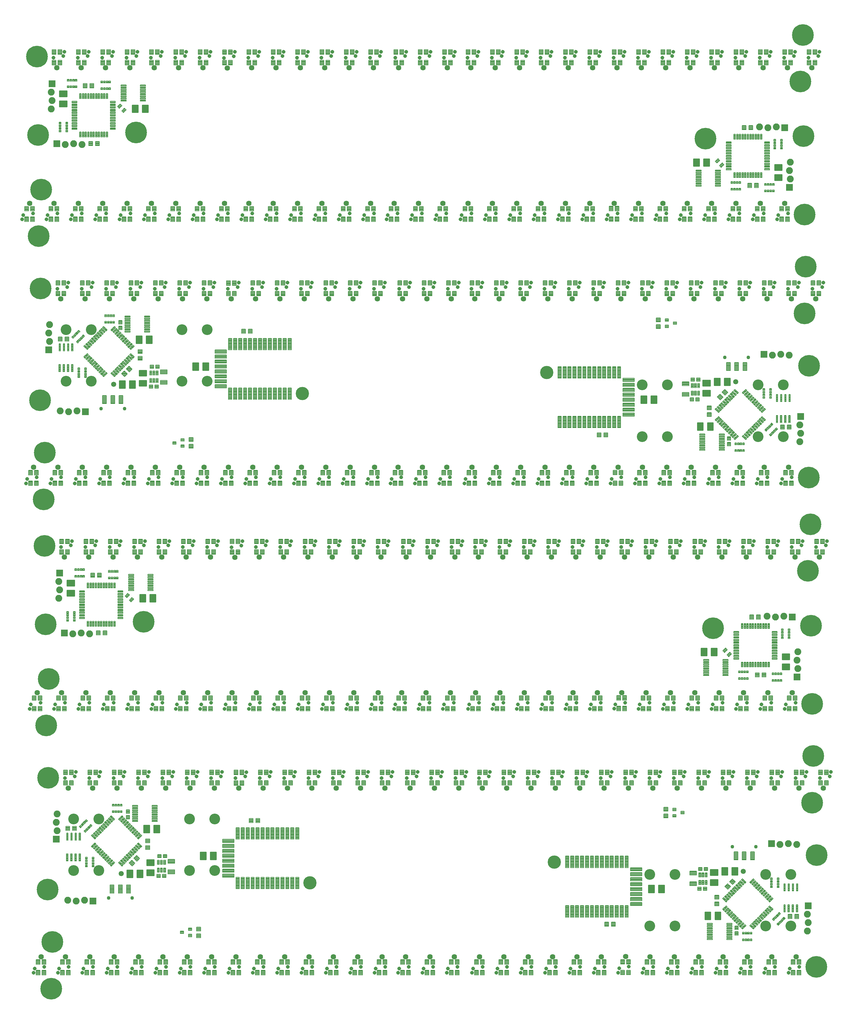
<source format=gbr>
G04 CAM350 V10.1.0 (Build 363) Date:  Sun Jan 09 00:50:29 2011 *
G04 Database: c:\projects\anibike project\hardware\anibike v2.7 bt\eagledir\anibike v2.7 bt\manufacturing\panelized_rev1.4.cam *
G04 Layer 3: AniBike_v2.7_BT_MainBoard.GTS *
G04 Composite: MASK_TOP *
%FSLAX24Y24*%
%MOIN*%
%SFA1.000B1.000*%

%MIA0B0*%
%IPPOS*%
%ADD72C,0.25800*%
%ADD73C,0.15800*%
%ADD35C,0.00800*%
%ADD43C,0.04500*%
%ADD60C,0.00830*%
%ADD61C,0.00860*%
%ADD62C,0.12800*%
%ADD63C,0.00810*%
%ADD64C,0.06400*%
%ADD65C,0.04340*%
%ADD66C,0.00820*%
%ADD67R,0.08200X0.08200*%
%ADD68C,0.08200*%
%ADD69C,0.06110*%
%ADD105R,0.08200X0.08200*%
%LNAniBike_v2.7_BT_MainBoard.GTS*%
%LPD*%
G54D72*
X3025Y4261D03*
X3145Y9821D03*
X94105Y6861D03*
X94165Y20161D03*
G54D73*
X62935Y19351D03*
G54D62*
X77285Y11741D03*
X74285D03*
X88085D03*
X91085D03*
Y17881D03*
X88085D03*
X77285D03*
X74285D03*
G54D43*
X19599Y6880D03*
X18452Y6682D03*
X18319Y6160D03*
X21219D03*
X21352Y6682D03*
X22499Y6880D03*
X24252Y6682D03*
X25399Y6880D03*
X27152Y6682D03*
X28299Y6880D03*
X30052Y6682D03*
X31199Y6880D03*
X32952Y6682D03*
X32819Y6160D03*
X29919D03*
X27019D03*
X24119D03*
X16699Y6880D03*
X15552Y6682D03*
X15419Y6160D03*
X13799Y6880D03*
X12652Y6682D03*
X10899Y6880D03*
X9752Y6682D03*
X9619Y6160D03*
X12519D03*
X7999Y6880D03*
X6852Y6682D03*
X6719Y6160D03*
X5099Y6880D03*
X3952Y6682D03*
X2199Y6880D03*
X1052Y6682D03*
X919Y6160D03*
X3819D03*
X34099Y6880D03*
X35852Y6682D03*
X36999Y6880D03*
X38752Y6682D03*
X39899Y6880D03*
X41652Y6682D03*
X42799Y6880D03*
X44452Y6682D03*
X45599Y6880D03*
X47352Y6682D03*
X48499Y6880D03*
X50252Y6682D03*
X51399Y6880D03*
X53252Y6682D03*
X54399Y6880D03*
X56152Y6682D03*
X57299Y6880D03*
X59052Y6682D03*
X60199Y6880D03*
X61952Y6682D03*
X63099Y6880D03*
X64852Y6682D03*
X64719Y6160D03*
X61819D03*
X58919D03*
X56019D03*
X53119D03*
X50119D03*
X47219D03*
X44319D03*
X41519D03*
X38619D03*
X35719D03*
X65999Y6880D03*
X67752Y6682D03*
X68899Y6880D03*
X70652Y6692D03*
X71799Y6890D03*
X73552Y6682D03*
X74699Y6880D03*
X76452Y6682D03*
X77599Y6880D03*
X79352Y6682D03*
X80499Y6880D03*
X82252Y6682D03*
X83399Y6880D03*
X85152Y6682D03*
X86299Y6880D03*
X88052Y6682D03*
X89199Y6880D03*
X90952Y6682D03*
X92099Y6880D03*
X90819Y6160D03*
X87919D03*
X85019D03*
X82119D03*
X79219D03*
X76319D03*
X73419D03*
X70519Y6170D03*
X67619Y6160D03*
G54D64*
X68505Y8081D03*
X65605D03*
X62705D03*
X59805D03*
X56905D03*
X54005D03*
X51005D03*
X48105D03*
X45205D03*
X42405D03*
X39505D03*
X36605D03*
X33705D03*
X30805D03*
X27905D03*
X25005D03*
X22105D03*
X19205D03*
X16305D03*
X13405D03*
X10505D03*
X7605D03*
X4705D03*
X1805D03*
X71405Y8091D03*
X74305Y8081D03*
X77205D03*
X80105D03*
X83005D03*
X85905D03*
X88805D03*
X91705D03*
G54D65*
X86923Y21161D03*
X84128D03*
G54D67*
X93155Y14141D03*
X88785Y21521D03*
G54D68*
X89785Y21421D03*
X90785Y21521D03*
X91785Y21421D03*
X93055Y13141D03*
X93155Y12141D03*
X93055Y11141D03*
G54D69*
X85405Y18251D03*
G54D72*
X93742Y31954D03*
X93622Y26394D03*
X2662Y29354D03*
X2602Y16054D03*
G54D73*
X33832Y16864D03*
G54D62*
X19482Y24474D03*
X22482D03*
X8682D03*
X5682D03*
Y18334D03*
X8682D03*
X19482D03*
X22482D03*
G54D43*
X77168Y29335D03*
X78315Y29533D03*
X78448Y30055D03*
X75548D03*
X75415Y29533D03*
X74268Y29335D03*
X72515Y29533D03*
X71368Y29335D03*
X69615Y29533D03*
X68468Y29335D03*
X66715Y29533D03*
X65568Y29335D03*
X63815Y29533D03*
X63948Y30055D03*
X66848D03*
X69748D03*
X72648D03*
X80068Y29335D03*
X81215Y29533D03*
X81348Y30055D03*
X82968Y29335D03*
X84115Y29533D03*
X85868Y29335D03*
X87015Y29533D03*
X87148Y30055D03*
X84248D03*
X88768Y29335D03*
X89915Y29533D03*
X90048Y30055D03*
X91668Y29335D03*
X92815Y29533D03*
X94568Y29335D03*
X95715Y29533D03*
X95848Y30055D03*
X92948D03*
X62668Y29335D03*
X60915Y29533D03*
X59768Y29335D03*
X58015Y29533D03*
X56868Y29335D03*
X55115Y29533D03*
X53968Y29335D03*
X52315Y29533D03*
X51168Y29335D03*
X49415Y29533D03*
X48268Y29335D03*
X46515Y29533D03*
X45368Y29335D03*
X43515Y29533D03*
X42368Y29335D03*
X40615Y29533D03*
X39468Y29335D03*
X37715Y29533D03*
X36568Y29335D03*
X34815Y29533D03*
X33668Y29335D03*
X31915Y29533D03*
X32048Y30055D03*
X34948D03*
X37848D03*
X40748D03*
X43648D03*
X46648D03*
X49548D03*
X52448D03*
X55248D03*
X58148D03*
X61048D03*
X30768Y29335D03*
X29015Y29533D03*
X27868Y29335D03*
X26115Y29523D03*
X24968Y29325D03*
X23215Y29533D03*
X22068Y29335D03*
X20315Y29533D03*
X19168Y29335D03*
X17415Y29533D03*
X16268Y29335D03*
X14515Y29533D03*
X13368Y29335D03*
X11615Y29533D03*
X10468Y29335D03*
X8715Y29533D03*
X7568Y29335D03*
X5815Y29533D03*
X4668Y29335D03*
X5948Y30055D03*
X8848D03*
X11748D03*
X14648D03*
X17548D03*
X20448D03*
X23348D03*
X26248Y30045D03*
X29148Y30055D03*
G54D64*
X28262Y28134D03*
X31162D03*
X34062D03*
X36962D03*
X39862D03*
X42762D03*
X45762D03*
X48662D03*
X51562D03*
X54362D03*
X57262D03*
X60162D03*
X63062D03*
X65962D03*
X68862D03*
X71762D03*
X74662D03*
X77562D03*
X80462D03*
X83362D03*
X86262D03*
X89162D03*
X92062D03*
X94962D03*
X25362Y28124D03*
X22462Y28134D03*
X19562D03*
X16662D03*
X13762D03*
X10862D03*
X7962D03*
X5062D03*
G54D65*
X9844Y15054D03*
X12639D03*
G54D105*
X3612Y22074D03*
X7982Y14694D03*
G54D68*
X6982Y14794D03*
X5982Y14694D03*
X4982Y14794D03*
X3712Y23074D03*
X3612Y24074D03*
X3712Y25074D03*
G54D69*
X11362Y17964D03*
G54D72*
X2125Y62502D03*
X2245Y68062D03*
X93205Y65102D03*
X93265Y78402D03*
G54D73*
X62035Y77592D03*
G54D62*
X76385Y69982D03*
X73385D03*
X87185D03*
X90185D03*
Y76122D03*
X87185D03*
X76385D03*
X73385D03*
G54D43*
X18699Y65121D03*
X17552Y64923D03*
X17419Y64401D03*
X20319D03*
X20452Y64923D03*
X21599Y65121D03*
X23352Y64923D03*
X24499Y65121D03*
X26252Y64923D03*
X27399Y65121D03*
X29152Y64923D03*
X30299Y65121D03*
X32052Y64923D03*
X31919Y64401D03*
X29019D03*
X26119D03*
X23219D03*
X15799Y65121D03*
X14652Y64923D03*
X14519Y64401D03*
X12899Y65121D03*
X11752Y64923D03*
X9999Y65121D03*
X8852Y64923D03*
X8719Y64401D03*
X11619D03*
X7099Y65121D03*
X5952Y64923D03*
X5819Y64401D03*
X4199Y65121D03*
X3052Y64923D03*
X1299Y65121D03*
X152Y64923D03*
X19Y64401D03*
X2919D03*
X33199Y65121D03*
X34952Y64923D03*
X36099Y65121D03*
X37852Y64923D03*
X38999Y65121D03*
X40752Y64923D03*
X41899Y65121D03*
X43552Y64923D03*
X44699Y65121D03*
X46452Y64923D03*
X47599Y65121D03*
X49352Y64923D03*
X50499Y65121D03*
X52352Y64923D03*
X53499Y65121D03*
X55252Y64923D03*
X56399Y65121D03*
X58152Y64923D03*
X59299Y65121D03*
X61052Y64923D03*
X62199Y65121D03*
X63952Y64923D03*
X63819Y64401D03*
X60919D03*
X58019D03*
X55119D03*
X52219D03*
X49219D03*
X46319D03*
X43419D03*
X40619D03*
X37719D03*
X34819D03*
X65099Y65121D03*
X66852Y64923D03*
X67999Y65121D03*
X69752Y64933D03*
X70899Y65131D03*
X72652Y64923D03*
X73799Y65121D03*
X75552Y64923D03*
X76699Y65121D03*
X78452Y64923D03*
X79599Y65121D03*
X81352Y64923D03*
X82499Y65121D03*
X84252Y64923D03*
X85399Y65121D03*
X87152Y64923D03*
X88299Y65121D03*
X90052Y64923D03*
X91199Y65121D03*
X89919Y64401D03*
X87019D03*
X84119D03*
X81219D03*
X78319D03*
X75419D03*
X72519D03*
X69619Y64411D03*
X66719Y64401D03*
G54D64*
X67605Y66322D03*
X64705D03*
X61805D03*
X58905D03*
X56005D03*
X53105D03*
X50105D03*
X47205D03*
X44305D03*
X41505D03*
X38605D03*
X35705D03*
X32805D03*
X29905D03*
X27005D03*
X24105D03*
X21205D03*
X18305D03*
X15405D03*
X12505D03*
X9605D03*
X6705D03*
X3805D03*
X905D03*
X70505Y66332D03*
X73405Y66322D03*
X76305D03*
X79205D03*
X82105D03*
X85005D03*
X87905D03*
X90805D03*
G54D65*
X86023Y79402D03*
X83228D03*
G54D67*
X92255Y72382D03*
X87885Y79762D03*
G54D68*
X88885Y79662D03*
X89885Y79762D03*
X90885Y79662D03*
X92155Y71382D03*
X92255Y70382D03*
X92155Y69382D03*
G54D69*
X84505Y76492D03*
G54D72*
X92842Y90195D03*
X92722Y84635D03*
X1762Y87595D03*
X1702Y74295D03*
G54D73*
X32932Y75105D03*
G54D62*
X18582Y82715D03*
X21582D03*
X7782D03*
X4782D03*
Y76575D03*
X7782D03*
X18582D03*
X21582D03*
G54D43*
X76268Y87576D03*
X77415Y87774D03*
X77548Y88296D03*
X74648D03*
X74515Y87774D03*
X73368Y87576D03*
X71615Y87774D03*
X70468Y87576D03*
X68715Y87774D03*
X67568Y87576D03*
X65815Y87774D03*
X64668Y87576D03*
X62915Y87774D03*
X63048Y88296D03*
X65948D03*
X68848D03*
X71748D03*
X79168Y87576D03*
X80315Y87774D03*
X80448Y88296D03*
X82068Y87576D03*
X83215Y87774D03*
X84968Y87576D03*
X86115Y87774D03*
X86248Y88296D03*
X83348D03*
X87868Y87576D03*
X89015Y87774D03*
X89148Y88296D03*
X90768Y87576D03*
X91915Y87774D03*
X93668Y87576D03*
X94815Y87774D03*
X94948Y88296D03*
X92048D03*
X61768Y87576D03*
X60015Y87774D03*
X58868Y87576D03*
X57115Y87774D03*
X55968Y87576D03*
X54215Y87774D03*
X53068Y87576D03*
X51415Y87774D03*
X50268Y87576D03*
X48515Y87774D03*
X47368Y87576D03*
X45615Y87774D03*
X44468Y87576D03*
X42615Y87774D03*
X41468Y87576D03*
X39715Y87774D03*
X38568Y87576D03*
X36815Y87774D03*
X35668Y87576D03*
X33915Y87774D03*
X32768Y87576D03*
X31015Y87774D03*
X31148Y88296D03*
X34048D03*
X36948D03*
X39848D03*
X42748D03*
X45748D03*
X48648D03*
X51548D03*
X54348D03*
X57248D03*
X60148D03*
X29868Y87576D03*
X28115Y87774D03*
X26968Y87576D03*
X25215Y87764D03*
X24068Y87566D03*
X22315Y87774D03*
X21168Y87576D03*
X19415Y87774D03*
X18268Y87576D03*
X16515Y87774D03*
X15368Y87576D03*
X13615Y87774D03*
X12468Y87576D03*
X10715Y87774D03*
X9568Y87576D03*
X7815Y87774D03*
X6668Y87576D03*
X4915Y87774D03*
X3768Y87576D03*
X5048Y88296D03*
X7948D03*
X10848D03*
X13748D03*
X16648D03*
X19548D03*
X22448D03*
X25348Y88286D03*
X28248Y88296D03*
G54D64*
X27362Y86375D03*
X30262D03*
X33162D03*
X36062D03*
X38962D03*
X41862D03*
X44862D03*
X47762D03*
X50662D03*
X53462D03*
X56362D03*
X59262D03*
X62162D03*
X65062D03*
X67962D03*
X70862D03*
X73762D03*
X76662D03*
X79562D03*
X82462D03*
X85362D03*
X88262D03*
X91162D03*
X94062D03*
X24462Y86365D03*
X21562Y86375D03*
X18662D03*
X15762D03*
X12862D03*
X9962D03*
X7062D03*
X4162D03*
G54D65*
X8944Y73295D03*
X11739D03*
G54D105*
X2712Y80315D03*
X7082Y72935D03*
G54D68*
X6082Y73035D03*
X5082Y72935D03*
X4082Y73035D03*
X2812Y81315D03*
X2712Y82315D03*
X2812Y83315D03*
G54D69*
X10462Y76205D03*
G54D35*
X83376Y14585D02*
G01X83514Y14723D01*
X83376Y14585D02*
G01X82960Y15001D01*
X83098Y15139*
X83514Y14723*
X83455Y14664D02*
G01X83297D01*
X83218Y14743D02*
G01X83494D01*
X83415Y14822D02*
G01X83139D01*
X83060Y14901D02*
G01X83336D01*
X83257Y14980D02*
G01X82981D01*
X83018Y15059D02*
G01X83178D01*
X83099Y15138D02*
G01X83097D01*
X83599Y14808D02*
G01X83737Y14946D01*
X83599Y14808D02*
G01X83183Y15224D01*
X83321Y15362*
X83737Y14946*
X83678Y14887D02*
G01X83520D01*
X83441Y14966D02*
G01X83717D01*
X83638Y15045D02*
G01X83362D01*
X83283Y15124D02*
G01X83559D01*
X83480Y15203D02*
G01X83204D01*
X83241Y15282D02*
G01X83401D01*
X83322Y15361D02*
G01X83320D01*
X83821Y15031D02*
G01X83959Y15169D01*
X83821Y15031D02*
G01X83405Y15447D01*
X83543Y15585*
X83959Y15169*
X83900Y15110D02*
G01X83742D01*
X83663Y15189D02*
G01X83939D01*
X83860Y15268D02*
G01X83584D01*
X83505Y15347D02*
G01X83781D01*
X83702Y15426D02*
G01X83426D01*
X83463Y15505D02*
G01X83623D01*
X83544Y15584D02*
G01X83542D01*
X84044Y15253D02*
G01X84182Y15391D01*
X84044Y15253D02*
G01X83628Y15669D01*
X83766Y15807*
X84182Y15391*
X84123Y15332D02*
G01X83965D01*
X83886Y15411D02*
G01X84162D01*
X84083Y15490D02*
G01X83807D01*
X83728Y15569D02*
G01X84004D01*
X83925Y15648D02*
G01X83649D01*
X83686Y15727D02*
G01X83846D01*
X83767Y15806D02*
G01X83765D01*
X84267Y15476D02*
G01X84405Y15614D01*
X84267Y15476D02*
G01X83851Y15892D01*
X83989Y16030*
X84405Y15614*
X84346Y15555D02*
G01X84188D01*
X84109Y15634D02*
G01X84385D01*
X84306Y15713D02*
G01X84030D01*
X83951Y15792D02*
G01X84227D01*
X84148Y15871D02*
G01X83872D01*
X83909Y15950D02*
G01X84069D01*
X83990Y16029D02*
G01X83988D01*
X84490Y15699D02*
G01X84628Y15837D01*
X84490Y15699D02*
G01X84074Y16115D01*
X84212Y16253*
X84628Y15837*
X84569Y15778D02*
G01X84411D01*
X84332Y15857D02*
G01X84608D01*
X84529Y15936D02*
G01X84253D01*
X84174Y16015D02*
G01X84450D01*
X84371Y16094D02*
G01X84095D01*
X84132Y16173D02*
G01X84292D01*
X84213Y16252D02*
G01X84211D01*
X84712Y15921D02*
G01X84850Y16059D01*
X84712Y15921D02*
G01X84296Y16337D01*
X84434Y16475*
X84850Y16059*
X84791Y16000D02*
G01X84633D01*
X84554Y16079D02*
G01X84830D01*
X84751Y16158D02*
G01X84475D01*
X84396Y16237D02*
G01X84672D01*
X84593Y16316D02*
G01X84317D01*
X84354Y16395D02*
G01X84514D01*
X84435Y16474D02*
G01X84433D01*
X84935Y16144D02*
G01X85073Y16282D01*
X84935Y16144D02*
G01X84519Y16560D01*
X84657Y16698*
X85073Y16282*
X85014Y16223D02*
G01X84856D01*
X84777Y16302D02*
G01X85053D01*
X84974Y16381D02*
G01X84698D01*
X84619Y16460D02*
G01X84895D01*
X84816Y16539D02*
G01X84540D01*
X84577Y16618D02*
G01X84737D01*
X84658Y16697D02*
G01X84656D01*
X85158Y16367D02*
G01X85296Y16505D01*
X85158Y16367D02*
G01X84742Y16783D01*
X84880Y16921*
X85296Y16505*
X85237Y16446D02*
G01X85079D01*
X85000Y16525D02*
G01X85276D01*
X85197Y16604D02*
G01X84921D01*
X84842Y16683D02*
G01X85118D01*
X85039Y16762D02*
G01X84763D01*
X84800Y16841D02*
G01X84960D01*
X84881Y16920D02*
G01X84879D01*
X85380Y16590D02*
G01X85518Y16728D01*
X85380Y16590D02*
G01X84964Y17006D01*
X85102Y17144*
X85518Y16728*
X85459Y16669D02*
G01X85301D01*
X85222Y16748D02*
G01X85498D01*
X85419Y16827D02*
G01X85143D01*
X85064Y16906D02*
G01X85340D01*
X85261Y16985D02*
G01X84985D01*
X85022Y17064D02*
G01X85182D01*
X85103Y17143D02*
G01X85101D01*
X85603Y16812D02*
G01X85741Y16950D01*
X85603Y16812D02*
G01X85187Y17228D01*
X85325Y17366*
X85741Y16950*
X85682Y16891D02*
G01X85524D01*
X85445Y16970D02*
G01X85721D01*
X85642Y17049D02*
G01X85366D01*
X85287Y17128D02*
G01X85563D01*
X85484Y17207D02*
G01X85208D01*
X85245Y17286D02*
G01X85405D01*
X85326Y17365D02*
G01X85324D01*
X86327Y16812D02*
G01X86743Y17228D01*
X86327Y16812D02*
G01X86189Y16950D01*
X86605Y17366*
X86743Y17228*
X86406Y16891D02*
G01X86248D01*
X86209Y16970D02*
G01X86485D01*
X86564Y17049D02*
G01X86288D01*
X86367Y17128D02*
G01X86643D01*
X86722Y17207D02*
G01X86446D01*
X86525Y17286D02*
G01X86685D01*
X86606Y17365D02*
G01X86604D01*
X86966Y17006D02*
G01X86550Y16590D01*
X86412Y16728*
X86828Y17144*
X86966Y17006*
X86629Y16669D02*
G01X86471D01*
X86432Y16748D02*
G01X86708D01*
X86787Y16827D02*
G01X86511D01*
X86590Y16906D02*
G01X86866D01*
X86945Y16985D02*
G01X86669D01*
X86748Y17064D02*
G01X86908D01*
X86829Y17143D02*
G01X86827D01*
X87189Y16783D02*
G01X86773Y16367D01*
X86635Y16505*
X87051Y16921*
X87189Y16783*
X86852Y16446D02*
G01X86694D01*
X86655Y16525D02*
G01X86931D01*
X87010Y16604D02*
G01X86734D01*
X86813Y16683D02*
G01X87089D01*
X87168Y16762D02*
G01X86892D01*
X86971Y16841D02*
G01X87131D01*
X87052Y16920D02*
G01X87050D01*
X87411Y16560D02*
G01X86995Y16144D01*
X86857Y16282*
X87273Y16698*
X87411Y16560*
X87074Y16223D02*
G01X86916D01*
X86877Y16302D02*
G01X87153D01*
X87232Y16381D02*
G01X86956D01*
X87035Y16460D02*
G01X87311D01*
X87390Y16539D02*
G01X87114D01*
X87193Y16618D02*
G01X87353D01*
X87274Y16697D02*
G01X87272D01*
X87634Y16337D02*
G01X87218Y15921D01*
X87080Y16059*
X87496Y16475*
X87634Y16337*
X87297Y16000D02*
G01X87139D01*
X87100Y16079D02*
G01X87376D01*
X87455Y16158D02*
G01X87179D01*
X87258Y16237D02*
G01X87534D01*
X87613Y16316D02*
G01X87337D01*
X87416Y16395D02*
G01X87576D01*
X87497Y16474D02*
G01X87495D01*
X87857Y16115D02*
G01X87441Y15699D01*
X87303Y15837*
X87719Y16253*
X87857Y16115*
X87520Y15778D02*
G01X87362D01*
X87323Y15857D02*
G01X87599D01*
X87678Y15936D02*
G01X87402D01*
X87481Y16015D02*
G01X87757D01*
X87836Y16094D02*
G01X87560D01*
X87639Y16173D02*
G01X87799D01*
X87720Y16252D02*
G01X87718D01*
X88080Y15892D02*
G01X87664Y15476D01*
X87526Y15614*
X87942Y16030*
X88080Y15892*
X87743Y15555D02*
G01X87585D01*
X87546Y15634D02*
G01X87822D01*
X87901Y15713D02*
G01X87625D01*
X87704Y15792D02*
G01X87980D01*
X88059Y15871D02*
G01X87783D01*
X87862Y15950D02*
G01X88022D01*
X87943Y16029D02*
G01X87941D01*
X88302Y15669D02*
G01X87886Y15253D01*
X87748Y15391*
X88164Y15807*
X88302Y15669*
X87965Y15332D02*
G01X87807D01*
X87768Y15411D02*
G01X88044D01*
X88123Y15490D02*
G01X87847D01*
X87926Y15569D02*
G01X88202D01*
X88281Y15648D02*
G01X88005D01*
X88084Y15727D02*
G01X88244D01*
X88165Y15806D02*
G01X88163D01*
X88525Y15447D02*
G01X88109Y15031D01*
X87971Y15169*
X88387Y15585*
X88525Y15447*
X88188Y15110D02*
G01X88030D01*
X87991Y15189D02*
G01X88267D01*
X88346Y15268D02*
G01X88070D01*
X88149Y15347D02*
G01X88425D01*
X88504Y15426D02*
G01X88228D01*
X88307Y15505D02*
G01X88467D01*
X88388Y15584D02*
G01X88386D01*
X88748Y15224D02*
G01X88332Y14808D01*
X88194Y14946*
X88610Y15362*
X88748Y15224*
X88411Y14887D02*
G01X88253D01*
X88214Y14966D02*
G01X88490D01*
X88569Y15045D02*
G01X88293D01*
X88372Y15124D02*
G01X88648D01*
X88727Y15203D02*
G01X88451D01*
X88530Y15282D02*
G01X88690D01*
X88611Y15361D02*
G01X88609D01*
X88970Y15001D02*
G01X88554Y14585D01*
X88416Y14723*
X88832Y15139*
X88970Y15001*
X88633Y14664D02*
G01X88475D01*
X88436Y14743D02*
G01X88712D01*
X88791Y14822D02*
G01X88515D01*
X88594Y14901D02*
G01X88870D01*
X88949Y14980D02*
G01X88673D01*
X88752Y15059D02*
G01X88912D01*
X88833Y15138D02*
G01X88831D01*
X88970Y13721D02*
G01X88832Y13583D01*
X88416Y13999*
X88554Y14137*
X88970Y13721*
X88911Y13662D02*
G01X88753D01*
X88674Y13741D02*
G01X88950D01*
X88871Y13820D02*
G01X88595D01*
X88516Y13899D02*
G01X88792D01*
X88713Y13978D02*
G01X88437D01*
X88474Y14057D02*
G01X88634D01*
X88555Y14136D02*
G01X88553D01*
X90237Y13406D02*
G01X90433D01*
X90237D02*
G01Y14272D01*
X90433*
Y13406*
Y13485D02*
G01X90237D01*
Y13564D02*
G01X90433D01*
Y13643D02*
G01X90237D01*
Y13722D02*
G01X90433D01*
Y13801D02*
G01X90237D01*
Y13880D02*
G01X90433D01*
Y13959D02*
G01X90237D01*
Y14038D02*
G01X90433D01*
Y14117D02*
G01X90237D01*
Y14196D02*
G01X90433D01*
X90733Y13406D02*
G01X90929D01*
X90733D02*
G01Y14272D01*
X90929*
Y13406*
Y13485D02*
G01X90733D01*
Y13564D02*
G01X90929D01*
Y13643D02*
G01X90733D01*
Y13722D02*
G01X90929D01*
Y13801D02*
G01X90733D01*
Y13880D02*
G01X90929D01*
Y13959D02*
G01X90733D01*
Y14038D02*
G01X90929D01*
Y14117D02*
G01X90733D01*
Y14196D02*
G01X90929D01*
X91233Y13406D02*
G01X91429D01*
X91233D02*
G01Y14272D01*
X91429*
Y13406*
Y13485D02*
G01X91233D01*
Y13564D02*
G01X91429D01*
Y13643D02*
G01X91233D01*
Y13722D02*
G01X91429D01*
Y13801D02*
G01X91233D01*
Y13880D02*
G01X91429D01*
Y13959D02*
G01X91233D01*
Y14038D02*
G01X91429D01*
Y14117D02*
G01X91233D01*
Y14196D02*
G01X91429D01*
X91733Y13406D02*
G01X91929D01*
X91733D02*
G01Y14272D01*
X91929*
Y13406*
Y13485D02*
G01X91733D01*
Y13564D02*
G01X91929D01*
Y13643D02*
G01X91733D01*
Y13722D02*
G01X91929D01*
Y13801D02*
G01X91733D01*
Y13880D02*
G01X91929D01*
Y13959D02*
G01X91733D01*
Y14038D02*
G01X91929D01*
Y14117D02*
G01X91733D01*
Y14196D02*
G01X91929D01*
X88748Y13498D02*
G01X88610Y13360D01*
X88194Y13776*
X88332Y13914*
X88748Y13498*
X88689Y13439D02*
G01X88531D01*
X88452Y13518D02*
G01X88728D01*
X88649Y13597D02*
G01X88373D01*
X88294Y13676D02*
G01X88570D01*
X88491Y13755D02*
G01X88215D01*
X88252Y13834D02*
G01X88412D01*
X88333Y13913D02*
G01X88331D01*
X88525Y13276D02*
G01X88387Y13138D01*
X87971Y13554*
X88109Y13692*
X88525Y13276*
X88466Y13217D02*
G01X88308D01*
X88229Y13296D02*
G01X88505D01*
X88426Y13375D02*
G01X88150D01*
X88071Y13454D02*
G01X88347D01*
X88268Y13533D02*
G01X87992D01*
X88029Y13612D02*
G01X88189D01*
X88110Y13691D02*
G01X88108D01*
X88302Y13053D02*
G01X88164Y12915D01*
X87748Y13331*
X87886Y13469*
X88302Y13053*
X88243Y12994D02*
G01X88085D01*
X88006Y13073D02*
G01X88282D01*
X88203Y13152D02*
G01X87927D01*
X87848Y13231D02*
G01X88124D01*
X88045Y13310D02*
G01X87769D01*
X87806Y13389D02*
G01X87966D01*
X87887Y13468D02*
G01X87885D01*
X88080Y12830D02*
G01X87942Y12692D01*
X87526Y13108*
X87664Y13246*
X88080Y12830*
X88021Y12771D02*
G01X87863D01*
X87784Y12850D02*
G01X88060D01*
X87981Y12929D02*
G01X87705D01*
X87626Y13008D02*
G01X87902D01*
X87823Y13087D02*
G01X87547D01*
X87584Y13166D02*
G01X87744D01*
X87665Y13245D02*
G01X87663D01*
X87857Y12607D02*
G01X87719Y12469D01*
X87303Y12885*
X87441Y13023*
X87857Y12607*
X87798Y12548D02*
G01X87640D01*
X87561Y12627D02*
G01X87837D01*
X87758Y12706D02*
G01X87482D01*
X87403Y12785D02*
G01X87679D01*
X87600Y12864D02*
G01X87324D01*
X87361Y12943D02*
G01X87521D01*
X87442Y13022D02*
G01X87440D01*
X87634Y12385D02*
G01X87496Y12247D01*
X87080Y12663*
X87218Y12801*
X87634Y12385*
X87575Y12326D02*
G01X87417D01*
X87338Y12405D02*
G01X87614D01*
X87535Y12484D02*
G01X87259D01*
X87180Y12563D02*
G01X87456D01*
X87377Y12642D02*
G01X87101D01*
X87138Y12721D02*
G01X87298D01*
X87219Y12800D02*
G01X87217D01*
X87411Y12162D02*
G01X87273Y12024D01*
X86857Y12440*
X86995Y12578*
X87411Y12162*
X87352Y12103D02*
G01X87194D01*
X87115Y12182D02*
G01X87391D01*
X87312Y12261D02*
G01X87036D01*
X86957Y12340D02*
G01X87233D01*
X87154Y12419D02*
G01X86878D01*
X86915Y12498D02*
G01X87075D01*
X86996Y12577D02*
G01X86994D01*
X87189Y11939D02*
G01X87051Y11801D01*
X86635Y12217*
X86773Y12355*
X87189Y11939*
X87130Y11880D02*
G01X86972D01*
X86893Y11959D02*
G01X87169D01*
X87090Y12038D02*
G01X86814D01*
X86735Y12117D02*
G01X87011D01*
X86932Y12196D02*
G01X86656D01*
X86693Y12275D02*
G01X86853D01*
X86774Y12354D02*
G01X86772D01*
X86966Y11717D02*
G01X86828Y11579D01*
X86412Y11995*
X86550Y12133*
X86966Y11717*
X86907Y11658D02*
G01X86749D01*
X86670Y11737D02*
G01X86946D01*
X86867Y11816D02*
G01X86591D01*
X86512Y11895D02*
G01X86788D01*
X86709Y11974D02*
G01X86433D01*
X86470Y12053D02*
G01X86630D01*
X86551Y12132D02*
G01X86549D01*
X85518Y11995D02*
G01X85102Y11579D01*
X84964Y11717*
X85380Y12133*
X85518Y11995*
X85181Y11658D02*
G01X85023D01*
X84984Y11737D02*
G01X85260D01*
X85339Y11816D02*
G01X85063D01*
X85142Y11895D02*
G01X85418D01*
X85497Y11974D02*
G01X85221D01*
X85300Y12053D02*
G01X85460D01*
X85381Y12132D02*
G01X85379D01*
X85296Y12217D02*
G01X84880Y11801D01*
X84742Y11939*
X85158Y12355*
X85296Y12217*
X84959Y11880D02*
G01X84801D01*
X84762Y11959D02*
G01X85038D01*
X85117Y12038D02*
G01X84841D01*
X84920Y12117D02*
G01X85196D01*
X85275Y12196D02*
G01X84999D01*
X85078Y12275D02*
G01X85238D01*
X85159Y12354D02*
G01X85157D01*
X85073Y12440D02*
G01X84657Y12024D01*
X84519Y12162*
X84935Y12578*
X85073Y12440*
X84736Y12103D02*
G01X84578D01*
X84539Y12182D02*
G01X84815D01*
X84894Y12261D02*
G01X84618D01*
X84697Y12340D02*
G01X84973D01*
X85052Y12419D02*
G01X84776D01*
X84855Y12498D02*
G01X85015D01*
X84936Y12577D02*
G01X84934D01*
X84850Y12663D02*
G01X84434Y12247D01*
X84296Y12385*
X84712Y12801*
X84850Y12663*
X84513Y12326D02*
G01X84355D01*
X84316Y12405D02*
G01X84592D01*
X84671Y12484D02*
G01X84395D01*
X84474Y12563D02*
G01X84750D01*
X84829Y12642D02*
G01X84553D01*
X84632Y12721D02*
G01X84792D01*
X84713Y12800D02*
G01X84711D01*
X84628Y12885D02*
G01X84212Y12469D01*
X84074Y12607*
X84490Y13023*
X84628Y12885*
X84291Y12548D02*
G01X84133D01*
X84094Y12627D02*
G01X84370D01*
X84449Y12706D02*
G01X84173D01*
X84252Y12785D02*
G01X84528D01*
X84607Y12864D02*
G01X84331D01*
X84410Y12943D02*
G01X84570D01*
X84491Y13022D02*
G01X84489D01*
X84405Y13108D02*
G01X83989Y12692D01*
X83851Y12830*
X84267Y13246*
X84405Y13108*
X84068Y12771D02*
G01X83910D01*
X83871Y12850D02*
G01X84147D01*
X84226Y12929D02*
G01X83950D01*
X84029Y13008D02*
G01X84305D01*
X84384Y13087D02*
G01X84108D01*
X84187Y13166D02*
G01X84347D01*
X84268Y13245D02*
G01X84266D01*
X84182Y13331D02*
G01X83766Y12915D01*
X83628Y13053*
X84044Y13469*
X84182Y13331*
X83845Y12994D02*
G01X83687D01*
X83648Y13073D02*
G01X83924D01*
X84003Y13152D02*
G01X83727D01*
X83806Y13231D02*
G01X84082D01*
X84161Y13310D02*
G01X83885D01*
X83964Y13389D02*
G01X84124D01*
X84045Y13468D02*
G01X84043D01*
X83959Y13554D02*
G01X83543Y13138D01*
X83405Y13276*
X83821Y13692*
X83959Y13554*
X83622Y13217D02*
G01X83464D01*
X83425Y13296D02*
G01X83701D01*
X83780Y13375D02*
G01X83504D01*
X83583Y13454D02*
G01X83859D01*
X83938Y13533D02*
G01X83662D01*
X83741Y13612D02*
G01X83901D01*
X83822Y13691D02*
G01X83820D01*
X83737Y13776D02*
G01X83321Y13360D01*
X83183Y13498*
X83599Y13914*
X83737Y13776*
X83400Y13439D02*
G01X83242D01*
X83203Y13518D02*
G01X83479D01*
X83558Y13597D02*
G01X83282D01*
X83361Y13676D02*
G01X83637D01*
X83716Y13755D02*
G01X83440D01*
X83519Y13834D02*
G01X83679D01*
X83600Y13913D02*
G01X83598D01*
X83514Y13999D02*
G01X83098Y13583D01*
X82960Y13721*
X83376Y14137*
X83514Y13999*
X83177Y13662D02*
G01X83019D01*
X82980Y13741D02*
G01X83256D01*
X83335Y13820D02*
G01X83059D01*
X83138Y13899D02*
G01X83414D01*
X83493Y13978D02*
G01X83217D01*
X83296Y14057D02*
G01X83456D01*
X83377Y14136D02*
G01X83375D01*
X90237Y15890D02*
G01X90433D01*
X90237D02*
G01Y16756D01*
X90433*
Y15890*
Y15969D02*
G01X90237D01*
Y16048D02*
G01X90433D01*
Y16127D02*
G01X90237D01*
Y16206D02*
G01X90433D01*
Y16285D02*
G01X90237D01*
Y16364D02*
G01X90433D01*
Y16443D02*
G01X90237D01*
Y16522D02*
G01X90433D01*
Y16601D02*
G01X90237D01*
Y16680D02*
G01X90433D01*
X90737Y15890D02*
G01X90933D01*
X90737D02*
G01Y16756D01*
X90933*
Y15890*
Y15969D02*
G01X90737D01*
Y16048D02*
G01X90933D01*
Y16127D02*
G01X90737D01*
Y16206D02*
G01X90933D01*
Y16285D02*
G01X90737D01*
Y16364D02*
G01X90933D01*
Y16443D02*
G01X90737D01*
Y16522D02*
G01X90933D01*
Y16601D02*
G01X90737D01*
Y16680D02*
G01X90933D01*
X91237Y15890D02*
G01X91433D01*
X91237D02*
G01Y16756D01*
X91433*
Y15890*
Y15969D02*
G01X91237D01*
Y16048D02*
G01X91433D01*
Y16127D02*
G01X91237D01*
Y16206D02*
G01X91433D01*
Y16285D02*
G01X91237D01*
Y16364D02*
G01X91433D01*
Y16443D02*
G01X91237D01*
Y16522D02*
G01X91433D01*
Y16601D02*
G01X91237D01*
Y16680D02*
G01X91433D01*
X91737Y15890D02*
G01X91933D01*
X91737D02*
G01Y16756D01*
X91933*
Y15890*
Y15969D02*
G01X91737D01*
Y16048D02*
G01X91933D01*
Y16127D02*
G01X91737D01*
Y16206D02*
G01X91933D01*
Y16285D02*
G01X91737D01*
Y16364D02*
G01X91933D01*
Y16443D02*
G01X91737D01*
Y16522D02*
G01X91933D01*
Y16601D02*
G01X91737D01*
Y16680D02*
G01X91933D01*
X86743Y11494D02*
G01X86605Y11356D01*
X86189Y11772*
X86327Y11910*
X86743Y11494*
X86684Y11435D02*
G01X86526D01*
X86447Y11514D02*
G01X86723D01*
X86644Y11593D02*
G01X86368D01*
X86289Y11672D02*
G01X86565D01*
X86486Y11751D02*
G01X86210D01*
X86247Y11830D02*
G01X86407D01*
X86328Y11909D02*
G01X86326D01*
X85741Y11772D02*
G01X85325Y11356D01*
X85187Y11494*
X85603Y11910*
X85741Y11772*
X85404Y11435D02*
G01X85246D01*
X85207Y11514D02*
G01X85483D01*
X85562Y11593D02*
G01X85286D01*
X85365Y11672D02*
G01X85641D01*
X85720Y11751D02*
G01X85444D01*
X85523Y11830D02*
G01X85683D01*
X85604Y11909D02*
G01X85602D01*
G54D60*
X90760Y13126D02*
G01X91230D01*
Y12616*
X90760*
Y13126*
Y12698D02*
G01X91230D01*
Y12780D02*
G01X90760D01*
Y12862D02*
G01X91230D01*
Y12944D02*
G01X90760D01*
Y13026D02*
G01X91230D01*
Y13108D02*
G01X90760D01*
X91560Y13126D02*
G01X92030D01*
Y12616*
X91560*
Y13126*
Y12698D02*
G01X92030D01*
Y12780D02*
G01X91560D01*
Y12862D02*
G01X92030D01*
Y12944D02*
G01X91560D01*
Y13026D02*
G01X92030D01*
Y13108D02*
G01X91560D01*
X82520Y14126D02*
G01Y14596D01*
Y14126D02*
G01X82010D01*
Y14596*
X82520*
Y14208D02*
G01X82010D01*
Y14290D02*
G01X82520D01*
Y14372D02*
G01X82010D01*
Y14454D02*
G01X82520D01*
Y14536D02*
G01X82010D01*
X82520Y14926D02*
G01Y15396D01*
Y14926D02*
G01X82010D01*
Y15396*
X82520*
Y15008D02*
G01X82010D01*
Y15090D02*
G01X82520D01*
Y15172D02*
G01X82010D01*
Y15254D02*
G01X82520D01*
Y15336D02*
G01X82010D01*
X83216Y16452D02*
G01X83548Y16784D01*
X83908Y16424*
X83576Y16092*
X83216Y16452*
X83494Y16174D02*
G01X83658D01*
X83740Y16256D02*
G01X83412D01*
X83330Y16338D02*
G01X83822D01*
X83904Y16420D02*
G01X83248D01*
X83266Y16502D02*
G01X83830D01*
X83748Y16584D02*
G01X83348D01*
X83430Y16666D02*
G01X83666D01*
X83584Y16748D02*
G01X83512D01*
X83782Y17018D02*
G01X84114Y17350D01*
X84474Y16990*
X84142Y16658*
X83782Y17018*
X84060Y16740D02*
G01X84224D01*
X84306Y16822D02*
G01X83978D01*
X83896Y16904D02*
G01X84388D01*
X84470Y16986D02*
G01X83814D01*
X83832Y17068D02*
G01X84396D01*
X84314Y17150D02*
G01X83914D01*
X83996Y17232D02*
G01X84232D01*
X84150Y17314D02*
G01X84078D01*
X79053Y17006D02*
G01Y16536D01*
Y17006D02*
G01X79837D01*
Y16536*
X79053*
Y16618D02*
G01X79837D01*
Y16700D02*
G01X79053D01*
Y16782D02*
G01X79837D01*
Y16864D02*
G01X79053D01*
Y16946D02*
G01X79837D01*
X79053Y17796D02*
G01Y18266D01*
X79837*
Y17796*
X79053*
Y17878D02*
G01X79837D01*
Y17960D02*
G01X79053D01*
Y18042D02*
G01X79837D01*
Y18124D02*
G01X79053D01*
Y18206D02*
G01X79837D01*
X84306Y20569D02*
G01X84776D01*
Y19587*
X84306*
Y20569*
Y19669D02*
G01X84776D01*
Y19751D02*
G01X84306D01*
Y19833D02*
G01X84776D01*
Y19915D02*
G01X84306D01*
Y19997D02*
G01X84776D01*
Y20079D02*
G01X84306D01*
Y20161D02*
G01X84776D01*
Y20243D02*
G01X84306D01*
Y20325D02*
G01X84776D01*
Y20407D02*
G01X84306D01*
Y20489D02*
G01X84776D01*
X85290Y20569D02*
G01X85760D01*
Y19587*
X85290*
Y20569*
Y19669D02*
G01X85760D01*
Y19751D02*
G01X85290D01*
Y19833D02*
G01X85760D01*
Y19915D02*
G01X85290D01*
Y19997D02*
G01X85760D01*
Y20079D02*
G01X85290D01*
Y20161D02*
G01X85760D01*
Y20243D02*
G01X85290D01*
Y20325D02*
G01X85760D01*
Y20407D02*
G01X85290D01*
Y20489D02*
G01X85760D01*
X86274Y20569D02*
G01X86744D01*
Y19587*
X86274*
Y20569*
Y19669D02*
G01X86744D01*
Y19751D02*
G01X86274D01*
Y19833D02*
G01X86744D01*
Y19915D02*
G01X86274D01*
Y19997D02*
G01X86744D01*
Y20079D02*
G01X86274D01*
Y20161D02*
G01X86744D01*
Y20243D02*
G01X86274D01*
Y20325D02*
G01X86744D01*
Y20407D02*
G01X86274D01*
Y20489D02*
G01X86744D01*
X70180Y11686D02*
G01X69710D01*
Y12196*
X70180*
Y11686*
Y11768D02*
G01X69710D01*
Y11850D02*
G01X70180D01*
Y11932D02*
G01X69710D01*
Y12014D02*
G01X70180D01*
Y12096D02*
G01X69710D01*
Y12178D02*
G01X70180D01*
X69380Y11686D02*
G01X68910D01*
Y12196*
X69380*
Y11686*
Y11768D02*
G01X68910D01*
Y11850D02*
G01X69380D01*
Y11932D02*
G01X68910D01*
Y12014D02*
G01X69380D01*
Y12096D02*
G01X68910D01*
Y12178D02*
G01X69380D01*
X69075Y7177D02*
G01X68605D01*
Y7725*
X69075*
Y7177*
Y7259D02*
G01X68605D01*
Y7341D02*
G01X69075D01*
Y7423D02*
G01X68605D01*
Y7505D02*
G01X69075D01*
Y7587D02*
G01X68605D01*
Y7669D02*
G01X69075D01*
X68386Y7177D02*
G01X67916D01*
Y7725*
X68386*
Y7177*
Y7259D02*
G01X67916D01*
Y7341D02*
G01X68386D01*
Y7423D02*
G01X67916D01*
Y7505D02*
G01X68386D01*
Y7587D02*
G01X67916D01*
Y7669D02*
G01X68386D01*
X70816Y7187D02*
G01X71286D01*
X70816D02*
G01Y7735D01*
X71286*
Y7187*
Y7269D02*
G01X70816D01*
Y7351D02*
G01X71286D01*
Y7433D02*
G01X70816D01*
Y7515D02*
G01X71286D01*
Y7597D02*
G01X70816D01*
Y7679D02*
G01X71286D01*
X71505Y7187D02*
G01X71975D01*
X71505D02*
G01Y7735D01*
X71975*
Y7187*
Y7269D02*
G01X71505D01*
Y7351D02*
G01X71975D01*
Y7433D02*
G01X71505D01*
Y7515D02*
G01X71975D01*
Y7597D02*
G01X71505D01*
Y7679D02*
G01X71975D01*
X73716Y7177D02*
G01X74186D01*
X73716D02*
G01Y7725D01*
X74186*
Y7177*
Y7259D02*
G01X73716D01*
Y7341D02*
G01X74186D01*
Y7423D02*
G01X73716D01*
Y7505D02*
G01X74186D01*
Y7587D02*
G01X73716D01*
Y7669D02*
G01X74186D01*
X74405Y7177D02*
G01X74875D01*
X74405D02*
G01Y7725D01*
X74875*
Y7177*
Y7259D02*
G01X74405D01*
Y7341D02*
G01X74875D01*
Y7423D02*
G01X74405D01*
Y7505D02*
G01X74875D01*
Y7587D02*
G01X74405D01*
Y7669D02*
G01X74875D01*
X76616Y7177D02*
G01X77086D01*
X76616D02*
G01Y7725D01*
X77086*
Y7177*
Y7259D02*
G01X76616D01*
Y7341D02*
G01X77086D01*
Y7423D02*
G01X76616D01*
Y7505D02*
G01X77086D01*
Y7587D02*
G01X76616D01*
Y7669D02*
G01X77086D01*
X77305Y7177D02*
G01X77775D01*
X77305D02*
G01Y7725D01*
X77775*
Y7177*
Y7259D02*
G01X77305D01*
Y7341D02*
G01X77775D01*
Y7423D02*
G01X77305D01*
Y7505D02*
G01X77775D01*
Y7587D02*
G01X77305D01*
Y7669D02*
G01X77775D01*
X79516Y7177D02*
G01X79986D01*
X79516D02*
G01Y7725D01*
X79986*
Y7177*
Y7259D02*
G01X79516D01*
Y7341D02*
G01X79986D01*
Y7423D02*
G01X79516D01*
Y7505D02*
G01X79986D01*
Y7587D02*
G01X79516D01*
Y7669D02*
G01X79986D01*
X80205Y7177D02*
G01X80675D01*
X80205D02*
G01Y7725D01*
X80675*
Y7177*
Y7259D02*
G01X80205D01*
Y7341D02*
G01X80675D01*
Y7423D02*
G01X80205D01*
Y7505D02*
G01X80675D01*
Y7587D02*
G01X80205D01*
Y7669D02*
G01X80675D01*
X82416Y7177D02*
G01X82886D01*
X82416D02*
G01Y7725D01*
X82886*
Y7177*
Y7259D02*
G01X82416D01*
Y7341D02*
G01X82886D01*
Y7423D02*
G01X82416D01*
Y7505D02*
G01X82886D01*
Y7587D02*
G01X82416D01*
Y7669D02*
G01X82886D01*
X83105Y7177D02*
G01X83575D01*
X83105D02*
G01Y7725D01*
X83575*
Y7177*
Y7259D02*
G01X83105D01*
Y7341D02*
G01X83575D01*
Y7423D02*
G01X83105D01*
Y7505D02*
G01X83575D01*
Y7587D02*
G01X83105D01*
Y7669D02*
G01X83575D01*
X85316Y7177D02*
G01X85786D01*
X85316D02*
G01Y7725D01*
X85786*
Y7177*
Y7259D02*
G01X85316D01*
Y7341D02*
G01X85786D01*
Y7423D02*
G01X85316D01*
Y7505D02*
G01X85786D01*
Y7587D02*
G01X85316D01*
Y7669D02*
G01X85786D01*
X86005Y7177D02*
G01X86475D01*
X86005D02*
G01Y7725D01*
X86475*
Y7177*
Y7259D02*
G01X86005D01*
Y7341D02*
G01X86475D01*
Y7423D02*
G01X86005D01*
Y7505D02*
G01X86475D01*
Y7587D02*
G01X86005D01*
Y7669D02*
G01X86475D01*
X88216Y7177D02*
G01X88686D01*
X88216D02*
G01Y7725D01*
X88686*
Y7177*
Y7259D02*
G01X88216D01*
Y7341D02*
G01X88686D01*
Y7423D02*
G01X88216D01*
Y7505D02*
G01X88686D01*
Y7587D02*
G01X88216D01*
Y7669D02*
G01X88686D01*
X88905Y7177D02*
G01X89375D01*
X88905D02*
G01Y7725D01*
X89375*
Y7177*
Y7259D02*
G01X88905D01*
Y7341D02*
G01X89375D01*
Y7423D02*
G01X88905D01*
Y7505D02*
G01X89375D01*
Y7587D02*
G01X88905D01*
Y7669D02*
G01X89375D01*
X91116Y7177D02*
G01X91586D01*
X91116D02*
G01Y7725D01*
X91586*
Y7177*
Y7259D02*
G01X91116D01*
Y7341D02*
G01X91586D01*
Y7423D02*
G01X91116D01*
Y7505D02*
G01X91586D01*
Y7587D02*
G01X91116D01*
Y7669D02*
G01X91586D01*
X91805Y7177D02*
G01X92275D01*
X91805D02*
G01Y7725D01*
X92275*
Y7177*
Y7259D02*
G01X91805D01*
Y7341D02*
G01X92275D01*
Y7423D02*
G01X91805D01*
Y7505D02*
G01X92275D01*
Y7587D02*
G01X91805D01*
Y7669D02*
G01X92275D01*
Y5917D02*
G01X91805D01*
Y6465*
X92275*
Y5917*
Y5999D02*
G01X91805D01*
Y6081D02*
G01X92275D01*
Y6163D02*
G01X91805D01*
Y6245D02*
G01X92275D01*
Y6327D02*
G01X91805D01*
Y6409D02*
G01X92275D01*
X91586Y5917D02*
G01X91116D01*
Y6465*
X91586*
Y5917*
Y5999D02*
G01X91116D01*
Y6081D02*
G01X91586D01*
Y6163D02*
G01X91116D01*
Y6245D02*
G01X91586D01*
Y6327D02*
G01X91116D01*
Y6409D02*
G01X91586D01*
X89375Y5917D02*
G01X88905D01*
Y6465*
X89375*
Y5917*
Y5999D02*
G01X88905D01*
Y6081D02*
G01X89375D01*
Y6163D02*
G01X88905D01*
Y6245D02*
G01X89375D01*
Y6327D02*
G01X88905D01*
Y6409D02*
G01X89375D01*
X88686Y5917D02*
G01X88216D01*
Y6465*
X88686*
Y5917*
Y5999D02*
G01X88216D01*
Y6081D02*
G01X88686D01*
Y6163D02*
G01X88216D01*
Y6245D02*
G01X88686D01*
Y6327D02*
G01X88216D01*
Y6409D02*
G01X88686D01*
X86475Y5917D02*
G01X86005D01*
Y6465*
X86475*
Y5917*
Y5999D02*
G01X86005D01*
Y6081D02*
G01X86475D01*
Y6163D02*
G01X86005D01*
Y6245D02*
G01X86475D01*
Y6327D02*
G01X86005D01*
Y6409D02*
G01X86475D01*
X85786Y5917D02*
G01X85316D01*
Y6465*
X85786*
Y5917*
Y5999D02*
G01X85316D01*
Y6081D02*
G01X85786D01*
Y6163D02*
G01X85316D01*
Y6245D02*
G01X85786D01*
Y6327D02*
G01X85316D01*
Y6409D02*
G01X85786D01*
X83575Y5917D02*
G01X83105D01*
Y6465*
X83575*
Y5917*
Y5999D02*
G01X83105D01*
Y6081D02*
G01X83575D01*
Y6163D02*
G01X83105D01*
Y6245D02*
G01X83575D01*
Y6327D02*
G01X83105D01*
Y6409D02*
G01X83575D01*
X82886Y5917D02*
G01X82416D01*
Y6465*
X82886*
Y5917*
Y5999D02*
G01X82416D01*
Y6081D02*
G01X82886D01*
Y6163D02*
G01X82416D01*
Y6245D02*
G01X82886D01*
Y6327D02*
G01X82416D01*
Y6409D02*
G01X82886D01*
X80675Y5917D02*
G01X80205D01*
Y6465*
X80675*
Y5917*
Y5999D02*
G01X80205D01*
Y6081D02*
G01X80675D01*
Y6163D02*
G01X80205D01*
Y6245D02*
G01X80675D01*
Y6327D02*
G01X80205D01*
Y6409D02*
G01X80675D01*
X79986Y5917D02*
G01X79516D01*
Y6465*
X79986*
Y5917*
Y5999D02*
G01X79516D01*
Y6081D02*
G01X79986D01*
Y6163D02*
G01X79516D01*
Y6245D02*
G01X79986D01*
Y6327D02*
G01X79516D01*
Y6409D02*
G01X79986D01*
X77775Y5917D02*
G01X77305D01*
Y6465*
X77775*
Y5917*
Y5999D02*
G01X77305D01*
Y6081D02*
G01X77775D01*
Y6163D02*
G01X77305D01*
Y6245D02*
G01X77775D01*
Y6327D02*
G01X77305D01*
Y6409D02*
G01X77775D01*
X77086Y5917D02*
G01X76616D01*
Y6465*
X77086*
Y5917*
Y5999D02*
G01X76616D01*
Y6081D02*
G01X77086D01*
Y6163D02*
G01X76616D01*
Y6245D02*
G01X77086D01*
Y6327D02*
G01X76616D01*
Y6409D02*
G01X77086D01*
X74875Y5917D02*
G01X74405D01*
Y6465*
X74875*
Y5917*
Y5999D02*
G01X74405D01*
Y6081D02*
G01X74875D01*
Y6163D02*
G01X74405D01*
Y6245D02*
G01X74875D01*
Y6327D02*
G01X74405D01*
Y6409D02*
G01X74875D01*
X74186Y5917D02*
G01X73716D01*
Y6465*
X74186*
Y5917*
Y5999D02*
G01X73716D01*
Y6081D02*
G01X74186D01*
Y6163D02*
G01X73716D01*
Y6245D02*
G01X74186D01*
Y6327D02*
G01X73716D01*
Y6409D02*
G01X74186D01*
X71975Y5927D02*
G01X71505D01*
Y6475*
X71975*
Y5927*
Y6009D02*
G01X71505D01*
Y6091D02*
G01X71975D01*
Y6173D02*
G01X71505D01*
Y6255D02*
G01X71975D01*
Y6337D02*
G01X71505D01*
Y6419D02*
G01X71975D01*
X71286Y5927D02*
G01X70816D01*
Y6475*
X71286*
Y5927*
Y6009D02*
G01X70816D01*
Y6091D02*
G01X71286D01*
Y6173D02*
G01X70816D01*
Y6255D02*
G01X71286D01*
Y6337D02*
G01X70816D01*
Y6419D02*
G01X71286D01*
X69075Y5917D02*
G01X68605D01*
Y6465*
X69075*
Y5917*
Y5999D02*
G01X68605D01*
Y6081D02*
G01X69075D01*
Y6163D02*
G01X68605D01*
Y6245D02*
G01X69075D01*
Y6327D02*
G01X68605D01*
Y6409D02*
G01X69075D01*
X68386Y5917D02*
G01X67916D01*
Y6465*
X68386*
Y5917*
Y5999D02*
G01X67916D01*
Y6081D02*
G01X68386D01*
Y6163D02*
G01X67916D01*
Y6245D02*
G01X68386D01*
Y6327D02*
G01X67916D01*
Y6409D02*
G01X68386D01*
X66175Y5917D02*
G01X65705D01*
Y6465*
X66175*
Y5917*
Y5999D02*
G01X65705D01*
Y6081D02*
G01X66175D01*
Y6163D02*
G01X65705D01*
Y6245D02*
G01X66175D01*
Y6327D02*
G01X65705D01*
Y6409D02*
G01X66175D01*
X65486Y5917D02*
G01X65016D01*
Y6465*
X65486*
Y5917*
Y5999D02*
G01X65016D01*
Y6081D02*
G01X65486D01*
Y6163D02*
G01X65016D01*
Y6245D02*
G01X65486D01*
Y6327D02*
G01X65016D01*
Y6409D02*
G01X65486D01*
X63275Y5917D02*
G01X62805D01*
Y6465*
X63275*
Y5917*
Y5999D02*
G01X62805D01*
Y6081D02*
G01X63275D01*
Y6163D02*
G01X62805D01*
Y6245D02*
G01X63275D01*
Y6327D02*
G01X62805D01*
Y6409D02*
G01X63275D01*
X62586Y5917D02*
G01X62116D01*
Y6465*
X62586*
Y5917*
Y5999D02*
G01X62116D01*
Y6081D02*
G01X62586D01*
Y6163D02*
G01X62116D01*
Y6245D02*
G01X62586D01*
Y6327D02*
G01X62116D01*
Y6409D02*
G01X62586D01*
X60375Y5917D02*
G01X59905D01*
Y6465*
X60375*
Y5917*
Y5999D02*
G01X59905D01*
Y6081D02*
G01X60375D01*
Y6163D02*
G01X59905D01*
Y6245D02*
G01X60375D01*
Y6327D02*
G01X59905D01*
Y6409D02*
G01X60375D01*
X59686Y5917D02*
G01X59216D01*
Y6465*
X59686*
Y5917*
Y5999D02*
G01X59216D01*
Y6081D02*
G01X59686D01*
Y6163D02*
G01X59216D01*
Y6245D02*
G01X59686D01*
Y6327D02*
G01X59216D01*
Y6409D02*
G01X59686D01*
X57475Y5917D02*
G01X57005D01*
Y6465*
X57475*
Y5917*
Y5999D02*
G01X57005D01*
Y6081D02*
G01X57475D01*
Y6163D02*
G01X57005D01*
Y6245D02*
G01X57475D01*
Y6327D02*
G01X57005D01*
Y6409D02*
G01X57475D01*
X56786Y5917D02*
G01X56316D01*
Y6465*
X56786*
Y5917*
Y5999D02*
G01X56316D01*
Y6081D02*
G01X56786D01*
Y6163D02*
G01X56316D01*
Y6245D02*
G01X56786D01*
Y6327D02*
G01X56316D01*
Y6409D02*
G01X56786D01*
X54575Y5917D02*
G01X54105D01*
Y6465*
X54575*
Y5917*
Y5999D02*
G01X54105D01*
Y6081D02*
G01X54575D01*
Y6163D02*
G01X54105D01*
Y6245D02*
G01X54575D01*
Y6327D02*
G01X54105D01*
Y6409D02*
G01X54575D01*
X53886Y5917D02*
G01X53416D01*
Y6465*
X53886*
Y5917*
Y5999D02*
G01X53416D01*
Y6081D02*
G01X53886D01*
Y6163D02*
G01X53416D01*
Y6245D02*
G01X53886D01*
Y6327D02*
G01X53416D01*
Y6409D02*
G01X53886D01*
X51575Y5917D02*
G01X51105D01*
Y6465*
X51575*
Y5917*
Y5999D02*
G01X51105D01*
Y6081D02*
G01X51575D01*
Y6163D02*
G01X51105D01*
Y6245D02*
G01X51575D01*
Y6327D02*
G01X51105D01*
Y6409D02*
G01X51575D01*
X50886Y5917D02*
G01X50416D01*
Y6465*
X50886*
Y5917*
Y5999D02*
G01X50416D01*
Y6081D02*
G01X50886D01*
Y6163D02*
G01X50416D01*
Y6245D02*
G01X50886D01*
Y6327D02*
G01X50416D01*
Y6409D02*
G01X50886D01*
X48675Y5917D02*
G01X48205D01*
Y6465*
X48675*
Y5917*
Y5999D02*
G01X48205D01*
Y6081D02*
G01X48675D01*
Y6163D02*
G01X48205D01*
Y6245D02*
G01X48675D01*
Y6327D02*
G01X48205D01*
Y6409D02*
G01X48675D01*
X47986Y5917D02*
G01X47516D01*
Y6465*
X47986*
Y5917*
Y5999D02*
G01X47516D01*
Y6081D02*
G01X47986D01*
Y6163D02*
G01X47516D01*
Y6245D02*
G01X47986D01*
Y6327D02*
G01X47516D01*
Y6409D02*
G01X47986D01*
X45775Y5917D02*
G01X45305D01*
Y6465*
X45775*
Y5917*
Y5999D02*
G01X45305D01*
Y6081D02*
G01X45775D01*
Y6163D02*
G01X45305D01*
Y6245D02*
G01X45775D01*
Y6327D02*
G01X45305D01*
Y6409D02*
G01X45775D01*
X45086Y5917D02*
G01X44616D01*
Y6465*
X45086*
Y5917*
Y5999D02*
G01X44616D01*
Y6081D02*
G01X45086D01*
Y6163D02*
G01X44616D01*
Y6245D02*
G01X45086D01*
Y6327D02*
G01X44616D01*
Y6409D02*
G01X45086D01*
X42975Y5917D02*
G01X42505D01*
Y6465*
X42975*
Y5917*
Y5999D02*
G01X42505D01*
Y6081D02*
G01X42975D01*
Y6163D02*
G01X42505D01*
Y6245D02*
G01X42975D01*
Y6327D02*
G01X42505D01*
Y6409D02*
G01X42975D01*
X42286Y5917D02*
G01X41816D01*
Y6465*
X42286*
Y5917*
Y5999D02*
G01X41816D01*
Y6081D02*
G01X42286D01*
Y6163D02*
G01X41816D01*
Y6245D02*
G01X42286D01*
Y6327D02*
G01X41816D01*
Y6409D02*
G01X42286D01*
X40075Y5917D02*
G01X39605D01*
Y6465*
X40075*
Y5917*
Y5999D02*
G01X39605D01*
Y6081D02*
G01X40075D01*
Y6163D02*
G01X39605D01*
Y6245D02*
G01X40075D01*
Y6327D02*
G01X39605D01*
Y6409D02*
G01X40075D01*
X39386Y5917D02*
G01X38916D01*
Y6465*
X39386*
Y5917*
Y5999D02*
G01X38916D01*
Y6081D02*
G01X39386D01*
Y6163D02*
G01X38916D01*
Y6245D02*
G01X39386D01*
Y6327D02*
G01X38916D01*
Y6409D02*
G01X39386D01*
X37175Y5917D02*
G01X36705D01*
Y6465*
X37175*
Y5917*
Y5999D02*
G01X36705D01*
Y6081D02*
G01X37175D01*
Y6163D02*
G01X36705D01*
Y6245D02*
G01X37175D01*
Y6327D02*
G01X36705D01*
Y6409D02*
G01X37175D01*
X36486Y5917D02*
G01X36016D01*
Y6465*
X36486*
Y5917*
Y5999D02*
G01X36016D01*
Y6081D02*
G01X36486D01*
Y6163D02*
G01X36016D01*
Y6245D02*
G01X36486D01*
Y6327D02*
G01X36016D01*
Y6409D02*
G01X36486D01*
X34275Y5917D02*
G01X33805D01*
Y6465*
X34275*
Y5917*
Y5999D02*
G01X33805D01*
Y6081D02*
G01X34275D01*
Y6163D02*
G01X33805D01*
Y6245D02*
G01X34275D01*
Y6327D02*
G01X33805D01*
Y6409D02*
G01X34275D01*
X33586Y5917D02*
G01X33116D01*
Y6465*
X33586*
Y5917*
Y5999D02*
G01X33116D01*
Y6081D02*
G01X33586D01*
Y6163D02*
G01X33116D01*
Y6245D02*
G01X33586D01*
Y6327D02*
G01X33116D01*
Y6409D02*
G01X33586D01*
X31375Y5917D02*
G01X30905D01*
Y6465*
X31375*
Y5917*
Y5999D02*
G01X30905D01*
Y6081D02*
G01X31375D01*
Y6163D02*
G01X30905D01*
Y6245D02*
G01X31375D01*
Y6327D02*
G01X30905D01*
Y6409D02*
G01X31375D01*
X30686Y5917D02*
G01X30216D01*
Y6465*
X30686*
Y5917*
Y5999D02*
G01X30216D01*
Y6081D02*
G01X30686D01*
Y6163D02*
G01X30216D01*
Y6245D02*
G01X30686D01*
Y6327D02*
G01X30216D01*
Y6409D02*
G01X30686D01*
X28475Y5917D02*
G01X28005D01*
Y6465*
X28475*
Y5917*
Y5999D02*
G01X28005D01*
Y6081D02*
G01X28475D01*
Y6163D02*
G01X28005D01*
Y6245D02*
G01X28475D01*
Y6327D02*
G01X28005D01*
Y6409D02*
G01X28475D01*
X27786Y5917D02*
G01X27316D01*
Y6465*
X27786*
Y5917*
Y5999D02*
G01X27316D01*
Y6081D02*
G01X27786D01*
Y6163D02*
G01X27316D01*
Y6245D02*
G01X27786D01*
Y6327D02*
G01X27316D01*
Y6409D02*
G01X27786D01*
X25575Y5917D02*
G01X25105D01*
Y6465*
X25575*
Y5917*
Y5999D02*
G01X25105D01*
Y6081D02*
G01X25575D01*
Y6163D02*
G01X25105D01*
Y6245D02*
G01X25575D01*
Y6327D02*
G01X25105D01*
Y6409D02*
G01X25575D01*
X24886Y5917D02*
G01X24416D01*
Y6465*
X24886*
Y5917*
Y5999D02*
G01X24416D01*
Y6081D02*
G01X24886D01*
Y6163D02*
G01X24416D01*
Y6245D02*
G01X24886D01*
Y6327D02*
G01X24416D01*
Y6409D02*
G01X24886D01*
X22675Y5917D02*
G01X22205D01*
Y6465*
X22675*
Y5917*
Y5999D02*
G01X22205D01*
Y6081D02*
G01X22675D01*
Y6163D02*
G01X22205D01*
Y6245D02*
G01X22675D01*
Y6327D02*
G01X22205D01*
Y6409D02*
G01X22675D01*
X21986Y5917D02*
G01X21516D01*
Y6465*
X21986*
Y5917*
Y5999D02*
G01X21516D01*
Y6081D02*
G01X21986D01*
Y6163D02*
G01X21516D01*
Y6245D02*
G01X21986D01*
Y6327D02*
G01X21516D01*
Y6409D02*
G01X21986D01*
X19775Y5917D02*
G01X19305D01*
Y6465*
X19775*
Y5917*
Y5999D02*
G01X19305D01*
Y6081D02*
G01X19775D01*
Y6163D02*
G01X19305D01*
Y6245D02*
G01X19775D01*
Y6327D02*
G01X19305D01*
Y6409D02*
G01X19775D01*
X19086Y5917D02*
G01X18616D01*
Y6465*
X19086*
Y5917*
Y5999D02*
G01X18616D01*
Y6081D02*
G01X19086D01*
Y6163D02*
G01X18616D01*
Y6245D02*
G01X19086D01*
Y6327D02*
G01X18616D01*
Y6409D02*
G01X19086D01*
X16875Y5917D02*
G01X16405D01*
Y6465*
X16875*
Y5917*
Y5999D02*
G01X16405D01*
Y6081D02*
G01X16875D01*
Y6163D02*
G01X16405D01*
Y6245D02*
G01X16875D01*
Y6327D02*
G01X16405D01*
Y6409D02*
G01X16875D01*
X16186Y5917D02*
G01X15716D01*
Y6465*
X16186*
Y5917*
Y5999D02*
G01X15716D01*
Y6081D02*
G01X16186D01*
Y6163D02*
G01X15716D01*
Y6245D02*
G01X16186D01*
Y6327D02*
G01X15716D01*
Y6409D02*
G01X16186D01*
X13975Y5917D02*
G01X13505D01*
Y6465*
X13975*
Y5917*
Y5999D02*
G01X13505D01*
Y6081D02*
G01X13975D01*
Y6163D02*
G01X13505D01*
Y6245D02*
G01X13975D01*
Y6327D02*
G01X13505D01*
Y6409D02*
G01X13975D01*
X13286Y5917D02*
G01X12816D01*
Y6465*
X13286*
Y5917*
Y5999D02*
G01X12816D01*
Y6081D02*
G01X13286D01*
Y6163D02*
G01X12816D01*
Y6245D02*
G01X13286D01*
Y6327D02*
G01X12816D01*
Y6409D02*
G01X13286D01*
X11075Y5917D02*
G01X10605D01*
Y6465*
X11075*
Y5917*
Y5999D02*
G01X10605D01*
Y6081D02*
G01X11075D01*
Y6163D02*
G01X10605D01*
Y6245D02*
G01X11075D01*
Y6327D02*
G01X10605D01*
Y6409D02*
G01X11075D01*
X10386Y5917D02*
G01X9916D01*
Y6465*
X10386*
Y5917*
Y5999D02*
G01X9916D01*
Y6081D02*
G01X10386D01*
Y6163D02*
G01X9916D01*
Y6245D02*
G01X10386D01*
Y6327D02*
G01X9916D01*
Y6409D02*
G01X10386D01*
X8175Y5917D02*
G01X7705D01*
Y6465*
X8175*
Y5917*
Y5999D02*
G01X7705D01*
Y6081D02*
G01X8175D01*
Y6163D02*
G01X7705D01*
Y6245D02*
G01X8175D01*
Y6327D02*
G01X7705D01*
Y6409D02*
G01X8175D01*
X7486Y5917D02*
G01X7016D01*
Y6465*
X7486*
Y5917*
Y5999D02*
G01X7016D01*
Y6081D02*
G01X7486D01*
Y6163D02*
G01X7016D01*
Y6245D02*
G01X7486D01*
Y6327D02*
G01X7016D01*
Y6409D02*
G01X7486D01*
X5275Y5917D02*
G01X4805D01*
Y6465*
X5275*
Y5917*
Y5999D02*
G01X4805D01*
Y6081D02*
G01X5275D01*
Y6163D02*
G01X4805D01*
Y6245D02*
G01X5275D01*
Y6327D02*
G01X4805D01*
Y6409D02*
G01X5275D01*
X4586Y5917D02*
G01X4116D01*
Y6465*
X4586*
Y5917*
Y5999D02*
G01X4116D01*
Y6081D02*
G01X4586D01*
Y6163D02*
G01X4116D01*
Y6245D02*
G01X4586D01*
Y6327D02*
G01X4116D01*
Y6409D02*
G01X4586D01*
X2375Y5917D02*
G01X1905D01*
Y6465*
X2375*
Y5917*
Y5999D02*
G01X1905D01*
Y6081D02*
G01X2375D01*
Y6163D02*
G01X1905D01*
Y6245D02*
G01X2375D01*
Y6327D02*
G01X1905D01*
Y6409D02*
G01X2375D01*
X1686Y5917D02*
G01X1216D01*
Y6465*
X1686*
Y5917*
Y5999D02*
G01X1216D01*
Y6081D02*
G01X1686D01*
Y6163D02*
G01X1216D01*
Y6245D02*
G01X1686D01*
Y6327D02*
G01X1216D01*
Y6409D02*
G01X1686D01*
Y7177D02*
G01X1216D01*
Y7725*
X1686*
Y7177*
Y7259D02*
G01X1216D01*
Y7341D02*
G01X1686D01*
Y7423D02*
G01X1216D01*
Y7505D02*
G01X1686D01*
Y7587D02*
G01X1216D01*
Y7669D02*
G01X1686D01*
X1905Y7177D02*
G01X2375D01*
X1905D02*
G01Y7725D01*
X2375*
Y7177*
Y7259D02*
G01X1905D01*
Y7341D02*
G01X2375D01*
Y7423D02*
G01X1905D01*
Y7505D02*
G01X2375D01*
Y7587D02*
G01X1905D01*
Y7669D02*
G01X2375D01*
X4116Y7177D02*
G01X4586D01*
X4116D02*
G01Y7725D01*
X4586*
Y7177*
Y7259D02*
G01X4116D01*
Y7341D02*
G01X4586D01*
Y7423D02*
G01X4116D01*
Y7505D02*
G01X4586D01*
Y7587D02*
G01X4116D01*
Y7669D02*
G01X4586D01*
X4805Y7177D02*
G01X5275D01*
X4805D02*
G01Y7725D01*
X5275*
Y7177*
Y7259D02*
G01X4805D01*
Y7341D02*
G01X5275D01*
Y7423D02*
G01X4805D01*
Y7505D02*
G01X5275D01*
Y7587D02*
G01X4805D01*
Y7669D02*
G01X5275D01*
X7016Y7177D02*
G01X7486D01*
X7016D02*
G01Y7725D01*
X7486*
Y7177*
Y7259D02*
G01X7016D01*
Y7341D02*
G01X7486D01*
Y7423D02*
G01X7016D01*
Y7505D02*
G01X7486D01*
Y7587D02*
G01X7016D01*
Y7669D02*
G01X7486D01*
X7705Y7177D02*
G01X8175D01*
X7705D02*
G01Y7725D01*
X8175*
Y7177*
Y7259D02*
G01X7705D01*
Y7341D02*
G01X8175D01*
Y7423D02*
G01X7705D01*
Y7505D02*
G01X8175D01*
Y7587D02*
G01X7705D01*
Y7669D02*
G01X8175D01*
X9916Y7177D02*
G01X10386D01*
X9916D02*
G01Y7725D01*
X10386*
Y7177*
Y7259D02*
G01X9916D01*
Y7341D02*
G01X10386D01*
Y7423D02*
G01X9916D01*
Y7505D02*
G01X10386D01*
Y7587D02*
G01X9916D01*
Y7669D02*
G01X10386D01*
X10605Y7177D02*
G01X11075D01*
X10605D02*
G01Y7725D01*
X11075*
Y7177*
Y7259D02*
G01X10605D01*
Y7341D02*
G01X11075D01*
Y7423D02*
G01X10605D01*
Y7505D02*
G01X11075D01*
Y7587D02*
G01X10605D01*
Y7669D02*
G01X11075D01*
X12816Y7177D02*
G01X13286D01*
X12816D02*
G01Y7725D01*
X13286*
Y7177*
Y7259D02*
G01X12816D01*
Y7341D02*
G01X13286D01*
Y7423D02*
G01X12816D01*
Y7505D02*
G01X13286D01*
Y7587D02*
G01X12816D01*
Y7669D02*
G01X13286D01*
X13505Y7177D02*
G01X13975D01*
X13505D02*
G01Y7725D01*
X13975*
Y7177*
Y7259D02*
G01X13505D01*
Y7341D02*
G01X13975D01*
Y7423D02*
G01X13505D01*
Y7505D02*
G01X13975D01*
Y7587D02*
G01X13505D01*
Y7669D02*
G01X13975D01*
X15716Y7177D02*
G01X16186D01*
X15716D02*
G01Y7725D01*
X16186*
Y7177*
Y7259D02*
G01X15716D01*
Y7341D02*
G01X16186D01*
Y7423D02*
G01X15716D01*
Y7505D02*
G01X16186D01*
Y7587D02*
G01X15716D01*
Y7669D02*
G01X16186D01*
X16405Y7177D02*
G01X16875D01*
X16405D02*
G01Y7725D01*
X16875*
Y7177*
Y7259D02*
G01X16405D01*
Y7341D02*
G01X16875D01*
Y7423D02*
G01X16405D01*
Y7505D02*
G01X16875D01*
Y7587D02*
G01X16405D01*
Y7669D02*
G01X16875D01*
X18616Y7177D02*
G01X19086D01*
X18616D02*
G01Y7725D01*
X19086*
Y7177*
Y7259D02*
G01X18616D01*
Y7341D02*
G01X19086D01*
Y7423D02*
G01X18616D01*
Y7505D02*
G01X19086D01*
Y7587D02*
G01X18616D01*
Y7669D02*
G01X19086D01*
X19305Y7177D02*
G01X19775D01*
X19305D02*
G01Y7725D01*
X19775*
Y7177*
Y7259D02*
G01X19305D01*
Y7341D02*
G01X19775D01*
Y7423D02*
G01X19305D01*
Y7505D02*
G01X19775D01*
Y7587D02*
G01X19305D01*
Y7669D02*
G01X19775D01*
X21516Y7177D02*
G01X21986D01*
X21516D02*
G01Y7725D01*
X21986*
Y7177*
Y7259D02*
G01X21516D01*
Y7341D02*
G01X21986D01*
Y7423D02*
G01X21516D01*
Y7505D02*
G01X21986D01*
Y7587D02*
G01X21516D01*
Y7669D02*
G01X21986D01*
X22205Y7177D02*
G01X22675D01*
X22205D02*
G01Y7725D01*
X22675*
Y7177*
Y7259D02*
G01X22205D01*
Y7341D02*
G01X22675D01*
Y7423D02*
G01X22205D01*
Y7505D02*
G01X22675D01*
Y7587D02*
G01X22205D01*
Y7669D02*
G01X22675D01*
X24416Y7177D02*
G01X24886D01*
X24416D02*
G01Y7725D01*
X24886*
Y7177*
Y7259D02*
G01X24416D01*
Y7341D02*
G01X24886D01*
Y7423D02*
G01X24416D01*
Y7505D02*
G01X24886D01*
Y7587D02*
G01X24416D01*
Y7669D02*
G01X24886D01*
X25105Y7177D02*
G01X25575D01*
X25105D02*
G01Y7725D01*
X25575*
Y7177*
Y7259D02*
G01X25105D01*
Y7341D02*
G01X25575D01*
Y7423D02*
G01X25105D01*
Y7505D02*
G01X25575D01*
Y7587D02*
G01X25105D01*
Y7669D02*
G01X25575D01*
X27316Y7177D02*
G01X27786D01*
X27316D02*
G01Y7725D01*
X27786*
Y7177*
Y7259D02*
G01X27316D01*
Y7341D02*
G01X27786D01*
Y7423D02*
G01X27316D01*
Y7505D02*
G01X27786D01*
Y7587D02*
G01X27316D01*
Y7669D02*
G01X27786D01*
X28005Y7177D02*
G01X28475D01*
X28005D02*
G01Y7725D01*
X28475*
Y7177*
Y7259D02*
G01X28005D01*
Y7341D02*
G01X28475D01*
Y7423D02*
G01X28005D01*
Y7505D02*
G01X28475D01*
Y7587D02*
G01X28005D01*
Y7669D02*
G01X28475D01*
X30216Y7177D02*
G01X30686D01*
X30216D02*
G01Y7725D01*
X30686*
Y7177*
Y7259D02*
G01X30216D01*
Y7341D02*
G01X30686D01*
Y7423D02*
G01X30216D01*
Y7505D02*
G01X30686D01*
Y7587D02*
G01X30216D01*
Y7669D02*
G01X30686D01*
X30905Y7177D02*
G01X31375D01*
X30905D02*
G01Y7725D01*
X31375*
Y7177*
Y7259D02*
G01X30905D01*
Y7341D02*
G01X31375D01*
Y7423D02*
G01X30905D01*
Y7505D02*
G01X31375D01*
Y7587D02*
G01X30905D01*
Y7669D02*
G01X31375D01*
X33116Y7177D02*
G01X33586D01*
X33116D02*
G01Y7725D01*
X33586*
Y7177*
Y7259D02*
G01X33116D01*
Y7341D02*
G01X33586D01*
Y7423D02*
G01X33116D01*
Y7505D02*
G01X33586D01*
Y7587D02*
G01X33116D01*
Y7669D02*
G01X33586D01*
X33805Y7177D02*
G01X34275D01*
X33805D02*
G01Y7725D01*
X34275*
Y7177*
Y7259D02*
G01X33805D01*
Y7341D02*
G01X34275D01*
Y7423D02*
G01X33805D01*
Y7505D02*
G01X34275D01*
Y7587D02*
G01X33805D01*
Y7669D02*
G01X34275D01*
X36016Y7177D02*
G01X36486D01*
X36016D02*
G01Y7725D01*
X36486*
Y7177*
Y7259D02*
G01X36016D01*
Y7341D02*
G01X36486D01*
Y7423D02*
G01X36016D01*
Y7505D02*
G01X36486D01*
Y7587D02*
G01X36016D01*
Y7669D02*
G01X36486D01*
X36705Y7177D02*
G01X37175D01*
X36705D02*
G01Y7725D01*
X37175*
Y7177*
Y7259D02*
G01X36705D01*
Y7341D02*
G01X37175D01*
Y7423D02*
G01X36705D01*
Y7505D02*
G01X37175D01*
Y7587D02*
G01X36705D01*
Y7669D02*
G01X37175D01*
X38916Y7177D02*
G01X39386D01*
X38916D02*
G01Y7725D01*
X39386*
Y7177*
Y7259D02*
G01X38916D01*
Y7341D02*
G01X39386D01*
Y7423D02*
G01X38916D01*
Y7505D02*
G01X39386D01*
Y7587D02*
G01X38916D01*
Y7669D02*
G01X39386D01*
X39605Y7177D02*
G01X40075D01*
X39605D02*
G01Y7725D01*
X40075*
Y7177*
Y7259D02*
G01X39605D01*
Y7341D02*
G01X40075D01*
Y7423D02*
G01X39605D01*
Y7505D02*
G01X40075D01*
Y7587D02*
G01X39605D01*
Y7669D02*
G01X40075D01*
X41816Y7177D02*
G01X42286D01*
X41816D02*
G01Y7725D01*
X42286*
Y7177*
Y7259D02*
G01X41816D01*
Y7341D02*
G01X42286D01*
Y7423D02*
G01X41816D01*
Y7505D02*
G01X42286D01*
Y7587D02*
G01X41816D01*
Y7669D02*
G01X42286D01*
X42505Y7177D02*
G01X42975D01*
X42505D02*
G01Y7725D01*
X42975*
Y7177*
Y7259D02*
G01X42505D01*
Y7341D02*
G01X42975D01*
Y7423D02*
G01X42505D01*
Y7505D02*
G01X42975D01*
Y7587D02*
G01X42505D01*
Y7669D02*
G01X42975D01*
X44616Y7177D02*
G01X45086D01*
X44616D02*
G01Y7725D01*
X45086*
Y7177*
Y7259D02*
G01X44616D01*
Y7341D02*
G01X45086D01*
Y7423D02*
G01X44616D01*
Y7505D02*
G01X45086D01*
Y7587D02*
G01X44616D01*
Y7669D02*
G01X45086D01*
X45305Y7177D02*
G01X45775D01*
X45305D02*
G01Y7725D01*
X45775*
Y7177*
Y7259D02*
G01X45305D01*
Y7341D02*
G01X45775D01*
Y7423D02*
G01X45305D01*
Y7505D02*
G01X45775D01*
Y7587D02*
G01X45305D01*
Y7669D02*
G01X45775D01*
X47516Y7177D02*
G01X47986D01*
X47516D02*
G01Y7725D01*
X47986*
Y7177*
Y7259D02*
G01X47516D01*
Y7341D02*
G01X47986D01*
Y7423D02*
G01X47516D01*
Y7505D02*
G01X47986D01*
Y7587D02*
G01X47516D01*
Y7669D02*
G01X47986D01*
X48205Y7177D02*
G01X48675D01*
X48205D02*
G01Y7725D01*
X48675*
Y7177*
Y7259D02*
G01X48205D01*
Y7341D02*
G01X48675D01*
Y7423D02*
G01X48205D01*
Y7505D02*
G01X48675D01*
Y7587D02*
G01X48205D01*
Y7669D02*
G01X48675D01*
X50416Y7177D02*
G01X50886D01*
X50416D02*
G01Y7725D01*
X50886*
Y7177*
Y7259D02*
G01X50416D01*
Y7341D02*
G01X50886D01*
Y7423D02*
G01X50416D01*
Y7505D02*
G01X50886D01*
Y7587D02*
G01X50416D01*
Y7669D02*
G01X50886D01*
X51105Y7177D02*
G01X51575D01*
X51105D02*
G01Y7725D01*
X51575*
Y7177*
Y7259D02*
G01X51105D01*
Y7341D02*
G01X51575D01*
Y7423D02*
G01X51105D01*
Y7505D02*
G01X51575D01*
Y7587D02*
G01X51105D01*
Y7669D02*
G01X51575D01*
X53416Y7177D02*
G01X53886D01*
X53416D02*
G01Y7725D01*
X53886*
Y7177*
Y7259D02*
G01X53416D01*
Y7341D02*
G01X53886D01*
Y7423D02*
G01X53416D01*
Y7505D02*
G01X53886D01*
Y7587D02*
G01X53416D01*
Y7669D02*
G01X53886D01*
X54105Y7177D02*
G01X54575D01*
X54105D02*
G01Y7725D01*
X54575*
Y7177*
Y7259D02*
G01X54105D01*
Y7341D02*
G01X54575D01*
Y7423D02*
G01X54105D01*
Y7505D02*
G01X54575D01*
Y7587D02*
G01X54105D01*
Y7669D02*
G01X54575D01*
X56316Y7177D02*
G01X56786D01*
X56316D02*
G01Y7725D01*
X56786*
Y7177*
Y7259D02*
G01X56316D01*
Y7341D02*
G01X56786D01*
Y7423D02*
G01X56316D01*
Y7505D02*
G01X56786D01*
Y7587D02*
G01X56316D01*
Y7669D02*
G01X56786D01*
X57005Y7177D02*
G01X57475D01*
X57005D02*
G01Y7725D01*
X57475*
Y7177*
Y7259D02*
G01X57005D01*
Y7341D02*
G01X57475D01*
Y7423D02*
G01X57005D01*
Y7505D02*
G01X57475D01*
Y7587D02*
G01X57005D01*
Y7669D02*
G01X57475D01*
X59216Y7177D02*
G01X59686D01*
X59216D02*
G01Y7725D01*
X59686*
Y7177*
Y7259D02*
G01X59216D01*
Y7341D02*
G01X59686D01*
Y7423D02*
G01X59216D01*
Y7505D02*
G01X59686D01*
Y7587D02*
G01X59216D01*
Y7669D02*
G01X59686D01*
X59905Y7177D02*
G01X60375D01*
X59905D02*
G01Y7725D01*
X60375*
Y7177*
Y7259D02*
G01X59905D01*
Y7341D02*
G01X60375D01*
Y7423D02*
G01X59905D01*
Y7505D02*
G01X60375D01*
Y7587D02*
G01X59905D01*
Y7669D02*
G01X60375D01*
X62116Y7177D02*
G01X62586D01*
X62116D02*
G01Y7725D01*
X62586*
Y7177*
Y7259D02*
G01X62116D01*
Y7341D02*
G01X62586D01*
Y7423D02*
G01X62116D01*
Y7505D02*
G01X62586D01*
Y7587D02*
G01X62116D01*
Y7669D02*
G01X62586D01*
X62805Y7177D02*
G01X63275D01*
X62805D02*
G01Y7725D01*
X63275*
Y7177*
Y7259D02*
G01X62805D01*
Y7341D02*
G01X63275D01*
Y7423D02*
G01X62805D01*
Y7505D02*
G01X63275D01*
Y7587D02*
G01X62805D01*
Y7669D02*
G01X63275D01*
X65016Y7177D02*
G01X65486D01*
X65016D02*
G01Y7725D01*
X65486*
Y7177*
Y7259D02*
G01X65016D01*
Y7341D02*
G01X65486D01*
Y7423D02*
G01X65016D01*
Y7505D02*
G01X65486D01*
Y7587D02*
G01X65016D01*
Y7669D02*
G01X65486D01*
X65705Y7177D02*
G01X66175D01*
X65705D02*
G01Y7725D01*
X66175*
Y7177*
Y7259D02*
G01X65705D01*
Y7341D02*
G01X66175D01*
Y7423D02*
G01X65705D01*
Y7505D02*
G01X66175D01*
Y7587D02*
G01X65705D01*
Y7669D02*
G01X66175D01*
X20310Y10346D02*
G01Y10816D01*
X20820*
Y10346*
X20310*
Y10428D02*
G01X20820D01*
Y10510D02*
G01X20310D01*
Y10592D02*
G01X20820D01*
Y10674D02*
G01X20310D01*
Y10756D02*
G01X20820D01*
X20310Y11146D02*
G01Y11616D01*
X20820*
Y11146*
X20310*
Y11228D02*
G01X20820D01*
Y11310D02*
G01X20310D01*
Y11392D02*
G01X20820D01*
Y11474D02*
G01X20310D01*
Y11556D02*
G01X20820D01*
G54D61*
X74118Y15694D02*
G01X74812D01*
X74118D02*
G01Y16588D01*
X74812*
Y15694*
Y15779D02*
G01X74118D01*
Y15864D02*
G01X74812D01*
Y15949D02*
G01X74118D01*
Y16034D02*
G01X74812D01*
Y16119D02*
G01X74118D01*
Y16204D02*
G01X74812D01*
Y16289D02*
G01X74118D01*
Y16374D02*
G01X74812D01*
Y16459D02*
G01X74118D01*
Y16544D02*
G01X74812D01*
X75318Y15694D02*
G01X76012D01*
X75318D02*
G01Y16588D01*
X76012*
Y15694*
Y15779D02*
G01X75318D01*
Y15864D02*
G01X76012D01*
Y15949D02*
G01X75318D01*
Y16034D02*
G01X76012D01*
Y16119D02*
G01X75318D01*
Y16204D02*
G01X76012D01*
Y16289D02*
G01X75318D01*
Y16374D02*
G01X76012D01*
Y16459D02*
G01X75318D01*
Y16544D02*
G01X76012D01*
X81498Y16574D02*
G01Y17268D01*
X82392*
Y16574*
X81498*
Y16659D02*
G01X82392D01*
Y16744D02*
G01X81498D01*
Y16829D02*
G01X82392D01*
Y16914D02*
G01X81498D01*
Y16999D02*
G01X82392D01*
Y17084D02*
G01X81498D01*
Y17169D02*
G01X82392D01*
Y17254D02*
G01X81498D01*
Y17774D02*
G01Y18468D01*
X82392*
Y17774*
X81498*
Y17859D02*
G01X82392D01*
Y17944D02*
G01X81498D01*
Y18029D02*
G01X82392D01*
Y18114D02*
G01X81498D01*
Y18199D02*
G01X82392D01*
Y18284D02*
G01X81498D01*
Y18369D02*
G01X82392D01*
Y18454D02*
G01X81498D01*
X82858Y18708D02*
G01X83552D01*
Y17814*
X82858*
Y18708*
Y17899D02*
G01X83552D01*
Y17984D02*
G01X82858D01*
Y18069D02*
G01X83552D01*
Y18154D02*
G01X82858D01*
Y18239D02*
G01X83552D01*
Y18324D02*
G01X82858D01*
Y18409D02*
G01X83552D01*
Y18494D02*
G01X82858D01*
Y18579D02*
G01X83552D01*
Y18664D02*
G01X82858D01*
X84058Y18708D02*
G01X84752D01*
Y17814*
X84058*
Y18708*
Y17899D02*
G01X84752D01*
Y17984D02*
G01X84058D01*
Y18069D02*
G01X84752D01*
Y18154D02*
G01X84058D01*
Y18239D02*
G01X84752D01*
Y18324D02*
G01X84058D01*
Y18409D02*
G01X84752D01*
Y18494D02*
G01X84058D01*
Y18579D02*
G01X84752D01*
Y18664D02*
G01X84058D01*
X82732Y13388D02*
G01X82038D01*
X82732D02*
G01Y12494D01*
X82038*
Y13388*
Y12579D02*
G01X82732D01*
Y12664D02*
G01X82038D01*
Y12749D02*
G01X82732D01*
Y12834D02*
G01X82038D01*
Y12919D02*
G01X82732D01*
Y13004D02*
G01X82038D01*
Y13089D02*
G01X82732D01*
Y13174D02*
G01X82038D01*
Y13259D02*
G01X82732D01*
Y13344D02*
G01X82038D01*
X81532Y13388D02*
G01X80838D01*
X81532D02*
G01Y12494D01*
X80838*
Y13388*
Y12579D02*
G01X81532D01*
Y12664D02*
G01X80838D01*
Y12749D02*
G01X81532D01*
Y12834D02*
G01X80838D01*
Y12919D02*
G01X81532D01*
Y13004D02*
G01X80838D01*
Y13089D02*
G01X81532D01*
Y13174D02*
G01X80838D01*
Y13259D02*
G01X81532D01*
Y13344D02*
G01X80838D01*
G54D63*
X88652Y17454D02*
G01X88888D01*
Y17234*
X88652*
Y17454*
Y17314D02*
G01X88888D01*
Y17394D02*
G01X88652D01*
X89442Y17454D02*
G01X89678D01*
Y17234*
X89442*
Y17454*
Y17314D02*
G01X89678D01*
Y17394D02*
G01X89442D01*
Y17139D02*
G01X89678D01*
Y16919*
X89442*
Y17139*
Y16999D02*
G01X89678D01*
Y17079D02*
G01X89442D01*
X88888Y17139D02*
G01X88652D01*
X88888D02*
G01Y16919D01*
X88652*
Y17139*
Y16999D02*
G01X88888D01*
Y17079D02*
G01X88652D01*
Y16824D02*
G01X88888D01*
Y16604*
X88652*
Y16824*
Y16684D02*
G01X88888D01*
Y16764D02*
G01X88652D01*
Y16509D02*
G01X88888D01*
Y16289*
X88652*
Y16509*
Y16369D02*
G01X88888D01*
Y16449D02*
G01X88652D01*
X89442Y16509D02*
G01X89678D01*
Y16289*
X89442*
Y16509*
Y16369D02*
G01X89678D01*
Y16449D02*
G01X89442D01*
Y16824D02*
G01X89678D01*
Y16604*
X89442*
Y16824*
Y16684D02*
G01X89678D01*
Y16764D02*
G01X89442D01*
X89695Y13355D02*
G01X89861Y13189D01*
X89705Y13033*
X89539Y13199*
X89695Y13355*
X89625Y13113D02*
G01X89785D01*
X89857Y13193D02*
G01X89545D01*
X89613Y13273D02*
G01X89777D01*
X89697Y13353D02*
G01X89693D01*
X89472Y13133D02*
G01X89638Y12967D01*
X89482Y12811*
X89316Y12977*
X89472Y13133*
X89402Y12891D02*
G01X89562D01*
X89634Y12971D02*
G01X89322D01*
X89390Y13051D02*
G01X89554D01*
X89474Y13131D02*
G01X89470D01*
X89250Y12910D02*
G01X89416Y12744D01*
X89260Y12588*
X89094Y12754*
X89250Y12910*
X89180Y12668D02*
G01X89340D01*
X89412Y12748D02*
G01X89100D01*
X89168Y12828D02*
G01X89332D01*
X89252Y12908D02*
G01X89248D01*
X89027Y12687D02*
G01X89193Y12521D01*
X89037Y12365*
X88871Y12531*
X89027Y12687*
X88957Y12445D02*
G01X89117D01*
X89189Y12525D02*
G01X88877D01*
X88945Y12605D02*
G01X89109D01*
X89029Y12685D02*
G01X89025D01*
X90031Y12574D02*
G01X90197Y12408D01*
X90041Y12252*
X89875Y12418*
X90031Y12574*
X89961Y12332D02*
G01X90121D01*
X90193Y12412D02*
G01X89881D01*
X89949Y12492D02*
G01X90113D01*
X90033Y12572D02*
G01X90029D01*
X90254Y12797D02*
G01X90420Y12631D01*
X90264Y12475*
X90098Y12641*
X90254Y12797*
X90184Y12555D02*
G01X90344D01*
X90416Y12635D02*
G01X90104D01*
X90172Y12715D02*
G01X90336D01*
X90256Y12795D02*
G01X90252D01*
X89808Y12351D02*
G01X89974Y12185D01*
X89818Y12029*
X89652Y12195*
X89808Y12351*
X89738Y12109D02*
G01X89898D01*
X89970Y12189D02*
G01X89658D01*
X89726Y12269D02*
G01X89890D01*
X89810Y12349D02*
G01X89806D01*
X89585Y12129D02*
G01X89751Y11963D01*
X89595Y11807*
X89429Y11973*
X89585Y12129*
X89515Y11887D02*
G01X89675D01*
X89747Y11967D02*
G01X89435D01*
X89503Y12047D02*
G01X89667D01*
X89587Y12127D02*
G01X89583D01*
X86468Y10994D02*
G01Y10758D01*
X86248*
Y10994*
X86468*
Y10838D02*
G01X86248D01*
Y10918D02*
G01X86468D01*
X86153Y10994D02*
G01Y10758D01*
X85933*
Y10994*
X86153*
Y10838D02*
G01X85933D01*
Y10918D02*
G01X86153D01*
X85838Y10994D02*
G01Y10758D01*
X85618*
Y10994*
X85838*
Y10838D02*
G01X85618D01*
Y10918D02*
G01X85838D01*
X85523Y10994D02*
G01Y10758D01*
X85303*
Y10994*
X85523*
Y10838D02*
G01X85303D01*
Y10918D02*
G01X85523D01*
Y10204D02*
G01Y9968D01*
X85303*
Y10204*
X85523*
Y10048D02*
G01X85303D01*
Y10128D02*
G01X85523D01*
X85838Y10204D02*
G01Y9968D01*
X85618*
Y10204*
X85838*
Y10048D02*
G01X85618D01*
Y10128D02*
G01X85838D01*
X86153Y10204D02*
G01Y9968D01*
X85933*
Y10204*
X86153*
Y10048D02*
G01X85933D01*
Y10128D02*
G01X86153D01*
X86468Y10204D02*
G01Y9968D01*
X86248*
Y10204*
X86468*
Y10048D02*
G01X86248D01*
Y10128D02*
G01X86468D01*
G54D60*
X19754Y10451D02*
G01X19362D01*
Y10763*
X19754*
Y10451*
Y10533D02*
G01X19362D01*
Y10615D02*
G01X19754D01*
Y10697D02*
G01X19362D01*
X18770Y10825D02*
G01X18378D01*
Y11137*
X18770*
Y10825*
Y10907D02*
G01X18378D01*
Y10989D02*
G01X18770D01*
Y11071D02*
G01X18378D01*
X19362Y11199D02*
G01X19754D01*
X19362D02*
G01Y11511D01*
X19754*
Y11199*
Y11281D02*
G01X19362D01*
Y11363D02*
G01X19754D01*
Y11445D02*
G01X19362D01*
G54D66*
X81123Y18063D02*
G01Y17565D01*
X80875*
Y18063*
X81123*
Y17646D02*
G01X80875D01*
Y17727D02*
G01X81123D01*
Y17808D02*
G01X80875D01*
Y17889D02*
G01X81123D01*
Y17970D02*
G01X80875D01*
Y18051D02*
G01X81123D01*
X80749Y18063D02*
G01Y17565D01*
X80501*
Y18063*
X80749*
Y17646D02*
G01X80501D01*
Y17727D02*
G01X80749D01*
Y17808D02*
G01X80501D01*
Y17889D02*
G01X80749D01*
Y17970D02*
G01X80501D01*
Y18051D02*
G01X80749D01*
X80375Y18063D02*
G01Y17565D01*
X80127*
Y18063*
X80375*
Y17646D02*
G01X80127D01*
Y17727D02*
G01X80375D01*
Y17808D02*
G01X80127D01*
Y17889D02*
G01X80375D01*
Y17970D02*
G01X80127D01*
Y18051D02*
G01X80375D01*
Y17157D02*
G01Y16659D01*
X80127*
Y17157*
X80375*
Y16740D02*
G01X80127D01*
Y16821D02*
G01X80375D01*
Y16902D02*
G01X80127D01*
Y16983D02*
G01X80375D01*
Y17064D02*
G01X80127D01*
Y17145D02*
G01X80375D01*
X80749Y17157D02*
G01Y16659D01*
X80501*
Y17157*
X80749*
Y16740D02*
G01X80501D01*
Y16821D02*
G01X80749D01*
Y16902D02*
G01X80501D01*
Y16983D02*
G01X80749D01*
Y17064D02*
G01X80501D01*
Y17145D02*
G01X80749D01*
X81123Y17157D02*
G01Y16659D01*
X80875*
Y17157*
X81123*
Y16740D02*
G01X80875D01*
Y16821D02*
G01X81123D01*
Y16902D02*
G01X80875D01*
Y16983D02*
G01X81123D01*
Y17064D02*
G01X80875D01*
Y17145D02*
G01X81123D01*
G54D63*
X81096Y16358D02*
G01X80664D01*
X81096D02*
G01Y15964D01*
X80664*
Y16358*
Y16044D02*
G01X81096D01*
Y16124D02*
G01X80664D01*
Y16204D02*
G01X81096D01*
Y16284D02*
G01X80664D01*
X80427Y16358D02*
G01X79995D01*
X80427D02*
G01Y15964D01*
X79995*
Y16358*
Y16044D02*
G01X80427D01*
Y16124D02*
G01X79995D01*
Y16204D02*
G01X80427D01*
Y16284D02*
G01X79995D01*
X73351Y16322D02*
G01X71973D01*
X73351D02*
G01Y15928D01*
X71973*
Y16322*
Y16008D02*
G01X73351D01*
Y16088D02*
G01X71973D01*
Y16168D02*
G01X73351D01*
Y16248D02*
G01X71973D01*
Y16913D02*
G01X73351D01*
Y16519*
X71973*
Y16913*
Y16599D02*
G01X73351D01*
Y16679D02*
G01X71973D01*
Y16759D02*
G01X73351D01*
Y16839D02*
G01X71973D01*
Y17503D02*
G01X73351D01*
Y17109*
X71973*
Y17503*
Y17189D02*
G01X73351D01*
Y17269D02*
G01X71973D01*
Y17349D02*
G01X73351D01*
Y17429D02*
G01X71973D01*
Y18094D02*
G01X73351D01*
Y17700*
X71973*
Y18094*
Y17780D02*
G01X73351D01*
Y17860D02*
G01X71973D01*
Y17940D02*
G01X73351D01*
Y18020D02*
G01X71973D01*
Y18684D02*
G01X73351D01*
Y18290*
X71973*
Y18684*
Y18370D02*
G01X73351D01*
Y18450D02*
G01X71973D01*
Y18530D02*
G01X73351D01*
Y18610D02*
G01X71973D01*
X71733Y18684D02*
G01Y20062D01*
Y18684D02*
G01X71339D01*
Y20062*
X71733*
Y18764D02*
G01X71339D01*
Y18844D02*
G01X71733D01*
Y18924D02*
G01X71339D01*
Y19004D02*
G01X71733D01*
Y19084D02*
G01X71339D01*
Y19164D02*
G01X71733D01*
Y19244D02*
G01X71339D01*
Y19324D02*
G01X71733D01*
Y19404D02*
G01X71339D01*
Y19484D02*
G01X71733D01*
Y19564D02*
G01X71339D01*
Y19644D02*
G01X71733D01*
Y19724D02*
G01X71339D01*
Y19804D02*
G01X71733D01*
Y19884D02*
G01X71339D01*
Y19964D02*
G01X71733D01*
Y20044D02*
G01X71339D01*
X71143Y20062D02*
G01Y18684D01*
X70749*
Y20062*
X71143*
Y18764D02*
G01X70749D01*
Y18844D02*
G01X71143D01*
Y18924D02*
G01X70749D01*
Y19004D02*
G01X71143D01*
Y19084D02*
G01X70749D01*
Y19164D02*
G01X71143D01*
Y19244D02*
G01X70749D01*
Y19324D02*
G01X71143D01*
Y19404D02*
G01X70749D01*
Y19484D02*
G01X71143D01*
Y19564D02*
G01X70749D01*
Y19644D02*
G01X71143D01*
Y19724D02*
G01X70749D01*
Y19804D02*
G01X71143D01*
Y19884D02*
G01X70749D01*
Y19964D02*
G01X71143D01*
Y20044D02*
G01X70749D01*
X70552Y20062D02*
G01Y18684D01*
X70158*
Y20062*
X70552*
Y18764D02*
G01X70158D01*
Y18844D02*
G01X70552D01*
Y18924D02*
G01X70158D01*
Y19004D02*
G01X70552D01*
Y19084D02*
G01X70158D01*
Y19164D02*
G01X70552D01*
Y19244D02*
G01X70158D01*
Y19324D02*
G01X70552D01*
Y19404D02*
G01X70158D01*
Y19484D02*
G01X70552D01*
Y19564D02*
G01X70158D01*
Y19644D02*
G01X70552D01*
Y19724D02*
G01X70158D01*
Y19804D02*
G01X70552D01*
Y19884D02*
G01X70158D01*
Y19964D02*
G01X70552D01*
Y20044D02*
G01X70158D01*
X69961Y20062D02*
G01Y18684D01*
X69567*
Y20062*
X69961*
Y18764D02*
G01X69567D01*
Y18844D02*
G01X69961D01*
Y18924D02*
G01X69567D01*
Y19004D02*
G01X69961D01*
Y19084D02*
G01X69567D01*
Y19164D02*
G01X69961D01*
Y19244D02*
G01X69567D01*
Y19324D02*
G01X69961D01*
Y19404D02*
G01X69567D01*
Y19484D02*
G01X69961D01*
Y19564D02*
G01X69567D01*
Y19644D02*
G01X69961D01*
Y19724D02*
G01X69567D01*
Y19804D02*
G01X69961D01*
Y19884D02*
G01X69567D01*
Y19964D02*
G01X69961D01*
Y20044D02*
G01X69567D01*
X69371Y20062D02*
G01Y18684D01*
X68977*
Y20062*
X69371*
Y18764D02*
G01X68977D01*
Y18844D02*
G01X69371D01*
Y18924D02*
G01X68977D01*
Y19004D02*
G01X69371D01*
Y19084D02*
G01X68977D01*
Y19164D02*
G01X69371D01*
Y19244D02*
G01X68977D01*
Y19324D02*
G01X69371D01*
Y19404D02*
G01X68977D01*
Y19484D02*
G01X69371D01*
Y19564D02*
G01X68977D01*
Y19644D02*
G01X69371D01*
Y19724D02*
G01X68977D01*
Y19804D02*
G01X69371D01*
Y19884D02*
G01X68977D01*
Y19964D02*
G01X69371D01*
Y20044D02*
G01X68977D01*
X68780Y20062D02*
G01Y18684D01*
X68386*
Y20062*
X68780*
Y18764D02*
G01X68386D01*
Y18844D02*
G01X68780D01*
Y18924D02*
G01X68386D01*
Y19004D02*
G01X68780D01*
Y19084D02*
G01X68386D01*
Y19164D02*
G01X68780D01*
Y19244D02*
G01X68386D01*
Y19324D02*
G01X68780D01*
Y19404D02*
G01X68386D01*
Y19484D02*
G01X68780D01*
Y19564D02*
G01X68386D01*
Y19644D02*
G01X68780D01*
Y19724D02*
G01X68386D01*
Y19804D02*
G01X68780D01*
Y19884D02*
G01X68386D01*
Y19964D02*
G01X68780D01*
Y20044D02*
G01X68386D01*
X68190Y20062D02*
G01Y18684D01*
X67796*
Y20062*
X68190*
Y18764D02*
G01X67796D01*
Y18844D02*
G01X68190D01*
Y18924D02*
G01X67796D01*
Y19004D02*
G01X68190D01*
Y19084D02*
G01X67796D01*
Y19164D02*
G01X68190D01*
Y19244D02*
G01X67796D01*
Y19324D02*
G01X68190D01*
Y19404D02*
G01X67796D01*
Y19484D02*
G01X68190D01*
Y19564D02*
G01X67796D01*
Y19644D02*
G01X68190D01*
Y19724D02*
G01X67796D01*
Y19804D02*
G01X68190D01*
Y19884D02*
G01X67796D01*
Y19964D02*
G01X68190D01*
Y20044D02*
G01X67796D01*
X67599Y20062D02*
G01Y18684D01*
X67205*
Y20062*
X67599*
Y18764D02*
G01X67205D01*
Y18844D02*
G01X67599D01*
Y18924D02*
G01X67205D01*
Y19004D02*
G01X67599D01*
Y19084D02*
G01X67205D01*
Y19164D02*
G01X67599D01*
Y19244D02*
G01X67205D01*
Y19324D02*
G01X67599D01*
Y19404D02*
G01X67205D01*
Y19484D02*
G01X67599D01*
Y19564D02*
G01X67205D01*
Y19644D02*
G01X67599D01*
Y19724D02*
G01X67205D01*
Y19804D02*
G01X67599D01*
Y19884D02*
G01X67205D01*
Y19964D02*
G01X67599D01*
Y20044D02*
G01X67205D01*
X67009Y20062D02*
G01Y18684D01*
X66615*
Y20062*
X67009*
Y18764D02*
G01X66615D01*
Y18844D02*
G01X67009D01*
Y18924D02*
G01X66615D01*
Y19004D02*
G01X67009D01*
Y19084D02*
G01X66615D01*
Y19164D02*
G01X67009D01*
Y19244D02*
G01X66615D01*
Y19324D02*
G01X67009D01*
Y19404D02*
G01X66615D01*
Y19484D02*
G01X67009D01*
Y19564D02*
G01X66615D01*
Y19644D02*
G01X67009D01*
Y19724D02*
G01X66615D01*
Y19804D02*
G01X67009D01*
Y19884D02*
G01X66615D01*
Y19964D02*
G01X67009D01*
Y20044D02*
G01X66615D01*
X66418Y20062D02*
G01Y18684D01*
X66024*
Y20062*
X66418*
Y18764D02*
G01X66024D01*
Y18844D02*
G01X66418D01*
Y18924D02*
G01X66024D01*
Y19004D02*
G01X66418D01*
Y19084D02*
G01X66024D01*
Y19164D02*
G01X66418D01*
Y19244D02*
G01X66024D01*
Y19324D02*
G01X66418D01*
Y19404D02*
G01X66024D01*
Y19484D02*
G01X66418D01*
Y19564D02*
G01X66024D01*
Y19644D02*
G01X66418D01*
Y19724D02*
G01X66024D01*
Y19804D02*
G01X66418D01*
Y19884D02*
G01X66024D01*
Y19964D02*
G01X66418D01*
Y20044D02*
G01X66024D01*
X65828Y20062D02*
G01Y18684D01*
X65434*
Y20062*
X65828*
Y18764D02*
G01X65434D01*
Y18844D02*
G01X65828D01*
Y18924D02*
G01X65434D01*
Y19004D02*
G01X65828D01*
Y19084D02*
G01X65434D01*
Y19164D02*
G01X65828D01*
Y19244D02*
G01X65434D01*
Y19324D02*
G01X65828D01*
Y19404D02*
G01X65434D01*
Y19484D02*
G01X65828D01*
Y19564D02*
G01X65434D01*
Y19644D02*
G01X65828D01*
Y19724D02*
G01X65434D01*
Y19804D02*
G01X65828D01*
Y19884D02*
G01X65434D01*
Y19964D02*
G01X65828D01*
Y20044D02*
G01X65434D01*
X65237Y20062D02*
G01Y18684D01*
X64843*
Y20062*
X65237*
Y18764D02*
G01X64843D01*
Y18844D02*
G01X65237D01*
Y18924D02*
G01X64843D01*
Y19004D02*
G01X65237D01*
Y19084D02*
G01X64843D01*
Y19164D02*
G01X65237D01*
Y19244D02*
G01X64843D01*
Y19324D02*
G01X65237D01*
Y19404D02*
G01X64843D01*
Y19484D02*
G01X65237D01*
Y19564D02*
G01X64843D01*
Y19644D02*
G01X65237D01*
Y19724D02*
G01X64843D01*
Y19804D02*
G01X65237D01*
Y19884D02*
G01X64843D01*
Y19964D02*
G01X65237D01*
Y20044D02*
G01X64843D01*
X64646Y20062D02*
G01Y18684D01*
X64252*
Y20062*
X64646*
Y18764D02*
G01X64252D01*
Y18844D02*
G01X64646D01*
Y18924D02*
G01X64252D01*
Y19004D02*
G01X64646D01*
Y19084D02*
G01X64252D01*
Y19164D02*
G01X64646D01*
Y19244D02*
G01X64252D01*
Y19324D02*
G01X64646D01*
Y19404D02*
G01X64252D01*
Y19484D02*
G01X64646D01*
Y19564D02*
G01X64252D01*
Y19644D02*
G01X64646D01*
Y19724D02*
G01X64252D01*
Y19804D02*
G01X64646D01*
Y19884D02*
G01X64252D01*
Y19964D02*
G01X64646D01*
Y20044D02*
G01X64252D01*
X80075Y18324D02*
G01X80507D01*
X80075D02*
G01Y18718D01*
X80507*
Y18324*
Y18404D02*
G01X80075D01*
Y18484D02*
G01X80507D01*
Y18564D02*
G01X80075D01*
Y18644D02*
G01X80507D01*
X80744Y18324D02*
G01X81176D01*
X80744D02*
G01Y18718D01*
X81176*
Y18324*
Y18404D02*
G01X80744D01*
Y18484D02*
G01X81176D01*
Y18564D02*
G01X80744D01*
Y18644D02*
G01X81176D01*
X73351Y15732D02*
G01X71973D01*
X73351D02*
G01Y15338D01*
X71973*
Y15732*
Y15418D02*
G01X73351D01*
Y15498D02*
G01X71973D01*
Y15578D02*
G01X73351D01*
Y15658D02*
G01X71973D01*
Y15141D02*
G01X73351D01*
Y14747*
X71973*
Y15141*
Y14827D02*
G01X73351D01*
Y14907D02*
G01X71973D01*
Y14987D02*
G01X73351D01*
Y15067D02*
G01X71973D01*
Y14551D02*
G01X73351D01*
Y14157*
X71973*
Y14551*
Y14237D02*
G01X73351D01*
Y14317D02*
G01X71973D01*
Y14397D02*
G01X73351D01*
Y14477D02*
G01X71973D01*
X71733Y14157D02*
G01Y12779D01*
X71339*
Y14157*
X71733*
Y12859D02*
G01X71339D01*
Y12939D02*
G01X71733D01*
Y13019D02*
G01X71339D01*
Y13099D02*
G01X71733D01*
Y13179D02*
G01X71339D01*
Y13259D02*
G01X71733D01*
Y13339D02*
G01X71339D01*
Y13419D02*
G01X71733D01*
Y13499D02*
G01X71339D01*
Y13579D02*
G01X71733D01*
Y13659D02*
G01X71339D01*
Y13739D02*
G01X71733D01*
Y13819D02*
G01X71339D01*
Y13899D02*
G01X71733D01*
Y13979D02*
G01X71339D01*
Y14059D02*
G01X71733D01*
Y14139D02*
G01X71339D01*
X71143Y14157D02*
G01Y12779D01*
X70749*
Y14157*
X71143*
Y12859D02*
G01X70749D01*
Y12939D02*
G01X71143D01*
Y13019D02*
G01X70749D01*
Y13099D02*
G01X71143D01*
Y13179D02*
G01X70749D01*
Y13259D02*
G01X71143D01*
Y13339D02*
G01X70749D01*
Y13419D02*
G01X71143D01*
Y13499D02*
G01X70749D01*
Y13579D02*
G01X71143D01*
Y13659D02*
G01X70749D01*
Y13739D02*
G01X71143D01*
Y13819D02*
G01X70749D01*
Y13899D02*
G01X71143D01*
Y13979D02*
G01X70749D01*
Y14059D02*
G01X71143D01*
Y14139D02*
G01X70749D01*
X70552Y14157D02*
G01Y12779D01*
X70158*
Y14157*
X70552*
Y12859D02*
G01X70158D01*
Y12939D02*
G01X70552D01*
Y13019D02*
G01X70158D01*
Y13099D02*
G01X70552D01*
Y13179D02*
G01X70158D01*
Y13259D02*
G01X70552D01*
Y13339D02*
G01X70158D01*
Y13419D02*
G01X70552D01*
Y13499D02*
G01X70158D01*
Y13579D02*
G01X70552D01*
Y13659D02*
G01X70158D01*
Y13739D02*
G01X70552D01*
Y13819D02*
G01X70158D01*
Y13899D02*
G01X70552D01*
Y13979D02*
G01X70158D01*
Y14059D02*
G01X70552D01*
Y14139D02*
G01X70158D01*
X69961Y14157D02*
G01Y12779D01*
X69567*
Y14157*
X69961*
Y12859D02*
G01X69567D01*
Y12939D02*
G01X69961D01*
Y13019D02*
G01X69567D01*
Y13099D02*
G01X69961D01*
Y13179D02*
G01X69567D01*
Y13259D02*
G01X69961D01*
Y13339D02*
G01X69567D01*
Y13419D02*
G01X69961D01*
Y13499D02*
G01X69567D01*
Y13579D02*
G01X69961D01*
Y13659D02*
G01X69567D01*
Y13739D02*
G01X69961D01*
Y13819D02*
G01X69567D01*
Y13899D02*
G01X69961D01*
Y13979D02*
G01X69567D01*
Y14059D02*
G01X69961D01*
Y14139D02*
G01X69567D01*
X69371Y14157D02*
G01Y12779D01*
X68977*
Y14157*
X69371*
Y12859D02*
G01X68977D01*
Y12939D02*
G01X69371D01*
Y13019D02*
G01X68977D01*
Y13099D02*
G01X69371D01*
Y13179D02*
G01X68977D01*
Y13259D02*
G01X69371D01*
Y13339D02*
G01X68977D01*
Y13419D02*
G01X69371D01*
Y13499D02*
G01X68977D01*
Y13579D02*
G01X69371D01*
Y13659D02*
G01X68977D01*
Y13739D02*
G01X69371D01*
Y13819D02*
G01X68977D01*
Y13899D02*
G01X69371D01*
Y13979D02*
G01X68977D01*
Y14059D02*
G01X69371D01*
Y14139D02*
G01X68977D01*
X68780Y14157D02*
G01Y12779D01*
X68386*
Y14157*
X68780*
Y12859D02*
G01X68386D01*
Y12939D02*
G01X68780D01*
Y13019D02*
G01X68386D01*
Y13099D02*
G01X68780D01*
Y13179D02*
G01X68386D01*
Y13259D02*
G01X68780D01*
Y13339D02*
G01X68386D01*
Y13419D02*
G01X68780D01*
Y13499D02*
G01X68386D01*
Y13579D02*
G01X68780D01*
Y13659D02*
G01X68386D01*
Y13739D02*
G01X68780D01*
Y13819D02*
G01X68386D01*
Y13899D02*
G01X68780D01*
Y13979D02*
G01X68386D01*
Y14059D02*
G01X68780D01*
Y14139D02*
G01X68386D01*
X68190Y14157D02*
G01Y12779D01*
X67796*
Y14157*
X68190*
Y12859D02*
G01X67796D01*
Y12939D02*
G01X68190D01*
Y13019D02*
G01X67796D01*
Y13099D02*
G01X68190D01*
Y13179D02*
G01X67796D01*
Y13259D02*
G01X68190D01*
Y13339D02*
G01X67796D01*
Y13419D02*
G01X68190D01*
Y13499D02*
G01X67796D01*
Y13579D02*
G01X68190D01*
Y13659D02*
G01X67796D01*
Y13739D02*
G01X68190D01*
Y13819D02*
G01X67796D01*
Y13899D02*
G01X68190D01*
Y13979D02*
G01X67796D01*
Y14059D02*
G01X68190D01*
Y14139D02*
G01X67796D01*
X67599Y14157D02*
G01Y12779D01*
X67205*
Y14157*
X67599*
Y12859D02*
G01X67205D01*
Y12939D02*
G01X67599D01*
Y13019D02*
G01X67205D01*
Y13099D02*
G01X67599D01*
Y13179D02*
G01X67205D01*
Y13259D02*
G01X67599D01*
Y13339D02*
G01X67205D01*
Y13419D02*
G01X67599D01*
Y13499D02*
G01X67205D01*
Y13579D02*
G01X67599D01*
Y13659D02*
G01X67205D01*
Y13739D02*
G01X67599D01*
Y13819D02*
G01X67205D01*
Y13899D02*
G01X67599D01*
Y13979D02*
G01X67205D01*
Y14059D02*
G01X67599D01*
Y14139D02*
G01X67205D01*
X67009Y14157D02*
G01Y12779D01*
X66615*
Y14157*
X67009*
Y12859D02*
G01X66615D01*
Y12939D02*
G01X67009D01*
Y13019D02*
G01X66615D01*
Y13099D02*
G01X67009D01*
Y13179D02*
G01X66615D01*
Y13259D02*
G01X67009D01*
Y13339D02*
G01X66615D01*
Y13419D02*
G01X67009D01*
Y13499D02*
G01X66615D01*
Y13579D02*
G01X67009D01*
Y13659D02*
G01X66615D01*
Y13739D02*
G01X67009D01*
Y13819D02*
G01X66615D01*
Y13899D02*
G01X67009D01*
Y13979D02*
G01X66615D01*
Y14059D02*
G01X67009D01*
Y14139D02*
G01X66615D01*
X66418Y14157D02*
G01Y12779D01*
X66024*
Y14157*
X66418*
Y12859D02*
G01X66024D01*
Y12939D02*
G01X66418D01*
Y13019D02*
G01X66024D01*
Y13099D02*
G01X66418D01*
Y13179D02*
G01X66024D01*
Y13259D02*
G01X66418D01*
Y13339D02*
G01X66024D01*
Y13419D02*
G01X66418D01*
Y13499D02*
G01X66024D01*
Y13579D02*
G01X66418D01*
Y13659D02*
G01X66024D01*
Y13739D02*
G01X66418D01*
Y13819D02*
G01X66024D01*
Y13899D02*
G01X66418D01*
Y13979D02*
G01X66024D01*
Y14059D02*
G01X66418D01*
Y14139D02*
G01X66024D01*
X65828Y14157D02*
G01Y12779D01*
X65434*
Y14157*
X65828*
Y12859D02*
G01X65434D01*
Y12939D02*
G01X65828D01*
Y13019D02*
G01X65434D01*
Y13099D02*
G01X65828D01*
Y13179D02*
G01X65434D01*
Y13259D02*
G01X65828D01*
Y13339D02*
G01X65434D01*
Y13419D02*
G01X65828D01*
Y13499D02*
G01X65434D01*
Y13579D02*
G01X65828D01*
Y13659D02*
G01X65434D01*
Y13739D02*
G01X65828D01*
Y13819D02*
G01X65434D01*
Y13899D02*
G01X65828D01*
Y13979D02*
G01X65434D01*
Y14059D02*
G01X65828D01*
Y14139D02*
G01X65434D01*
X65237Y14157D02*
G01Y12779D01*
X64843*
Y14157*
X65237*
Y12859D02*
G01X64843D01*
Y12939D02*
G01X65237D01*
Y13019D02*
G01X64843D01*
Y13099D02*
G01X65237D01*
Y13179D02*
G01X64843D01*
Y13259D02*
G01X65237D01*
Y13339D02*
G01X64843D01*
Y13419D02*
G01X65237D01*
Y13499D02*
G01X64843D01*
Y13579D02*
G01X65237D01*
Y13659D02*
G01X64843D01*
Y13739D02*
G01X65237D01*
Y13819D02*
G01X64843D01*
Y13899D02*
G01X65237D01*
Y13979D02*
G01X64843D01*
Y14059D02*
G01X65237D01*
Y14139D02*
G01X64843D01*
X64646Y14157D02*
G01Y12779D01*
X64252*
Y14157*
X64646*
Y12859D02*
G01X64252D01*
Y12939D02*
G01X64646D01*
Y13019D02*
G01X64252D01*
Y13099D02*
G01X64646D01*
Y13179D02*
G01X64252D01*
Y13259D02*
G01X64646D01*
Y13339D02*
G01X64252D01*
Y13419D02*
G01X64646D01*
Y13499D02*
G01X64252D01*
Y13579D02*
G01X64646D01*
Y13659D02*
G01X64252D01*
Y13739D02*
G01X64646D01*
Y13819D02*
G01X64252D01*
Y13899D02*
G01X64646D01*
Y13979D02*
G01X64252D01*
Y14059D02*
G01X64646D01*
Y14139D02*
G01X64252D01*
X84428Y11742D02*
G01Y11310D01*
Y11742D02*
G01X84822D01*
Y11310*
X84428*
Y11390D02*
G01X84822D01*
Y11470D02*
G01X84428D01*
Y11550D02*
G01X84822D01*
Y11630D02*
G01X84428D01*
Y11710D02*
G01X84822D01*
X84428Y11072D02*
G01Y10640D01*
Y11072D02*
G01X84822D01*
Y10640*
X84428*
Y10720D02*
G01X84822D01*
Y10800D02*
G01X84428D01*
Y10880D02*
G01X84822D01*
Y10960D02*
G01X84428D01*
Y11040D02*
G01X84822D01*
X84082Y11031D02*
G01Y10875D01*
X83452*
Y11031*
X84082*
Y10955D02*
G01X83452D01*
X84082Y11131D02*
G01Y11287D01*
Y11131D02*
G01X83452D01*
Y11287*
X84082*
Y11211D02*
G01X83452D01*
X84082Y11387D02*
G01Y11543D01*
Y11387D02*
G01X83452D01*
Y11543*
X84082*
Y11467D02*
G01X83452D01*
X84082Y11643D02*
G01Y11799D01*
Y11643D02*
G01X83452D01*
Y11799*
X84082*
Y11723D02*
G01X83452D01*
X84082Y11898D02*
G01Y12054D01*
Y11898D02*
G01X83452D01*
Y12054*
X84082*
Y11978D02*
G01X83452D01*
X81759Y12054D02*
G01Y11898D01*
X81129*
Y12054*
X81759*
Y11978D02*
G01X81129D01*
X81759Y11799D02*
G01Y11643D01*
X81129*
Y11799*
X81759*
Y11723D02*
G01X81129D01*
X81759Y11543D02*
G01Y11387D01*
X81129*
Y11543*
X81759*
Y11467D02*
G01X81129D01*
X81759Y11287D02*
G01Y11131D01*
X81129*
Y11287*
X81759*
Y11211D02*
G01X81129D01*
X81759Y11031D02*
G01Y10875D01*
X81129*
Y11031*
X81759*
Y10955D02*
G01X81129D01*
X81759Y10775D02*
G01Y10619D01*
X81129*
Y10775*
X81759*
Y10699D02*
G01X81129D01*
X81759Y10519D02*
G01Y10363D01*
X81129*
Y10519*
X81759*
Y10443D02*
G01X81129D01*
X81759Y10263D02*
G01Y10107D01*
X81129*
Y10263*
X81759*
Y10187D02*
G01X81129D01*
X84082Y10263D02*
G01Y10107D01*
X83452*
Y10263*
X84082*
Y10187D02*
G01X83452D01*
X84082Y10363D02*
G01Y10519D01*
Y10363D02*
G01X83452D01*
Y10519*
X84082*
Y10443D02*
G01X83452D01*
X84082Y10619D02*
G01Y10775D01*
Y10619D02*
G01X83452D01*
Y10775*
X84082*
Y10699D02*
G01X83452D01*
G54D35*
X13391Y21630D02*
G01X13253Y21492D01*
X13391Y21630D02*
G01X13807Y21214D01*
X13669Y21076*
X13253Y21492*
X13312Y21551D02*
G01X13470D01*
X13549Y21472D02*
G01X13273D01*
X13352Y21393D02*
G01X13628D01*
X13707Y21314D02*
G01X13431D01*
X13510Y21235D02*
G01X13786D01*
X13749Y21156D02*
G01X13589D01*
X13668Y21077D02*
G01X13670D01*
X13168Y21407D02*
G01X13030Y21269D01*
X13168Y21407D02*
G01X13584Y20991D01*
X13446Y20853*
X13030Y21269*
X13089Y21328D02*
G01X13247D01*
X13326Y21249D02*
G01X13050D01*
X13129Y21170D02*
G01X13405D01*
X13484Y21091D02*
G01X13208D01*
X13287Y21012D02*
G01X13563D01*
X13526Y20933D02*
G01X13366D01*
X13445Y20854D02*
G01X13447D01*
X12946Y21184D02*
G01X12808Y21046D01*
X12946Y21184D02*
G01X13362Y20768D01*
X13224Y20630*
X12808Y21046*
X12867Y21105D02*
G01X13025D01*
X13104Y21026D02*
G01X12828D01*
X12907Y20947D02*
G01X13183D01*
X13262Y20868D02*
G01X12986D01*
X13065Y20789D02*
G01X13341D01*
X13304Y20710D02*
G01X13144D01*
X13223Y20631D02*
G01X13225D01*
X12723Y20962D02*
G01X12585Y20824D01*
X12723Y20962D02*
G01X13139Y20546D01*
X13001Y20408*
X12585Y20824*
X12644Y20883D02*
G01X12802D01*
X12881Y20804D02*
G01X12605D01*
X12684Y20725D02*
G01X12960D01*
X13039Y20646D02*
G01X12763D01*
X12842Y20567D02*
G01X13118D01*
X13081Y20488D02*
G01X12921D01*
X13000Y20409D02*
G01X13002D01*
X12500Y20739D02*
G01X12362Y20601D01*
X12500Y20739D02*
G01X12916Y20323D01*
X12778Y20185*
X12362Y20601*
X12421Y20660D02*
G01X12579D01*
X12658Y20581D02*
G01X12382D01*
X12461Y20502D02*
G01X12737D01*
X12816Y20423D02*
G01X12540D01*
X12619Y20344D02*
G01X12895D01*
X12858Y20265D02*
G01X12698D01*
X12777Y20186D02*
G01X12779D01*
X12277Y20516D02*
G01X12139Y20378D01*
X12277Y20516D02*
G01X12693Y20100D01*
X12555Y19962*
X12139Y20378*
X12198Y20437D02*
G01X12356D01*
X12435Y20358D02*
G01X12159D01*
X12238Y20279D02*
G01X12514D01*
X12593Y20200D02*
G01X12317D01*
X12396Y20121D02*
G01X12672D01*
X12635Y20042D02*
G01X12475D01*
X12554Y19963D02*
G01X12556D01*
X12055Y20294D02*
G01X11917Y20156D01*
X12055Y20294D02*
G01X12471Y19878D01*
X12333Y19740*
X11917Y20156*
X11976Y20215D02*
G01X12134D01*
X12213Y20136D02*
G01X11937D01*
X12016Y20057D02*
G01X12292D01*
X12371Y19978D02*
G01X12095D01*
X12174Y19899D02*
G01X12450D01*
X12413Y19820D02*
G01X12253D01*
X12332Y19741D02*
G01X12334D01*
X11832Y20071D02*
G01X11694Y19933D01*
X11832Y20071D02*
G01X12248Y19655D01*
X12110Y19517*
X11694Y19933*
X11753Y19992D02*
G01X11911D01*
X11990Y19913D02*
G01X11714D01*
X11793Y19834D02*
G01X12069D01*
X12148Y19755D02*
G01X11872D01*
X11951Y19676D02*
G01X12227D01*
X12190Y19597D02*
G01X12030D01*
X12109Y19518D02*
G01X12111D01*
X11609Y19848D02*
G01X11471Y19710D01*
X11609Y19848D02*
G01X12025Y19432D01*
X11887Y19294*
X11471Y19710*
X11530Y19769D02*
G01X11688D01*
X11767Y19690D02*
G01X11491D01*
X11570Y19611D02*
G01X11846D01*
X11925Y19532D02*
G01X11649D01*
X11728Y19453D02*
G01X12004D01*
X11967Y19374D02*
G01X11807D01*
X11886Y19295D02*
G01X11888D01*
X11387Y19625D02*
G01X11249Y19487D01*
X11387Y19625D02*
G01X11803Y19209D01*
X11665Y19071*
X11249Y19487*
X11308Y19546D02*
G01X11466D01*
X11545Y19467D02*
G01X11269D01*
X11348Y19388D02*
G01X11624D01*
X11703Y19309D02*
G01X11427D01*
X11506Y19230D02*
G01X11782D01*
X11745Y19151D02*
G01X11585D01*
X11664Y19072D02*
G01X11666D01*
X11164Y19403D02*
G01X11026Y19265D01*
X11164Y19403D02*
G01X11580Y18987D01*
X11442Y18849*
X11026Y19265*
X11085Y19324D02*
G01X11243D01*
X11322Y19245D02*
G01X11046D01*
X11125Y19166D02*
G01X11401D01*
X11480Y19087D02*
G01X11204D01*
X11283Y19008D02*
G01X11559D01*
X11522Y18929D02*
G01X11362D01*
X11441Y18850D02*
G01X11443D01*
X10440Y19403D02*
G01X10024Y18987D01*
X10440Y19403D02*
G01X10578Y19265D01*
X10162Y18849*
X10024Y18987*
X10361Y19324D02*
G01X10519D01*
X10558Y19245D02*
G01X10282D01*
X10203Y19166D02*
G01X10479D01*
X10400Y19087D02*
G01X10124D01*
X10045Y19008D02*
G01X10321D01*
X10242Y18929D02*
G01X10082D01*
X10161Y18850D02*
G01X10163D01*
X9801Y19209D02*
G01X10217Y19625D01*
X10355Y19487*
X9939Y19071*
X9801Y19209*
X10138Y19546D02*
G01X10296D01*
X10335Y19467D02*
G01X10059D01*
X9980Y19388D02*
G01X10256D01*
X10177Y19309D02*
G01X9901D01*
X9822Y19230D02*
G01X10098D01*
X10019Y19151D02*
G01X9859D01*
X9938Y19072D02*
G01X9940D01*
X9578Y19432D02*
G01X9994Y19848D01*
X10132Y19710*
X9716Y19294*
X9578Y19432*
X9915Y19769D02*
G01X10073D01*
X10112Y19690D02*
G01X9836D01*
X9757Y19611D02*
G01X10033D01*
X9954Y19532D02*
G01X9678D01*
X9599Y19453D02*
G01X9875D01*
X9796Y19374D02*
G01X9636D01*
X9715Y19295D02*
G01X9717D01*
X9356Y19655D02*
G01X9772Y20071D01*
X9910Y19933*
X9494Y19517*
X9356Y19655*
X9693Y19992D02*
G01X9851D01*
X9890Y19913D02*
G01X9614D01*
X9535Y19834D02*
G01X9811D01*
X9732Y19755D02*
G01X9456D01*
X9377Y19676D02*
G01X9653D01*
X9574Y19597D02*
G01X9414D01*
X9493Y19518D02*
G01X9495D01*
X9133Y19878D02*
G01X9549Y20294D01*
X9687Y20156*
X9271Y19740*
X9133Y19878*
X9470Y20215D02*
G01X9628D01*
X9667Y20136D02*
G01X9391D01*
X9312Y20057D02*
G01X9588D01*
X9509Y19978D02*
G01X9233D01*
X9154Y19899D02*
G01X9430D01*
X9351Y19820D02*
G01X9191D01*
X9270Y19741D02*
G01X9272D01*
X8910Y20100D02*
G01X9326Y20516D01*
X9464Y20378*
X9048Y19962*
X8910Y20100*
X9247Y20437D02*
G01X9405D01*
X9444Y20358D02*
G01X9168D01*
X9089Y20279D02*
G01X9365D01*
X9286Y20200D02*
G01X9010D01*
X8931Y20121D02*
G01X9207D01*
X9128Y20042D02*
G01X8968D01*
X9047Y19963D02*
G01X9049D01*
X8687Y20323D02*
G01X9103Y20739D01*
X9241Y20601*
X8825Y20185*
X8687Y20323*
X9024Y20660D02*
G01X9182D01*
X9221Y20581D02*
G01X8945D01*
X8866Y20502D02*
G01X9142D01*
X9063Y20423D02*
G01X8787D01*
X8708Y20344D02*
G01X8984D01*
X8905Y20265D02*
G01X8745D01*
X8824Y20186D02*
G01X8826D01*
X8465Y20546D02*
G01X8881Y20962D01*
X9019Y20824*
X8603Y20408*
X8465Y20546*
X8802Y20883D02*
G01X8960D01*
X8999Y20804D02*
G01X8723D01*
X8644Y20725D02*
G01X8920D01*
X8841Y20646D02*
G01X8565D01*
X8486Y20567D02*
G01X8762D01*
X8683Y20488D02*
G01X8523D01*
X8602Y20409D02*
G01X8604D01*
X8242Y20768D02*
G01X8658Y21184D01*
X8796Y21046*
X8380Y20630*
X8242Y20768*
X8579Y21105D02*
G01X8737D01*
X8776Y21026D02*
G01X8500D01*
X8421Y20947D02*
G01X8697D01*
X8618Y20868D02*
G01X8342D01*
X8263Y20789D02*
G01X8539D01*
X8460Y20710D02*
G01X8300D01*
X8379Y20631D02*
G01X8381D01*
X8019Y20991D02*
G01X8435Y21407D01*
X8573Y21269*
X8157Y20853*
X8019Y20991*
X8356Y21328D02*
G01X8514D01*
X8553Y21249D02*
G01X8277D01*
X8198Y21170D02*
G01X8474D01*
X8395Y21091D02*
G01X8119D01*
X8040Y21012D02*
G01X8316D01*
X8237Y20933D02*
G01X8077D01*
X8156Y20854D02*
G01X8158D01*
X7797Y21214D02*
G01X8213Y21630D01*
X8351Y21492*
X7935Y21076*
X7797Y21214*
X8134Y21551D02*
G01X8292D01*
X8331Y21472D02*
G01X8055D01*
X7976Y21393D02*
G01X8252D01*
X8173Y21314D02*
G01X7897D01*
X7818Y21235D02*
G01X8094D01*
X8015Y21156D02*
G01X7855D01*
X7934Y21077D02*
G01X7936D01*
X7797Y22494D02*
G01X7935Y22632D01*
X8351Y22216*
X8213Y22078*
X7797Y22494*
X7856Y22553D02*
G01X8014D01*
X8093Y22474D02*
G01X7817D01*
X7896Y22395D02*
G01X8172D01*
X8251Y22316D02*
G01X7975D01*
X8054Y22237D02*
G01X8330D01*
X8293Y22158D02*
G01X8133D01*
X8212Y22079D02*
G01X8214D01*
X6530Y22809D02*
G01X6334D01*
X6530D02*
G01Y21943D01*
X6334*
Y22809*
Y22730D02*
G01X6530D01*
Y22651D02*
G01X6334D01*
Y22572D02*
G01X6530D01*
Y22493D02*
G01X6334D01*
Y22414D02*
G01X6530D01*
Y22335D02*
G01X6334D01*
Y22256D02*
G01X6530D01*
Y22177D02*
G01X6334D01*
Y22098D02*
G01X6530D01*
Y22019D02*
G01X6334D01*
X6034Y22809D02*
G01X5838D01*
X6034D02*
G01Y21943D01*
X5838*
Y22809*
Y22730D02*
G01X6034D01*
Y22651D02*
G01X5838D01*
Y22572D02*
G01X6034D01*
Y22493D02*
G01X5838D01*
Y22414D02*
G01X6034D01*
Y22335D02*
G01X5838D01*
Y22256D02*
G01X6034D01*
Y22177D02*
G01X5838D01*
Y22098D02*
G01X6034D01*
Y22019D02*
G01X5838D01*
X5534Y22809D02*
G01X5338D01*
X5534D02*
G01Y21943D01*
X5338*
Y22809*
Y22730D02*
G01X5534D01*
Y22651D02*
G01X5338D01*
Y22572D02*
G01X5534D01*
Y22493D02*
G01X5338D01*
Y22414D02*
G01X5534D01*
Y22335D02*
G01X5338D01*
Y22256D02*
G01X5534D01*
Y22177D02*
G01X5338D01*
Y22098D02*
G01X5534D01*
Y22019D02*
G01X5338D01*
X5034Y22809D02*
G01X4838D01*
X5034D02*
G01Y21943D01*
X4838*
Y22809*
Y22730D02*
G01X5034D01*
Y22651D02*
G01X4838D01*
Y22572D02*
G01X5034D01*
Y22493D02*
G01X4838D01*
Y22414D02*
G01X5034D01*
Y22335D02*
G01X4838D01*
Y22256D02*
G01X5034D01*
Y22177D02*
G01X4838D01*
Y22098D02*
G01X5034D01*
Y22019D02*
G01X4838D01*
X8019Y22717D02*
G01X8157Y22855D01*
X8573Y22439*
X8435Y22301*
X8019Y22717*
X8078Y22776D02*
G01X8236D01*
X8315Y22697D02*
G01X8039D01*
X8118Y22618D02*
G01X8394D01*
X8473Y22539D02*
G01X8197D01*
X8276Y22460D02*
G01X8552D01*
X8515Y22381D02*
G01X8355D01*
X8434Y22302D02*
G01X8436D01*
X8242Y22939D02*
G01X8380Y23077D01*
X8796Y22661*
X8658Y22523*
X8242Y22939*
X8301Y22998D02*
G01X8459D01*
X8538Y22919D02*
G01X8262D01*
X8341Y22840D02*
G01X8617D01*
X8696Y22761D02*
G01X8420D01*
X8499Y22682D02*
G01X8775D01*
X8738Y22603D02*
G01X8578D01*
X8657Y22524D02*
G01X8659D01*
X8465Y23162D02*
G01X8603Y23300D01*
X9019Y22884*
X8881Y22746*
X8465Y23162*
X8524Y23221D02*
G01X8682D01*
X8761Y23142D02*
G01X8485D01*
X8564Y23063D02*
G01X8840D01*
X8919Y22984D02*
G01X8643D01*
X8722Y22905D02*
G01X8998D01*
X8961Y22826D02*
G01X8801D01*
X8880Y22747D02*
G01X8882D01*
X8687Y23385D02*
G01X8825Y23523D01*
X9241Y23107*
X9103Y22969*
X8687Y23385*
X8746Y23444D02*
G01X8904D01*
X8983Y23365D02*
G01X8707D01*
X8786Y23286D02*
G01X9062D01*
X9141Y23207D02*
G01X8865D01*
X8944Y23128D02*
G01X9220D01*
X9183Y23049D02*
G01X9023D01*
X9102Y22970D02*
G01X9104D01*
X8910Y23608D02*
G01X9048Y23746D01*
X9464Y23330*
X9326Y23192*
X8910Y23608*
X8969Y23667D02*
G01X9127D01*
X9206Y23588D02*
G01X8930D01*
X9009Y23509D02*
G01X9285D01*
X9364Y23430D02*
G01X9088D01*
X9167Y23351D02*
G01X9443D01*
X9406Y23272D02*
G01X9246D01*
X9325Y23193D02*
G01X9327D01*
X9133Y23830D02*
G01X9271Y23968D01*
X9687Y23552*
X9549Y23414*
X9133Y23830*
X9192Y23889D02*
G01X9350D01*
X9429Y23810D02*
G01X9153D01*
X9232Y23731D02*
G01X9508D01*
X9587Y23652D02*
G01X9311D01*
X9390Y23573D02*
G01X9666D01*
X9629Y23494D02*
G01X9469D01*
X9548Y23415D02*
G01X9550D01*
X9356Y24053D02*
G01X9494Y24191D01*
X9910Y23775*
X9772Y23637*
X9356Y24053*
X9415Y24112D02*
G01X9573D01*
X9652Y24033D02*
G01X9376D01*
X9455Y23954D02*
G01X9731D01*
X9810Y23875D02*
G01X9534D01*
X9613Y23796D02*
G01X9889D01*
X9852Y23717D02*
G01X9692D01*
X9771Y23638D02*
G01X9773D01*
X9578Y24276D02*
G01X9716Y24414D01*
X10132Y23998*
X9994Y23860*
X9578Y24276*
X9637Y24335D02*
G01X9795D01*
X9874Y24256D02*
G01X9598D01*
X9677Y24177D02*
G01X9953D01*
X10032Y24098D02*
G01X9756D01*
X9835Y24019D02*
G01X10111D01*
X10074Y23940D02*
G01X9914D01*
X9993Y23861D02*
G01X9995D01*
X9801Y24498D02*
G01X9939Y24636D01*
X10355Y24220*
X10217Y24082*
X9801Y24498*
X9860Y24557D02*
G01X10018D01*
X10097Y24478D02*
G01X9821D01*
X9900Y24399D02*
G01X10176D01*
X10255Y24320D02*
G01X9979D01*
X10058Y24241D02*
G01X10334D01*
X10297Y24162D02*
G01X10137D01*
X10216Y24083D02*
G01X10218D01*
X11249Y24220D02*
G01X11665Y24636D01*
X11803Y24498*
X11387Y24082*
X11249Y24220*
X11586Y24557D02*
G01X11744D01*
X11783Y24478D02*
G01X11507D01*
X11428Y24399D02*
G01X11704D01*
X11625Y24320D02*
G01X11349D01*
X11270Y24241D02*
G01X11546D01*
X11467Y24162D02*
G01X11307D01*
X11386Y24083D02*
G01X11388D01*
X11471Y23998D02*
G01X11887Y24414D01*
X12025Y24276*
X11609Y23860*
X11471Y23998*
X11808Y24335D02*
G01X11966D01*
X12005Y24256D02*
G01X11729D01*
X11650Y24177D02*
G01X11926D01*
X11847Y24098D02*
G01X11571D01*
X11492Y24019D02*
G01X11768D01*
X11689Y23940D02*
G01X11529D01*
X11608Y23861D02*
G01X11610D01*
X11694Y23775D02*
G01X12110Y24191D01*
X12248Y24053*
X11832Y23637*
X11694Y23775*
X12031Y24112D02*
G01X12189D01*
X12228Y24033D02*
G01X11952D01*
X11873Y23954D02*
G01X12149D01*
X12070Y23875D02*
G01X11794D01*
X11715Y23796D02*
G01X11991D01*
X11912Y23717D02*
G01X11752D01*
X11831Y23638D02*
G01X11833D01*
X11917Y23552D02*
G01X12333Y23968D01*
X12471Y23830*
X12055Y23414*
X11917Y23552*
X12254Y23889D02*
G01X12412D01*
X12451Y23810D02*
G01X12175D01*
X12096Y23731D02*
G01X12372D01*
X12293Y23652D02*
G01X12017D01*
X11938Y23573D02*
G01X12214D01*
X12135Y23494D02*
G01X11975D01*
X12054Y23415D02*
G01X12056D01*
X12139Y23330D02*
G01X12555Y23746D01*
X12693Y23608*
X12277Y23192*
X12139Y23330*
X12476Y23667D02*
G01X12634D01*
X12673Y23588D02*
G01X12397D01*
X12318Y23509D02*
G01X12594D01*
X12515Y23430D02*
G01X12239D01*
X12160Y23351D02*
G01X12436D01*
X12357Y23272D02*
G01X12197D01*
X12276Y23193D02*
G01X12278D01*
X12362Y23107D02*
G01X12778Y23523D01*
X12916Y23385*
X12500Y22969*
X12362Y23107*
X12699Y23444D02*
G01X12857D01*
X12896Y23365D02*
G01X12620D01*
X12541Y23286D02*
G01X12817D01*
X12738Y23207D02*
G01X12462D01*
X12383Y23128D02*
G01X12659D01*
X12580Y23049D02*
G01X12420D01*
X12499Y22970D02*
G01X12501D01*
X12585Y22884D02*
G01X13001Y23300D01*
X13139Y23162*
X12723Y22746*
X12585Y22884*
X12922Y23221D02*
G01X13080D01*
X13119Y23142D02*
G01X12843D01*
X12764Y23063D02*
G01X13040D01*
X12961Y22984D02*
G01X12685D01*
X12606Y22905D02*
G01X12882D01*
X12803Y22826D02*
G01X12643D01*
X12722Y22747D02*
G01X12724D01*
X12808Y22661D02*
G01X13224Y23077D01*
X13362Y22939*
X12946Y22523*
X12808Y22661*
X13145Y22998D02*
G01X13303D01*
X13342Y22919D02*
G01X13066D01*
X12987Y22840D02*
G01X13263D01*
X13184Y22761D02*
G01X12908D01*
X12829Y22682D02*
G01X13105D01*
X13026Y22603D02*
G01X12866D01*
X12945Y22524D02*
G01X12947D01*
X13030Y22439D02*
G01X13446Y22855D01*
X13584Y22717*
X13168Y22301*
X13030Y22439*
X13367Y22776D02*
G01X13525D01*
X13564Y22697D02*
G01X13288D01*
X13209Y22618D02*
G01X13485D01*
X13406Y22539D02*
G01X13130D01*
X13051Y22460D02*
G01X13327D01*
X13248Y22381D02*
G01X13088D01*
X13167Y22302D02*
G01X13169D01*
X13253Y22216D02*
G01X13669Y22632D01*
X13807Y22494*
X13391Y22078*
X13253Y22216*
X13590Y22553D02*
G01X13748D01*
X13787Y22474D02*
G01X13511D01*
X13432Y22395D02*
G01X13708D01*
X13629Y22316D02*
G01X13353D01*
X13274Y22237D02*
G01X13550D01*
X13471Y22158D02*
G01X13311D01*
X13390Y22079D02*
G01X13392D01*
X6530Y20325D02*
G01X6334D01*
X6530D02*
G01Y19459D01*
X6334*
Y20325*
Y20246D02*
G01X6530D01*
Y20167D02*
G01X6334D01*
Y20088D02*
G01X6530D01*
Y20009D02*
G01X6334D01*
Y19930D02*
G01X6530D01*
Y19851D02*
G01X6334D01*
Y19772D02*
G01X6530D01*
Y19693D02*
G01X6334D01*
Y19614D02*
G01X6530D01*
Y19535D02*
G01X6334D01*
X6030Y20325D02*
G01X5834D01*
X6030D02*
G01Y19459D01*
X5834*
Y20325*
Y20246D02*
G01X6030D01*
Y20167D02*
G01X5834D01*
Y20088D02*
G01X6030D01*
Y20009D02*
G01X5834D01*
Y19930D02*
G01X6030D01*
Y19851D02*
G01X5834D01*
Y19772D02*
G01X6030D01*
Y19693D02*
G01X5834D01*
Y19614D02*
G01X6030D01*
Y19535D02*
G01X5834D01*
X5530Y20325D02*
G01X5334D01*
X5530D02*
G01Y19459D01*
X5334*
Y20325*
Y20246D02*
G01X5530D01*
Y20167D02*
G01X5334D01*
Y20088D02*
G01X5530D01*
Y20009D02*
G01X5334D01*
Y19930D02*
G01X5530D01*
Y19851D02*
G01X5334D01*
Y19772D02*
G01X5530D01*
Y19693D02*
G01X5334D01*
Y19614D02*
G01X5530D01*
Y19535D02*
G01X5334D01*
X5030Y20325D02*
G01X4834D01*
X5030D02*
G01Y19459D01*
X4834*
Y20325*
Y20246D02*
G01X5030D01*
Y20167D02*
G01X4834D01*
Y20088D02*
G01X5030D01*
Y20009D02*
G01X4834D01*
Y19930D02*
G01X5030D01*
Y19851D02*
G01X4834D01*
Y19772D02*
G01X5030D01*
Y19693D02*
G01X4834D01*
Y19614D02*
G01X5030D01*
Y19535D02*
G01X4834D01*
X10024Y24721D02*
G01X10162Y24859D01*
X10578Y24443*
X10440Y24305*
X10024Y24721*
X10083Y24780D02*
G01X10241D01*
X10320Y24701D02*
G01X10044D01*
X10123Y24622D02*
G01X10399D01*
X10478Y24543D02*
G01X10202D01*
X10281Y24464D02*
G01X10557D01*
X10520Y24385D02*
G01X10360D01*
X10439Y24306D02*
G01X10441D01*
X11026Y24443D02*
G01X11442Y24859D01*
X11580Y24721*
X11164Y24305*
X11026Y24443*
X11363Y24780D02*
G01X11521D01*
X11560Y24701D02*
G01X11284D01*
X11205Y24622D02*
G01X11481D01*
X11402Y24543D02*
G01X11126D01*
X11047Y24464D02*
G01X11323D01*
X11244Y24385D02*
G01X11084D01*
X11163Y24306D02*
G01X11165D01*
G54D60*
X6007Y23089D02*
G01X5537D01*
Y23599*
X6007*
Y23089*
Y23517D02*
G01X5537D01*
Y23435D02*
G01X6007D01*
Y23353D02*
G01X5537D01*
Y23271D02*
G01X6007D01*
Y23189D02*
G01X5537D01*
Y23107D02*
G01X6007D01*
X5207Y23089D02*
G01X4737D01*
Y23599*
X5207*
Y23089*
Y23517D02*
G01X4737D01*
Y23435D02*
G01X5207D01*
Y23353D02*
G01X4737D01*
Y23271D02*
G01X5207D01*
Y23189D02*
G01X4737D01*
Y23107D02*
G01X5207D01*
X14247Y22089D02*
G01Y21619D01*
Y22089D02*
G01X14757D01*
Y21619*
X14247*
Y22007D02*
G01X14757D01*
Y21925D02*
G01X14247D01*
Y21843D02*
G01X14757D01*
Y21761D02*
G01X14247D01*
Y21679D02*
G01X14757D01*
X14247Y21289D02*
G01Y20819D01*
Y21289D02*
G01X14757D01*
Y20819*
X14247*
Y21207D02*
G01X14757D01*
Y21125D02*
G01X14247D01*
Y21043D02*
G01X14757D01*
Y20961D02*
G01X14247D01*
Y20879D02*
G01X14757D01*
X13551Y19763D02*
G01X13219Y19431D01*
X12859Y19791*
X13191Y20123*
X13551Y19763*
X13273Y20041D02*
G01X13109D01*
X13027Y19959D02*
G01X13355D01*
X13437Y19877D02*
G01X12945D01*
X12863Y19795D02*
G01X13519D01*
X13501Y19713D02*
G01X12937D01*
X13019Y19631D02*
G01X13419D01*
X13337Y19549D02*
G01X13101D01*
X13183Y19467D02*
G01X13255D01*
X12985Y19197D02*
G01X12653Y18865D01*
X12293Y19225*
X12625Y19557*
X12985Y19197*
X12707Y19475D02*
G01X12543D01*
X12461Y19393D02*
G01X12789D01*
X12871Y19311D02*
G01X12379D01*
X12297Y19229D02*
G01X12953D01*
X12935Y19147D02*
G01X12371D01*
X12453Y19065D02*
G01X12853D01*
X12771Y18983D02*
G01X12535D01*
X12617Y18901D02*
G01X12689D01*
X17714Y19209D02*
G01Y19679D01*
Y19209D02*
G01X16930D01*
Y19679*
X17714*
Y19597D02*
G01X16930D01*
Y19515D02*
G01X17714D01*
Y19433D02*
G01X16930D01*
Y19351D02*
G01X17714D01*
Y19269D02*
G01X16930D01*
X17714Y18419D02*
G01Y17949D01*
X16930*
Y18419*
X17714*
Y18337D02*
G01X16930D01*
Y18255D02*
G01X17714D01*
Y18173D02*
G01X16930D01*
Y18091D02*
G01X17714D01*
Y18009D02*
G01X16930D01*
X12461Y15646D02*
G01X11991D01*
Y16628*
X12461*
Y15646*
Y16546D02*
G01X11991D01*
Y16464D02*
G01X12461D01*
Y16382D02*
G01X11991D01*
Y16300D02*
G01X12461D01*
Y16218D02*
G01X11991D01*
Y16136D02*
G01X12461D01*
Y16054D02*
G01X11991D01*
Y15972D02*
G01X12461D01*
Y15890D02*
G01X11991D01*
Y15808D02*
G01X12461D01*
Y15726D02*
G01X11991D01*
X11477Y15646D02*
G01X11007D01*
Y16628*
X11477*
Y15646*
Y16546D02*
G01X11007D01*
Y16464D02*
G01X11477D01*
Y16382D02*
G01X11007D01*
Y16300D02*
G01X11477D01*
Y16218D02*
G01X11007D01*
Y16136D02*
G01X11477D01*
Y16054D02*
G01X11007D01*
Y15972D02*
G01X11477D01*
Y15890D02*
G01X11007D01*
Y15808D02*
G01X11477D01*
Y15726D02*
G01X11007D01*
X10493Y15646D02*
G01X10023D01*
Y16628*
X10493*
Y15646*
Y16546D02*
G01X10023D01*
Y16464D02*
G01X10493D01*
Y16382D02*
G01X10023D01*
Y16300D02*
G01X10493D01*
Y16218D02*
G01X10023D01*
Y16136D02*
G01X10493D01*
Y16054D02*
G01X10023D01*
Y15972D02*
G01X10493D01*
Y15890D02*
G01X10023D01*
Y15808D02*
G01X10493D01*
Y15726D02*
G01X10023D01*
X26587Y24529D02*
G01X27057D01*
Y24019*
X26587*
Y24529*
Y24447D02*
G01X27057D01*
Y24365D02*
G01X26587D01*
Y24283D02*
G01X27057D01*
Y24201D02*
G01X26587D01*
Y24119D02*
G01X27057D01*
Y24037D02*
G01X26587D01*
X27387Y24529D02*
G01X27857D01*
Y24019*
X27387*
Y24529*
Y24447D02*
G01X27857D01*
Y24365D02*
G01X27387D01*
Y24283D02*
G01X27857D01*
Y24201D02*
G01X27387D01*
Y24119D02*
G01X27857D01*
Y24037D02*
G01X27387D01*
X27692Y29038D02*
G01X28162D01*
Y28490*
X27692*
Y29038*
Y28956D02*
G01X28162D01*
Y28874D02*
G01X27692D01*
Y28792D02*
G01X28162D01*
Y28710D02*
G01X27692D01*
Y28628D02*
G01X28162D01*
Y28546D02*
G01X27692D01*
X28381Y29038D02*
G01X28851D01*
Y28490*
X28381*
Y29038*
Y28956D02*
G01X28851D01*
Y28874D02*
G01X28381D01*
Y28792D02*
G01X28851D01*
Y28710D02*
G01X28381D01*
Y28628D02*
G01X28851D01*
Y28546D02*
G01X28381D01*
X25951Y29028D02*
G01X25481D01*
X25951D02*
G01Y28480D01*
X25481*
Y29028*
Y28946D02*
G01X25951D01*
Y28864D02*
G01X25481D01*
Y28782D02*
G01X25951D01*
Y28700D02*
G01X25481D01*
Y28618D02*
G01X25951D01*
Y28536D02*
G01X25481D01*
X25262Y29028D02*
G01X24792D01*
X25262D02*
G01Y28480D01*
X24792*
Y29028*
Y28946D02*
G01X25262D01*
Y28864D02*
G01X24792D01*
Y28782D02*
G01X25262D01*
Y28700D02*
G01X24792D01*
Y28618D02*
G01X25262D01*
Y28536D02*
G01X24792D01*
X23051Y29038D02*
G01X22581D01*
X23051D02*
G01Y28490D01*
X22581*
Y29038*
Y28956D02*
G01X23051D01*
Y28874D02*
G01X22581D01*
Y28792D02*
G01X23051D01*
Y28710D02*
G01X22581D01*
Y28628D02*
G01X23051D01*
Y28546D02*
G01X22581D01*
X22362Y29038D02*
G01X21892D01*
X22362D02*
G01Y28490D01*
X21892*
Y29038*
Y28956D02*
G01X22362D01*
Y28874D02*
G01X21892D01*
Y28792D02*
G01X22362D01*
Y28710D02*
G01X21892D01*
Y28628D02*
G01X22362D01*
Y28546D02*
G01X21892D01*
X20151Y29038D02*
G01X19681D01*
X20151D02*
G01Y28490D01*
X19681*
Y29038*
Y28956D02*
G01X20151D01*
Y28874D02*
G01X19681D01*
Y28792D02*
G01X20151D01*
Y28710D02*
G01X19681D01*
Y28628D02*
G01X20151D01*
Y28546D02*
G01X19681D01*
X19462Y29038D02*
G01X18992D01*
X19462D02*
G01Y28490D01*
X18992*
Y29038*
Y28956D02*
G01X19462D01*
Y28874D02*
G01X18992D01*
Y28792D02*
G01X19462D01*
Y28710D02*
G01X18992D01*
Y28628D02*
G01X19462D01*
Y28546D02*
G01X18992D01*
X17251Y29038D02*
G01X16781D01*
X17251D02*
G01Y28490D01*
X16781*
Y29038*
Y28956D02*
G01X17251D01*
Y28874D02*
G01X16781D01*
Y28792D02*
G01X17251D01*
Y28710D02*
G01X16781D01*
Y28628D02*
G01X17251D01*
Y28546D02*
G01X16781D01*
X16562Y29038D02*
G01X16092D01*
X16562D02*
G01Y28490D01*
X16092*
Y29038*
Y28956D02*
G01X16562D01*
Y28874D02*
G01X16092D01*
Y28792D02*
G01X16562D01*
Y28710D02*
G01X16092D01*
Y28628D02*
G01X16562D01*
Y28546D02*
G01X16092D01*
X14351Y29038D02*
G01X13881D01*
X14351D02*
G01Y28490D01*
X13881*
Y29038*
Y28956D02*
G01X14351D01*
Y28874D02*
G01X13881D01*
Y28792D02*
G01X14351D01*
Y28710D02*
G01X13881D01*
Y28628D02*
G01X14351D01*
Y28546D02*
G01X13881D01*
X13662Y29038D02*
G01X13192D01*
X13662D02*
G01Y28490D01*
X13192*
Y29038*
Y28956D02*
G01X13662D01*
Y28874D02*
G01X13192D01*
Y28792D02*
G01X13662D01*
Y28710D02*
G01X13192D01*
Y28628D02*
G01X13662D01*
Y28546D02*
G01X13192D01*
X11451Y29038D02*
G01X10981D01*
X11451D02*
G01Y28490D01*
X10981*
Y29038*
Y28956D02*
G01X11451D01*
Y28874D02*
G01X10981D01*
Y28792D02*
G01X11451D01*
Y28710D02*
G01X10981D01*
Y28628D02*
G01X11451D01*
Y28546D02*
G01X10981D01*
X10762Y29038D02*
G01X10292D01*
X10762D02*
G01Y28490D01*
X10292*
Y29038*
Y28956D02*
G01X10762D01*
Y28874D02*
G01X10292D01*
Y28792D02*
G01X10762D01*
Y28710D02*
G01X10292D01*
Y28628D02*
G01X10762D01*
Y28546D02*
G01X10292D01*
X8551Y29038D02*
G01X8081D01*
X8551D02*
G01Y28490D01*
X8081*
Y29038*
Y28956D02*
G01X8551D01*
Y28874D02*
G01X8081D01*
Y28792D02*
G01X8551D01*
Y28710D02*
G01X8081D01*
Y28628D02*
G01X8551D01*
Y28546D02*
G01X8081D01*
X7862Y29038D02*
G01X7392D01*
X7862D02*
G01Y28490D01*
X7392*
Y29038*
Y28956D02*
G01X7862D01*
Y28874D02*
G01X7392D01*
Y28792D02*
G01X7862D01*
Y28710D02*
G01X7392D01*
Y28628D02*
G01X7862D01*
Y28546D02*
G01X7392D01*
X5651Y29038D02*
G01X5181D01*
X5651D02*
G01Y28490D01*
X5181*
Y29038*
Y28956D02*
G01X5651D01*
Y28874D02*
G01X5181D01*
Y28792D02*
G01X5651D01*
Y28710D02*
G01X5181D01*
Y28628D02*
G01X5651D01*
Y28546D02*
G01X5181D01*
X4962Y29038D02*
G01X4492D01*
X4962D02*
G01Y28490D01*
X4492*
Y29038*
Y28956D02*
G01X4962D01*
Y28874D02*
G01X4492D01*
Y28792D02*
G01X4962D01*
Y28710D02*
G01X4492D01*
Y28628D02*
G01X4962D01*
Y28546D02*
G01X4492D01*
Y30298D02*
G01X4962D01*
Y29750*
X4492*
Y30298*
Y30216D02*
G01X4962D01*
Y30134D02*
G01X4492D01*
Y30052D02*
G01X4962D01*
Y29970D02*
G01X4492D01*
Y29888D02*
G01X4962D01*
Y29806D02*
G01X4492D01*
X5181Y30298D02*
G01X5651D01*
Y29750*
X5181*
Y30298*
Y30216D02*
G01X5651D01*
Y30134D02*
G01X5181D01*
Y30052D02*
G01X5651D01*
Y29970D02*
G01X5181D01*
Y29888D02*
G01X5651D01*
Y29806D02*
G01X5181D01*
X7392Y30298D02*
G01X7862D01*
Y29750*
X7392*
Y30298*
Y30216D02*
G01X7862D01*
Y30134D02*
G01X7392D01*
Y30052D02*
G01X7862D01*
Y29970D02*
G01X7392D01*
Y29888D02*
G01X7862D01*
Y29806D02*
G01X7392D01*
X8081Y30298D02*
G01X8551D01*
Y29750*
X8081*
Y30298*
Y30216D02*
G01X8551D01*
Y30134D02*
G01X8081D01*
Y30052D02*
G01X8551D01*
Y29970D02*
G01X8081D01*
Y29888D02*
G01X8551D01*
Y29806D02*
G01X8081D01*
X10292Y30298D02*
G01X10762D01*
Y29750*
X10292*
Y30298*
Y30216D02*
G01X10762D01*
Y30134D02*
G01X10292D01*
Y30052D02*
G01X10762D01*
Y29970D02*
G01X10292D01*
Y29888D02*
G01X10762D01*
Y29806D02*
G01X10292D01*
X10981Y30298D02*
G01X11451D01*
Y29750*
X10981*
Y30298*
Y30216D02*
G01X11451D01*
Y30134D02*
G01X10981D01*
Y30052D02*
G01X11451D01*
Y29970D02*
G01X10981D01*
Y29888D02*
G01X11451D01*
Y29806D02*
G01X10981D01*
X13192Y30298D02*
G01X13662D01*
Y29750*
X13192*
Y30298*
Y30216D02*
G01X13662D01*
Y30134D02*
G01X13192D01*
Y30052D02*
G01X13662D01*
Y29970D02*
G01X13192D01*
Y29888D02*
G01X13662D01*
Y29806D02*
G01X13192D01*
X13881Y30298D02*
G01X14351D01*
Y29750*
X13881*
Y30298*
Y30216D02*
G01X14351D01*
Y30134D02*
G01X13881D01*
Y30052D02*
G01X14351D01*
Y29970D02*
G01X13881D01*
Y29888D02*
G01X14351D01*
Y29806D02*
G01X13881D01*
X16092Y30298D02*
G01X16562D01*
Y29750*
X16092*
Y30298*
Y30216D02*
G01X16562D01*
Y30134D02*
G01X16092D01*
Y30052D02*
G01X16562D01*
Y29970D02*
G01X16092D01*
Y29888D02*
G01X16562D01*
Y29806D02*
G01X16092D01*
X16781Y30298D02*
G01X17251D01*
Y29750*
X16781*
Y30298*
Y30216D02*
G01X17251D01*
Y30134D02*
G01X16781D01*
Y30052D02*
G01X17251D01*
Y29970D02*
G01X16781D01*
Y29888D02*
G01X17251D01*
Y29806D02*
G01X16781D01*
X18992Y30298D02*
G01X19462D01*
Y29750*
X18992*
Y30298*
Y30216D02*
G01X19462D01*
Y30134D02*
G01X18992D01*
Y30052D02*
G01X19462D01*
Y29970D02*
G01X18992D01*
Y29888D02*
G01X19462D01*
Y29806D02*
G01X18992D01*
X19681Y30298D02*
G01X20151D01*
Y29750*
X19681*
Y30298*
Y30216D02*
G01X20151D01*
Y30134D02*
G01X19681D01*
Y30052D02*
G01X20151D01*
Y29970D02*
G01X19681D01*
Y29888D02*
G01X20151D01*
Y29806D02*
G01X19681D01*
X21892Y30298D02*
G01X22362D01*
Y29750*
X21892*
Y30298*
Y30216D02*
G01X22362D01*
Y30134D02*
G01X21892D01*
Y30052D02*
G01X22362D01*
Y29970D02*
G01X21892D01*
Y29888D02*
G01X22362D01*
Y29806D02*
G01X21892D01*
X22581Y30298D02*
G01X23051D01*
Y29750*
X22581*
Y30298*
Y30216D02*
G01X23051D01*
Y30134D02*
G01X22581D01*
Y30052D02*
G01X23051D01*
Y29970D02*
G01X22581D01*
Y29888D02*
G01X23051D01*
Y29806D02*
G01X22581D01*
X24792Y30288D02*
G01X25262D01*
Y29740*
X24792*
Y30288*
Y30206D02*
G01X25262D01*
Y30124D02*
G01X24792D01*
Y30042D02*
G01X25262D01*
Y29960D02*
G01X24792D01*
Y29878D02*
G01X25262D01*
Y29796D02*
G01X24792D01*
X25481Y30288D02*
G01X25951D01*
Y29740*
X25481*
Y30288*
Y30206D02*
G01X25951D01*
Y30124D02*
G01X25481D01*
Y30042D02*
G01X25951D01*
Y29960D02*
G01X25481D01*
Y29878D02*
G01X25951D01*
Y29796D02*
G01X25481D01*
X27692Y30298D02*
G01X28162D01*
Y29750*
X27692*
Y30298*
Y30216D02*
G01X28162D01*
Y30134D02*
G01X27692D01*
Y30052D02*
G01X28162D01*
Y29970D02*
G01X27692D01*
Y29888D02*
G01X28162D01*
Y29806D02*
G01X27692D01*
X28381Y30298D02*
G01X28851D01*
Y29750*
X28381*
Y30298*
Y30216D02*
G01X28851D01*
Y30134D02*
G01X28381D01*
Y30052D02*
G01X28851D01*
Y29970D02*
G01X28381D01*
Y29888D02*
G01X28851D01*
Y29806D02*
G01X28381D01*
X30592Y30298D02*
G01X31062D01*
Y29750*
X30592*
Y30298*
Y30216D02*
G01X31062D01*
Y30134D02*
G01X30592D01*
Y30052D02*
G01X31062D01*
Y29970D02*
G01X30592D01*
Y29888D02*
G01X31062D01*
Y29806D02*
G01X30592D01*
X31281Y30298D02*
G01X31751D01*
Y29750*
X31281*
Y30298*
Y30216D02*
G01X31751D01*
Y30134D02*
G01X31281D01*
Y30052D02*
G01X31751D01*
Y29970D02*
G01X31281D01*
Y29888D02*
G01X31751D01*
Y29806D02*
G01X31281D01*
X33492Y30298D02*
G01X33962D01*
Y29750*
X33492*
Y30298*
Y30216D02*
G01X33962D01*
Y30134D02*
G01X33492D01*
Y30052D02*
G01X33962D01*
Y29970D02*
G01X33492D01*
Y29888D02*
G01X33962D01*
Y29806D02*
G01X33492D01*
X34181Y30298D02*
G01X34651D01*
Y29750*
X34181*
Y30298*
Y30216D02*
G01X34651D01*
Y30134D02*
G01X34181D01*
Y30052D02*
G01X34651D01*
Y29970D02*
G01X34181D01*
Y29888D02*
G01X34651D01*
Y29806D02*
G01X34181D01*
X36392Y30298D02*
G01X36862D01*
Y29750*
X36392*
Y30298*
Y30216D02*
G01X36862D01*
Y30134D02*
G01X36392D01*
Y30052D02*
G01X36862D01*
Y29970D02*
G01X36392D01*
Y29888D02*
G01X36862D01*
Y29806D02*
G01X36392D01*
X37081Y30298D02*
G01X37551D01*
Y29750*
X37081*
Y30298*
Y30216D02*
G01X37551D01*
Y30134D02*
G01X37081D01*
Y30052D02*
G01X37551D01*
Y29970D02*
G01X37081D01*
Y29888D02*
G01X37551D01*
Y29806D02*
G01X37081D01*
X39292Y30298D02*
G01X39762D01*
Y29750*
X39292*
Y30298*
Y30216D02*
G01X39762D01*
Y30134D02*
G01X39292D01*
Y30052D02*
G01X39762D01*
Y29970D02*
G01X39292D01*
Y29888D02*
G01X39762D01*
Y29806D02*
G01X39292D01*
X39981Y30298D02*
G01X40451D01*
Y29750*
X39981*
Y30298*
Y30216D02*
G01X40451D01*
Y30134D02*
G01X39981D01*
Y30052D02*
G01X40451D01*
Y29970D02*
G01X39981D01*
Y29888D02*
G01X40451D01*
Y29806D02*
G01X39981D01*
X42192Y30298D02*
G01X42662D01*
Y29750*
X42192*
Y30298*
Y30216D02*
G01X42662D01*
Y30134D02*
G01X42192D01*
Y30052D02*
G01X42662D01*
Y29970D02*
G01X42192D01*
Y29888D02*
G01X42662D01*
Y29806D02*
G01X42192D01*
X42881Y30298D02*
G01X43351D01*
Y29750*
X42881*
Y30298*
Y30216D02*
G01X43351D01*
Y30134D02*
G01X42881D01*
Y30052D02*
G01X43351D01*
Y29970D02*
G01X42881D01*
Y29888D02*
G01X43351D01*
Y29806D02*
G01X42881D01*
X45192Y30298D02*
G01X45662D01*
Y29750*
X45192*
Y30298*
Y30216D02*
G01X45662D01*
Y30134D02*
G01X45192D01*
Y30052D02*
G01X45662D01*
Y29970D02*
G01X45192D01*
Y29888D02*
G01X45662D01*
Y29806D02*
G01X45192D01*
X45881Y30298D02*
G01X46351D01*
Y29750*
X45881*
Y30298*
Y30216D02*
G01X46351D01*
Y30134D02*
G01X45881D01*
Y30052D02*
G01X46351D01*
Y29970D02*
G01X45881D01*
Y29888D02*
G01X46351D01*
Y29806D02*
G01X45881D01*
X48092Y30298D02*
G01X48562D01*
Y29750*
X48092*
Y30298*
Y30216D02*
G01X48562D01*
Y30134D02*
G01X48092D01*
Y30052D02*
G01X48562D01*
Y29970D02*
G01X48092D01*
Y29888D02*
G01X48562D01*
Y29806D02*
G01X48092D01*
X48781Y30298D02*
G01X49251D01*
Y29750*
X48781*
Y30298*
Y30216D02*
G01X49251D01*
Y30134D02*
G01X48781D01*
Y30052D02*
G01X49251D01*
Y29970D02*
G01X48781D01*
Y29888D02*
G01X49251D01*
Y29806D02*
G01X48781D01*
X50992Y30298D02*
G01X51462D01*
Y29750*
X50992*
Y30298*
Y30216D02*
G01X51462D01*
Y30134D02*
G01X50992D01*
Y30052D02*
G01X51462D01*
Y29970D02*
G01X50992D01*
Y29888D02*
G01X51462D01*
Y29806D02*
G01X50992D01*
X51681Y30298D02*
G01X52151D01*
Y29750*
X51681*
Y30298*
Y30216D02*
G01X52151D01*
Y30134D02*
G01X51681D01*
Y30052D02*
G01X52151D01*
Y29970D02*
G01X51681D01*
Y29888D02*
G01X52151D01*
Y29806D02*
G01X51681D01*
X53792Y30298D02*
G01X54262D01*
Y29750*
X53792*
Y30298*
Y30216D02*
G01X54262D01*
Y30134D02*
G01X53792D01*
Y30052D02*
G01X54262D01*
Y29970D02*
G01X53792D01*
Y29888D02*
G01X54262D01*
Y29806D02*
G01X53792D01*
X54481Y30298D02*
G01X54951D01*
Y29750*
X54481*
Y30298*
Y30216D02*
G01X54951D01*
Y30134D02*
G01X54481D01*
Y30052D02*
G01X54951D01*
Y29970D02*
G01X54481D01*
Y29888D02*
G01X54951D01*
Y29806D02*
G01X54481D01*
X56692Y30298D02*
G01X57162D01*
Y29750*
X56692*
Y30298*
Y30216D02*
G01X57162D01*
Y30134D02*
G01X56692D01*
Y30052D02*
G01X57162D01*
Y29970D02*
G01X56692D01*
Y29888D02*
G01X57162D01*
Y29806D02*
G01X56692D01*
X57381Y30298D02*
G01X57851D01*
Y29750*
X57381*
Y30298*
Y30216D02*
G01X57851D01*
Y30134D02*
G01X57381D01*
Y30052D02*
G01X57851D01*
Y29970D02*
G01X57381D01*
Y29888D02*
G01X57851D01*
Y29806D02*
G01X57381D01*
X59592Y30298D02*
G01X60062D01*
Y29750*
X59592*
Y30298*
Y30216D02*
G01X60062D01*
Y30134D02*
G01X59592D01*
Y30052D02*
G01X60062D01*
Y29970D02*
G01X59592D01*
Y29888D02*
G01X60062D01*
Y29806D02*
G01X59592D01*
X60281Y30298D02*
G01X60751D01*
Y29750*
X60281*
Y30298*
Y30216D02*
G01X60751D01*
Y30134D02*
G01X60281D01*
Y30052D02*
G01X60751D01*
Y29970D02*
G01X60281D01*
Y29888D02*
G01X60751D01*
Y29806D02*
G01X60281D01*
X62492Y30298D02*
G01X62962D01*
Y29750*
X62492*
Y30298*
Y30216D02*
G01X62962D01*
Y30134D02*
G01X62492D01*
Y30052D02*
G01X62962D01*
Y29970D02*
G01X62492D01*
Y29888D02*
G01X62962D01*
Y29806D02*
G01X62492D01*
X63181Y30298D02*
G01X63651D01*
Y29750*
X63181*
Y30298*
Y30216D02*
G01X63651D01*
Y30134D02*
G01X63181D01*
Y30052D02*
G01X63651D01*
Y29970D02*
G01X63181D01*
Y29888D02*
G01X63651D01*
Y29806D02*
G01X63181D01*
X65392Y30298D02*
G01X65862D01*
Y29750*
X65392*
Y30298*
Y30216D02*
G01X65862D01*
Y30134D02*
G01X65392D01*
Y30052D02*
G01X65862D01*
Y29970D02*
G01X65392D01*
Y29888D02*
G01X65862D01*
Y29806D02*
G01X65392D01*
X66081Y30298D02*
G01X66551D01*
Y29750*
X66081*
Y30298*
Y30216D02*
G01X66551D01*
Y30134D02*
G01X66081D01*
Y30052D02*
G01X66551D01*
Y29970D02*
G01X66081D01*
Y29888D02*
G01X66551D01*
Y29806D02*
G01X66081D01*
X68292Y30298D02*
G01X68762D01*
Y29750*
X68292*
Y30298*
Y30216D02*
G01X68762D01*
Y30134D02*
G01X68292D01*
Y30052D02*
G01X68762D01*
Y29970D02*
G01X68292D01*
Y29888D02*
G01X68762D01*
Y29806D02*
G01X68292D01*
X68981Y30298D02*
G01X69451D01*
Y29750*
X68981*
Y30298*
Y30216D02*
G01X69451D01*
Y30134D02*
G01X68981D01*
Y30052D02*
G01X69451D01*
Y29970D02*
G01X68981D01*
Y29888D02*
G01X69451D01*
Y29806D02*
G01X68981D01*
X71192Y30298D02*
G01X71662D01*
Y29750*
X71192*
Y30298*
Y30216D02*
G01X71662D01*
Y30134D02*
G01X71192D01*
Y30052D02*
G01X71662D01*
Y29970D02*
G01X71192D01*
Y29888D02*
G01X71662D01*
Y29806D02*
G01X71192D01*
X71881Y30298D02*
G01X72351D01*
Y29750*
X71881*
Y30298*
Y30216D02*
G01X72351D01*
Y30134D02*
G01X71881D01*
Y30052D02*
G01X72351D01*
Y29970D02*
G01X71881D01*
Y29888D02*
G01X72351D01*
Y29806D02*
G01X71881D01*
X74092Y30298D02*
G01X74562D01*
Y29750*
X74092*
Y30298*
Y30216D02*
G01X74562D01*
Y30134D02*
G01X74092D01*
Y30052D02*
G01X74562D01*
Y29970D02*
G01X74092D01*
Y29888D02*
G01X74562D01*
Y29806D02*
G01X74092D01*
X74781Y30298D02*
G01X75251D01*
Y29750*
X74781*
Y30298*
Y30216D02*
G01X75251D01*
Y30134D02*
G01X74781D01*
Y30052D02*
G01X75251D01*
Y29970D02*
G01X74781D01*
Y29888D02*
G01X75251D01*
Y29806D02*
G01X74781D01*
X76992Y30298D02*
G01X77462D01*
Y29750*
X76992*
Y30298*
Y30216D02*
G01X77462D01*
Y30134D02*
G01X76992D01*
Y30052D02*
G01X77462D01*
Y29970D02*
G01X76992D01*
Y29888D02*
G01X77462D01*
Y29806D02*
G01X76992D01*
X77681Y30298D02*
G01X78151D01*
Y29750*
X77681*
Y30298*
Y30216D02*
G01X78151D01*
Y30134D02*
G01X77681D01*
Y30052D02*
G01X78151D01*
Y29970D02*
G01X77681D01*
Y29888D02*
G01X78151D01*
Y29806D02*
G01X77681D01*
X79892Y30298D02*
G01X80362D01*
Y29750*
X79892*
Y30298*
Y30216D02*
G01X80362D01*
Y30134D02*
G01X79892D01*
Y30052D02*
G01X80362D01*
Y29970D02*
G01X79892D01*
Y29888D02*
G01X80362D01*
Y29806D02*
G01X79892D01*
X80581Y30298D02*
G01X81051D01*
Y29750*
X80581*
Y30298*
Y30216D02*
G01X81051D01*
Y30134D02*
G01X80581D01*
Y30052D02*
G01X81051D01*
Y29970D02*
G01X80581D01*
Y29888D02*
G01X81051D01*
Y29806D02*
G01X80581D01*
X82792Y30298D02*
G01X83262D01*
Y29750*
X82792*
Y30298*
Y30216D02*
G01X83262D01*
Y30134D02*
G01X82792D01*
Y30052D02*
G01X83262D01*
Y29970D02*
G01X82792D01*
Y29888D02*
G01X83262D01*
Y29806D02*
G01X82792D01*
X83481Y30298D02*
G01X83951D01*
Y29750*
X83481*
Y30298*
Y30216D02*
G01X83951D01*
Y30134D02*
G01X83481D01*
Y30052D02*
G01X83951D01*
Y29970D02*
G01X83481D01*
Y29888D02*
G01X83951D01*
Y29806D02*
G01X83481D01*
X85692Y30298D02*
G01X86162D01*
Y29750*
X85692*
Y30298*
Y30216D02*
G01X86162D01*
Y30134D02*
G01X85692D01*
Y30052D02*
G01X86162D01*
Y29970D02*
G01X85692D01*
Y29888D02*
G01X86162D01*
Y29806D02*
G01X85692D01*
X86381Y30298D02*
G01X86851D01*
Y29750*
X86381*
Y30298*
Y30216D02*
G01X86851D01*
Y30134D02*
G01X86381D01*
Y30052D02*
G01X86851D01*
Y29970D02*
G01X86381D01*
Y29888D02*
G01X86851D01*
Y29806D02*
G01X86381D01*
X88592Y30298D02*
G01X89062D01*
Y29750*
X88592*
Y30298*
Y30216D02*
G01X89062D01*
Y30134D02*
G01X88592D01*
Y30052D02*
G01X89062D01*
Y29970D02*
G01X88592D01*
Y29888D02*
G01X89062D01*
Y29806D02*
G01X88592D01*
X89281Y30298D02*
G01X89751D01*
Y29750*
X89281*
Y30298*
Y30216D02*
G01X89751D01*
Y30134D02*
G01X89281D01*
Y30052D02*
G01X89751D01*
Y29970D02*
G01X89281D01*
Y29888D02*
G01X89751D01*
Y29806D02*
G01X89281D01*
X91492Y30298D02*
G01X91962D01*
Y29750*
X91492*
Y30298*
Y30216D02*
G01X91962D01*
Y30134D02*
G01X91492D01*
Y30052D02*
G01X91962D01*
Y29970D02*
G01X91492D01*
Y29888D02*
G01X91962D01*
Y29806D02*
G01X91492D01*
X92181Y30298D02*
G01X92651D01*
Y29750*
X92181*
Y30298*
Y30216D02*
G01X92651D01*
Y30134D02*
G01X92181D01*
Y30052D02*
G01X92651D01*
Y29970D02*
G01X92181D01*
Y29888D02*
G01X92651D01*
Y29806D02*
G01X92181D01*
X94392Y30298D02*
G01X94862D01*
Y29750*
X94392*
Y30298*
Y30216D02*
G01X94862D01*
Y30134D02*
G01X94392D01*
Y30052D02*
G01X94862D01*
Y29970D02*
G01X94392D01*
Y29888D02*
G01X94862D01*
Y29806D02*
G01X94392D01*
X95081Y30298D02*
G01X95551D01*
Y29750*
X95081*
Y30298*
Y30216D02*
G01X95551D01*
Y30134D02*
G01X95081D01*
Y30052D02*
G01X95551D01*
Y29970D02*
G01X95081D01*
Y29888D02*
G01X95551D01*
Y29806D02*
G01X95081D01*
Y29038D02*
G01X95551D01*
Y28490*
X95081*
Y29038*
Y28956D02*
G01X95551D01*
Y28874D02*
G01X95081D01*
Y28792D02*
G01X95551D01*
Y28710D02*
G01X95081D01*
Y28628D02*
G01X95551D01*
Y28546D02*
G01X95081D01*
X94862Y29038D02*
G01X94392D01*
X94862D02*
G01Y28490D01*
X94392*
Y29038*
Y28956D02*
G01X94862D01*
Y28874D02*
G01X94392D01*
Y28792D02*
G01X94862D01*
Y28710D02*
G01X94392D01*
Y28628D02*
G01X94862D01*
Y28546D02*
G01X94392D01*
X92651Y29038D02*
G01X92181D01*
X92651D02*
G01Y28490D01*
X92181*
Y29038*
Y28956D02*
G01X92651D01*
Y28874D02*
G01X92181D01*
Y28792D02*
G01X92651D01*
Y28710D02*
G01X92181D01*
Y28628D02*
G01X92651D01*
Y28546D02*
G01X92181D01*
X91962Y29038D02*
G01X91492D01*
X91962D02*
G01Y28490D01*
X91492*
Y29038*
Y28956D02*
G01X91962D01*
Y28874D02*
G01X91492D01*
Y28792D02*
G01X91962D01*
Y28710D02*
G01X91492D01*
Y28628D02*
G01X91962D01*
Y28546D02*
G01X91492D01*
X89751Y29038D02*
G01X89281D01*
X89751D02*
G01Y28490D01*
X89281*
Y29038*
Y28956D02*
G01X89751D01*
Y28874D02*
G01X89281D01*
Y28792D02*
G01X89751D01*
Y28710D02*
G01X89281D01*
Y28628D02*
G01X89751D01*
Y28546D02*
G01X89281D01*
X89062Y29038D02*
G01X88592D01*
X89062D02*
G01Y28490D01*
X88592*
Y29038*
Y28956D02*
G01X89062D01*
Y28874D02*
G01X88592D01*
Y28792D02*
G01X89062D01*
Y28710D02*
G01X88592D01*
Y28628D02*
G01X89062D01*
Y28546D02*
G01X88592D01*
X86851Y29038D02*
G01X86381D01*
X86851D02*
G01Y28490D01*
X86381*
Y29038*
Y28956D02*
G01X86851D01*
Y28874D02*
G01X86381D01*
Y28792D02*
G01X86851D01*
Y28710D02*
G01X86381D01*
Y28628D02*
G01X86851D01*
Y28546D02*
G01X86381D01*
X86162Y29038D02*
G01X85692D01*
X86162D02*
G01Y28490D01*
X85692*
Y29038*
Y28956D02*
G01X86162D01*
Y28874D02*
G01X85692D01*
Y28792D02*
G01X86162D01*
Y28710D02*
G01X85692D01*
Y28628D02*
G01X86162D01*
Y28546D02*
G01X85692D01*
X83951Y29038D02*
G01X83481D01*
X83951D02*
G01Y28490D01*
X83481*
Y29038*
Y28956D02*
G01X83951D01*
Y28874D02*
G01X83481D01*
Y28792D02*
G01X83951D01*
Y28710D02*
G01X83481D01*
Y28628D02*
G01X83951D01*
Y28546D02*
G01X83481D01*
X83262Y29038D02*
G01X82792D01*
X83262D02*
G01Y28490D01*
X82792*
Y29038*
Y28956D02*
G01X83262D01*
Y28874D02*
G01X82792D01*
Y28792D02*
G01X83262D01*
Y28710D02*
G01X82792D01*
Y28628D02*
G01X83262D01*
Y28546D02*
G01X82792D01*
X81051Y29038D02*
G01X80581D01*
X81051D02*
G01Y28490D01*
X80581*
Y29038*
Y28956D02*
G01X81051D01*
Y28874D02*
G01X80581D01*
Y28792D02*
G01X81051D01*
Y28710D02*
G01X80581D01*
Y28628D02*
G01X81051D01*
Y28546D02*
G01X80581D01*
X80362Y29038D02*
G01X79892D01*
X80362D02*
G01Y28490D01*
X79892*
Y29038*
Y28956D02*
G01X80362D01*
Y28874D02*
G01X79892D01*
Y28792D02*
G01X80362D01*
Y28710D02*
G01X79892D01*
Y28628D02*
G01X80362D01*
Y28546D02*
G01X79892D01*
X78151Y29038D02*
G01X77681D01*
X78151D02*
G01Y28490D01*
X77681*
Y29038*
Y28956D02*
G01X78151D01*
Y28874D02*
G01X77681D01*
Y28792D02*
G01X78151D01*
Y28710D02*
G01X77681D01*
Y28628D02*
G01X78151D01*
Y28546D02*
G01X77681D01*
X77462Y29038D02*
G01X76992D01*
X77462D02*
G01Y28490D01*
X76992*
Y29038*
Y28956D02*
G01X77462D01*
Y28874D02*
G01X76992D01*
Y28792D02*
G01X77462D01*
Y28710D02*
G01X76992D01*
Y28628D02*
G01X77462D01*
Y28546D02*
G01X76992D01*
X75251Y29038D02*
G01X74781D01*
X75251D02*
G01Y28490D01*
X74781*
Y29038*
Y28956D02*
G01X75251D01*
Y28874D02*
G01X74781D01*
Y28792D02*
G01X75251D01*
Y28710D02*
G01X74781D01*
Y28628D02*
G01X75251D01*
Y28546D02*
G01X74781D01*
X74562Y29038D02*
G01X74092D01*
X74562D02*
G01Y28490D01*
X74092*
Y29038*
Y28956D02*
G01X74562D01*
Y28874D02*
G01X74092D01*
Y28792D02*
G01X74562D01*
Y28710D02*
G01X74092D01*
Y28628D02*
G01X74562D01*
Y28546D02*
G01X74092D01*
X72351Y29038D02*
G01X71881D01*
X72351D02*
G01Y28490D01*
X71881*
Y29038*
Y28956D02*
G01X72351D01*
Y28874D02*
G01X71881D01*
Y28792D02*
G01X72351D01*
Y28710D02*
G01X71881D01*
Y28628D02*
G01X72351D01*
Y28546D02*
G01X71881D01*
X71662Y29038D02*
G01X71192D01*
X71662D02*
G01Y28490D01*
X71192*
Y29038*
Y28956D02*
G01X71662D01*
Y28874D02*
G01X71192D01*
Y28792D02*
G01X71662D01*
Y28710D02*
G01X71192D01*
Y28628D02*
G01X71662D01*
Y28546D02*
G01X71192D01*
X69451Y29038D02*
G01X68981D01*
X69451D02*
G01Y28490D01*
X68981*
Y29038*
Y28956D02*
G01X69451D01*
Y28874D02*
G01X68981D01*
Y28792D02*
G01X69451D01*
Y28710D02*
G01X68981D01*
Y28628D02*
G01X69451D01*
Y28546D02*
G01X68981D01*
X68762Y29038D02*
G01X68292D01*
X68762D02*
G01Y28490D01*
X68292*
Y29038*
Y28956D02*
G01X68762D01*
Y28874D02*
G01X68292D01*
Y28792D02*
G01X68762D01*
Y28710D02*
G01X68292D01*
Y28628D02*
G01X68762D01*
Y28546D02*
G01X68292D01*
X66551Y29038D02*
G01X66081D01*
X66551D02*
G01Y28490D01*
X66081*
Y29038*
Y28956D02*
G01X66551D01*
Y28874D02*
G01X66081D01*
Y28792D02*
G01X66551D01*
Y28710D02*
G01X66081D01*
Y28628D02*
G01X66551D01*
Y28546D02*
G01X66081D01*
X65862Y29038D02*
G01X65392D01*
X65862D02*
G01Y28490D01*
X65392*
Y29038*
Y28956D02*
G01X65862D01*
Y28874D02*
G01X65392D01*
Y28792D02*
G01X65862D01*
Y28710D02*
G01X65392D01*
Y28628D02*
G01X65862D01*
Y28546D02*
G01X65392D01*
X63651Y29038D02*
G01X63181D01*
X63651D02*
G01Y28490D01*
X63181*
Y29038*
Y28956D02*
G01X63651D01*
Y28874D02*
G01X63181D01*
Y28792D02*
G01X63651D01*
Y28710D02*
G01X63181D01*
Y28628D02*
G01X63651D01*
Y28546D02*
G01X63181D01*
X62962Y29038D02*
G01X62492D01*
X62962D02*
G01Y28490D01*
X62492*
Y29038*
Y28956D02*
G01X62962D01*
Y28874D02*
G01X62492D01*
Y28792D02*
G01X62962D01*
Y28710D02*
G01X62492D01*
Y28628D02*
G01X62962D01*
Y28546D02*
G01X62492D01*
X60751Y29038D02*
G01X60281D01*
X60751D02*
G01Y28490D01*
X60281*
Y29038*
Y28956D02*
G01X60751D01*
Y28874D02*
G01X60281D01*
Y28792D02*
G01X60751D01*
Y28710D02*
G01X60281D01*
Y28628D02*
G01X60751D01*
Y28546D02*
G01X60281D01*
X60062Y29038D02*
G01X59592D01*
X60062D02*
G01Y28490D01*
X59592*
Y29038*
Y28956D02*
G01X60062D01*
Y28874D02*
G01X59592D01*
Y28792D02*
G01X60062D01*
Y28710D02*
G01X59592D01*
Y28628D02*
G01X60062D01*
Y28546D02*
G01X59592D01*
X57851Y29038D02*
G01X57381D01*
X57851D02*
G01Y28490D01*
X57381*
Y29038*
Y28956D02*
G01X57851D01*
Y28874D02*
G01X57381D01*
Y28792D02*
G01X57851D01*
Y28710D02*
G01X57381D01*
Y28628D02*
G01X57851D01*
Y28546D02*
G01X57381D01*
X57162Y29038D02*
G01X56692D01*
X57162D02*
G01Y28490D01*
X56692*
Y29038*
Y28956D02*
G01X57162D01*
Y28874D02*
G01X56692D01*
Y28792D02*
G01X57162D01*
Y28710D02*
G01X56692D01*
Y28628D02*
G01X57162D01*
Y28546D02*
G01X56692D01*
X54951Y29038D02*
G01X54481D01*
X54951D02*
G01Y28490D01*
X54481*
Y29038*
Y28956D02*
G01X54951D01*
Y28874D02*
G01X54481D01*
Y28792D02*
G01X54951D01*
Y28710D02*
G01X54481D01*
Y28628D02*
G01X54951D01*
Y28546D02*
G01X54481D01*
X54262Y29038D02*
G01X53792D01*
X54262D02*
G01Y28490D01*
X53792*
Y29038*
Y28956D02*
G01X54262D01*
Y28874D02*
G01X53792D01*
Y28792D02*
G01X54262D01*
Y28710D02*
G01X53792D01*
Y28628D02*
G01X54262D01*
Y28546D02*
G01X53792D01*
X52151Y29038D02*
G01X51681D01*
X52151D02*
G01Y28490D01*
X51681*
Y29038*
Y28956D02*
G01X52151D01*
Y28874D02*
G01X51681D01*
Y28792D02*
G01X52151D01*
Y28710D02*
G01X51681D01*
Y28628D02*
G01X52151D01*
Y28546D02*
G01X51681D01*
X51462Y29038D02*
G01X50992D01*
X51462D02*
G01Y28490D01*
X50992*
Y29038*
Y28956D02*
G01X51462D01*
Y28874D02*
G01X50992D01*
Y28792D02*
G01X51462D01*
Y28710D02*
G01X50992D01*
Y28628D02*
G01X51462D01*
Y28546D02*
G01X50992D01*
X49251Y29038D02*
G01X48781D01*
X49251D02*
G01Y28490D01*
X48781*
Y29038*
Y28956D02*
G01X49251D01*
Y28874D02*
G01X48781D01*
Y28792D02*
G01X49251D01*
Y28710D02*
G01X48781D01*
Y28628D02*
G01X49251D01*
Y28546D02*
G01X48781D01*
X48562Y29038D02*
G01X48092D01*
X48562D02*
G01Y28490D01*
X48092*
Y29038*
Y28956D02*
G01X48562D01*
Y28874D02*
G01X48092D01*
Y28792D02*
G01X48562D01*
Y28710D02*
G01X48092D01*
Y28628D02*
G01X48562D01*
Y28546D02*
G01X48092D01*
X46351Y29038D02*
G01X45881D01*
X46351D02*
G01Y28490D01*
X45881*
Y29038*
Y28956D02*
G01X46351D01*
Y28874D02*
G01X45881D01*
Y28792D02*
G01X46351D01*
Y28710D02*
G01X45881D01*
Y28628D02*
G01X46351D01*
Y28546D02*
G01X45881D01*
X45662Y29038D02*
G01X45192D01*
X45662D02*
G01Y28490D01*
X45192*
Y29038*
Y28956D02*
G01X45662D01*
Y28874D02*
G01X45192D01*
Y28792D02*
G01X45662D01*
Y28710D02*
G01X45192D01*
Y28628D02*
G01X45662D01*
Y28546D02*
G01X45192D01*
X43351Y29038D02*
G01X42881D01*
X43351D02*
G01Y28490D01*
X42881*
Y29038*
Y28956D02*
G01X43351D01*
Y28874D02*
G01X42881D01*
Y28792D02*
G01X43351D01*
Y28710D02*
G01X42881D01*
Y28628D02*
G01X43351D01*
Y28546D02*
G01X42881D01*
X42662Y29038D02*
G01X42192D01*
X42662D02*
G01Y28490D01*
X42192*
Y29038*
Y28956D02*
G01X42662D01*
Y28874D02*
G01X42192D01*
Y28792D02*
G01X42662D01*
Y28710D02*
G01X42192D01*
Y28628D02*
G01X42662D01*
Y28546D02*
G01X42192D01*
X40451Y29038D02*
G01X39981D01*
X40451D02*
G01Y28490D01*
X39981*
Y29038*
Y28956D02*
G01X40451D01*
Y28874D02*
G01X39981D01*
Y28792D02*
G01X40451D01*
Y28710D02*
G01X39981D01*
Y28628D02*
G01X40451D01*
Y28546D02*
G01X39981D01*
X39762Y29038D02*
G01X39292D01*
X39762D02*
G01Y28490D01*
X39292*
Y29038*
Y28956D02*
G01X39762D01*
Y28874D02*
G01X39292D01*
Y28792D02*
G01X39762D01*
Y28710D02*
G01X39292D01*
Y28628D02*
G01X39762D01*
Y28546D02*
G01X39292D01*
X37551Y29038D02*
G01X37081D01*
X37551D02*
G01Y28490D01*
X37081*
Y29038*
Y28956D02*
G01X37551D01*
Y28874D02*
G01X37081D01*
Y28792D02*
G01X37551D01*
Y28710D02*
G01X37081D01*
Y28628D02*
G01X37551D01*
Y28546D02*
G01X37081D01*
X36862Y29038D02*
G01X36392D01*
X36862D02*
G01Y28490D01*
X36392*
Y29038*
Y28956D02*
G01X36862D01*
Y28874D02*
G01X36392D01*
Y28792D02*
G01X36862D01*
Y28710D02*
G01X36392D01*
Y28628D02*
G01X36862D01*
Y28546D02*
G01X36392D01*
X34651Y29038D02*
G01X34181D01*
X34651D02*
G01Y28490D01*
X34181*
Y29038*
Y28956D02*
G01X34651D01*
Y28874D02*
G01X34181D01*
Y28792D02*
G01X34651D01*
Y28710D02*
G01X34181D01*
Y28628D02*
G01X34651D01*
Y28546D02*
G01X34181D01*
X33962Y29038D02*
G01X33492D01*
X33962D02*
G01Y28490D01*
X33492*
Y29038*
Y28956D02*
G01X33962D01*
Y28874D02*
G01X33492D01*
Y28792D02*
G01X33962D01*
Y28710D02*
G01X33492D01*
Y28628D02*
G01X33962D01*
Y28546D02*
G01X33492D01*
X31751Y29038D02*
G01X31281D01*
X31751D02*
G01Y28490D01*
X31281*
Y29038*
Y28956D02*
G01X31751D01*
Y28874D02*
G01X31281D01*
Y28792D02*
G01X31751D01*
Y28710D02*
G01X31281D01*
Y28628D02*
G01X31751D01*
Y28546D02*
G01X31281D01*
X31062Y29038D02*
G01X30592D01*
X31062D02*
G01Y28490D01*
X30592*
Y29038*
Y28956D02*
G01X31062D01*
Y28874D02*
G01X30592D01*
Y28792D02*
G01X31062D01*
Y28710D02*
G01X30592D01*
Y28628D02*
G01X31062D01*
Y28546D02*
G01X30592D01*
X76457Y25869D02*
G01Y25399D01*
X75947*
Y25869*
X76457*
Y25787D02*
G01X75947D01*
Y25705D02*
G01X76457D01*
Y25623D02*
G01X75947D01*
Y25541D02*
G01X76457D01*
Y25459D02*
G01X75947D01*
X76457Y25069D02*
G01Y24599D01*
X75947*
Y25069*
X76457*
Y24987D02*
G01X75947D01*
Y24905D02*
G01X76457D01*
Y24823D02*
G01X75947D01*
Y24741D02*
G01X76457D01*
Y24659D02*
G01X75947D01*
G54D61*
X22649Y20521D02*
G01X21955D01*
X22649D02*
G01Y19627D01*
X21955*
Y20521*
Y20436D02*
G01X22649D01*
Y20351D02*
G01X21955D01*
Y20266D02*
G01X22649D01*
Y20181D02*
G01X21955D01*
Y20096D02*
G01X22649D01*
Y20011D02*
G01X21955D01*
Y19926D02*
G01X22649D01*
Y19841D02*
G01X21955D01*
Y19756D02*
G01X22649D01*
Y19671D02*
G01X21955D01*
X21449Y20521D02*
G01X20755D01*
X21449D02*
G01Y19627D01*
X20755*
Y20521*
Y20436D02*
G01X21449D01*
Y20351D02*
G01X20755D01*
Y20266D02*
G01X21449D01*
Y20181D02*
G01X20755D01*
Y20096D02*
G01X21449D01*
Y20011D02*
G01X20755D01*
Y19926D02*
G01X21449D01*
Y19841D02*
G01X20755D01*
Y19756D02*
G01X21449D01*
Y19671D02*
G01X20755D01*
X15269Y19641D02*
G01Y18947D01*
X14375*
Y19641*
X15269*
Y19556D02*
G01X14375D01*
Y19471D02*
G01X15269D01*
Y19386D02*
G01X14375D01*
Y19301D02*
G01X15269D01*
Y19216D02*
G01X14375D01*
Y19131D02*
G01X15269D01*
Y19046D02*
G01X14375D01*
Y18961D02*
G01X15269D01*
Y18441D02*
G01Y17747D01*
X14375*
Y18441*
X15269*
Y18356D02*
G01X14375D01*
Y18271D02*
G01X15269D01*
Y18186D02*
G01X14375D01*
Y18101D02*
G01X15269D01*
Y18016D02*
G01X14375D01*
Y17931D02*
G01X15269D01*
Y17846D02*
G01X14375D01*
Y17761D02*
G01X15269D01*
X13909Y17507D02*
G01X13215D01*
Y18401*
X13909*
Y17507*
Y18316D02*
G01X13215D01*
Y18231D02*
G01X13909D01*
Y18146D02*
G01X13215D01*
Y18061D02*
G01X13909D01*
Y17976D02*
G01X13215D01*
Y17891D02*
G01X13909D01*
Y17806D02*
G01X13215D01*
Y17721D02*
G01X13909D01*
Y17636D02*
G01X13215D01*
Y17551D02*
G01X13909D01*
X12709Y17507D02*
G01X12015D01*
Y18401*
X12709*
Y17507*
Y18316D02*
G01X12015D01*
Y18231D02*
G01X12709D01*
Y18146D02*
G01X12015D01*
Y18061D02*
G01X12709D01*
Y17976D02*
G01X12015D01*
Y17891D02*
G01X12709D01*
Y17806D02*
G01X12015D01*
Y17721D02*
G01X12709D01*
Y17636D02*
G01X12015D01*
Y17551D02*
G01X12709D01*
X14035Y22827D02*
G01X14729D01*
X14035D02*
G01Y23721D01*
X14729*
Y22827*
Y23636D02*
G01X14035D01*
Y23551D02*
G01X14729D01*
Y23466D02*
G01X14035D01*
Y23381D02*
G01X14729D01*
Y23296D02*
G01X14035D01*
Y23211D02*
G01X14729D01*
Y23126D02*
G01X14035D01*
Y23041D02*
G01X14729D01*
Y22956D02*
G01X14035D01*
Y22871D02*
G01X14729D01*
X15235Y22827D02*
G01X15929D01*
X15235D02*
G01Y23721D01*
X15929*
Y22827*
Y23636D02*
G01X15235D01*
Y23551D02*
G01X15929D01*
Y23466D02*
G01X15235D01*
Y23381D02*
G01X15929D01*
Y23296D02*
G01X15235D01*
Y23211D02*
G01X15929D01*
Y23126D02*
G01X15235D01*
Y23041D02*
G01X15929D01*
Y22956D02*
G01X15235D01*
Y22871D02*
G01X15929D01*
G54D63*
X8115Y18761D02*
G01X7879D01*
Y18981*
X8115*
Y18761*
Y18901D02*
G01X7879D01*
Y18821D02*
G01X8115D01*
X7325Y18761D02*
G01X7089D01*
Y18981*
X7325*
Y18761*
Y18901D02*
G01X7089D01*
Y18821D02*
G01X7325D01*
Y19076D02*
G01X7089D01*
Y19296*
X7325*
Y19076*
Y19216D02*
G01X7089D01*
Y19136D02*
G01X7325D01*
X7879Y19076D02*
G01X8115D01*
X7879D02*
G01Y19296D01*
X8115*
Y19076*
Y19216D02*
G01X7879D01*
Y19136D02*
G01X8115D01*
Y19391D02*
G01X7879D01*
Y19611*
X8115*
Y19391*
Y19531D02*
G01X7879D01*
Y19451D02*
G01X8115D01*
Y19706D02*
G01X7879D01*
Y19926*
X8115*
Y19706*
Y19846D02*
G01X7879D01*
Y19766D02*
G01X8115D01*
X7325Y19706D02*
G01X7089D01*
Y19926*
X7325*
Y19706*
Y19846D02*
G01X7089D01*
Y19766D02*
G01X7325D01*
Y19391D02*
G01X7089D01*
Y19611*
X7325*
Y19391*
Y19531D02*
G01X7089D01*
Y19451D02*
G01X7325D01*
X7072Y22860D02*
G01X6906Y23026D01*
X7062Y23182*
X7228Y23016*
X7072Y22860*
X7142Y23102D02*
G01X6982D01*
X6910Y23022D02*
G01X7222D01*
X7154Y22942D02*
G01X6990D01*
X7070Y22862D02*
G01X7074D01*
X7295Y23082D02*
G01X7129Y23248D01*
X7285Y23404*
X7451Y23238*
X7295Y23082*
X7365Y23324D02*
G01X7205D01*
X7133Y23244D02*
G01X7445D01*
X7377Y23164D02*
G01X7213D01*
X7293Y23084D02*
G01X7297D01*
X7517Y23305D02*
G01X7351Y23471D01*
X7507Y23627*
X7673Y23461*
X7517Y23305*
X7587Y23547D02*
G01X7427D01*
X7355Y23467D02*
G01X7667D01*
X7599Y23387D02*
G01X7435D01*
X7515Y23307D02*
G01X7519D01*
X7740Y23528D02*
G01X7574Y23694D01*
X7730Y23850*
X7896Y23684*
X7740Y23528*
X7810Y23770D02*
G01X7650D01*
X7578Y23690D02*
G01X7890D01*
X7822Y23610D02*
G01X7658D01*
X7738Y23530D02*
G01X7742D01*
X6736Y23641D02*
G01X6570Y23807D01*
X6726Y23963*
X6892Y23797*
X6736Y23641*
X6806Y23883D02*
G01X6646D01*
X6574Y23803D02*
G01X6886D01*
X6818Y23723D02*
G01X6654D01*
X6734Y23643D02*
G01X6738D01*
X6513Y23418D02*
G01X6347Y23584D01*
X6503Y23740*
X6669Y23574*
X6513Y23418*
X6583Y23660D02*
G01X6423D01*
X6351Y23580D02*
G01X6663D01*
X6595Y23500D02*
G01X6431D01*
X6511Y23420D02*
G01X6515D01*
X6959Y23864D02*
G01X6793Y24030D01*
X6949Y24186*
X7115Y24020*
X6959Y23864*
X7029Y24106D02*
G01X6869D01*
X6797Y24026D02*
G01X7109D01*
X7041Y23946D02*
G01X6877D01*
X6957Y23866D02*
G01X6961D01*
X7182Y24086D02*
G01X7016Y24252D01*
X7172Y24408*
X7338Y24242*
X7182Y24086*
X7252Y24328D02*
G01X7092D01*
X7020Y24248D02*
G01X7332D01*
X7264Y24168D02*
G01X7100D01*
X7180Y24088D02*
G01X7184D01*
X10299Y25221D02*
G01Y25457D01*
X10519*
Y25221*
X10299*
Y25377D02*
G01X10519D01*
Y25297D02*
G01X10299D01*
X10614Y25221D02*
G01Y25457D01*
X10834*
Y25221*
X10614*
Y25377D02*
G01X10834D01*
Y25297D02*
G01X10614D01*
X10929Y25221D02*
G01Y25457D01*
X11149*
Y25221*
X10929*
Y25377D02*
G01X11149D01*
Y25297D02*
G01X10929D01*
X11244Y25221D02*
G01Y25457D01*
X11464*
Y25221*
X11244*
Y25377D02*
G01X11464D01*
Y25297D02*
G01X11244D01*
Y26011D02*
G01Y26247D01*
X11464*
Y26011*
X11244*
Y26167D02*
G01X11464D01*
Y26087D02*
G01X11244D01*
X10929Y26011D02*
G01Y26247D01*
X11149*
Y26011*
X10929*
Y26167D02*
G01X11149D01*
Y26087D02*
G01X10929D01*
X10614Y26011D02*
G01Y26247D01*
X10834*
Y26011*
X10614*
Y26167D02*
G01X10834D01*
Y26087D02*
G01X10614D01*
X10299Y26011D02*
G01Y26247D01*
X10519*
Y26011*
X10299*
Y26167D02*
G01X10519D01*
Y26087D02*
G01X10299D01*
G54D60*
X77013Y25764D02*
G01X77405D01*
Y25452*
X77013*
Y25764*
Y25682D02*
G01X77405D01*
Y25600D02*
G01X77013D01*
Y25518D02*
G01X77405D01*
X77997Y25390D02*
G01X78389D01*
Y25078*
X77997*
Y25390*
Y25308D02*
G01X78389D01*
Y25226D02*
G01X77997D01*
Y25144D02*
G01X78389D01*
X77405Y25016D02*
G01X77013D01*
X77405D02*
G01Y24704D01*
X77013*
Y25016*
Y24934D02*
G01X77405D01*
Y24852D02*
G01X77013D01*
Y24770D02*
G01X77405D01*
G54D66*
X15644Y18152D02*
G01Y18650D01*
X15892*
Y18152*
X15644*
Y18569D02*
G01X15892D01*
Y18488D02*
G01X15644D01*
Y18407D02*
G01X15892D01*
Y18326D02*
G01X15644D01*
Y18245D02*
G01X15892D01*
Y18164D02*
G01X15644D01*
X16018Y18152D02*
G01Y18650D01*
X16266*
Y18152*
X16018*
Y18569D02*
G01X16266D01*
Y18488D02*
G01X16018D01*
Y18407D02*
G01X16266D01*
Y18326D02*
G01X16018D01*
Y18245D02*
G01X16266D01*
Y18164D02*
G01X16018D01*
X16392Y18152D02*
G01Y18650D01*
X16640*
Y18152*
X16392*
Y18569D02*
G01X16640D01*
Y18488D02*
G01X16392D01*
Y18407D02*
G01X16640D01*
Y18326D02*
G01X16392D01*
Y18245D02*
G01X16640D01*
Y18164D02*
G01X16392D01*
Y19058D02*
G01Y19556D01*
X16640*
Y19058*
X16392*
Y19475D02*
G01X16640D01*
Y19394D02*
G01X16392D01*
Y19313D02*
G01X16640D01*
Y19232D02*
G01X16392D01*
Y19151D02*
G01X16640D01*
Y19070D02*
G01X16392D01*
X16018Y19058D02*
G01Y19556D01*
X16266*
Y19058*
X16018*
Y19475D02*
G01X16266D01*
Y19394D02*
G01X16018D01*
Y19313D02*
G01X16266D01*
Y19232D02*
G01X16018D01*
Y19151D02*
G01X16266D01*
Y19070D02*
G01X16018D01*
X15644Y19058D02*
G01Y19556D01*
X15892*
Y19058*
X15644*
Y19475D02*
G01X15892D01*
Y19394D02*
G01X15644D01*
Y19313D02*
G01X15892D01*
Y19232D02*
G01X15644D01*
Y19151D02*
G01X15892D01*
Y19070D02*
G01X15644D01*
G54D63*
X15671Y19857D02*
G01X16103D01*
X15671D02*
G01Y20251D01*
X16103*
Y19857*
Y20171D02*
G01X15671D01*
Y20091D02*
G01X16103D01*
Y20011D02*
G01X15671D01*
Y19931D02*
G01X16103D01*
X16340Y19857D02*
G01X16772D01*
X16340D02*
G01Y20251D01*
X16772*
Y19857*
Y20171D02*
G01X16340D01*
Y20091D02*
G01X16772D01*
Y20011D02*
G01X16340D01*
Y19931D02*
G01X16772D01*
X23416Y19893D02*
G01X24794D01*
X23416D02*
G01Y20287D01*
X24794*
Y19893*
Y20207D02*
G01X23416D01*
Y20127D02*
G01X24794D01*
Y20047D02*
G01X23416D01*
Y19967D02*
G01X24794D01*
Y19302D02*
G01X23416D01*
Y19696*
X24794*
Y19302*
Y19616D02*
G01X23416D01*
Y19536D02*
G01X24794D01*
Y19456D02*
G01X23416D01*
Y19376D02*
G01X24794D01*
Y18712D02*
G01X23416D01*
Y19106*
X24794*
Y18712*
Y19026D02*
G01X23416D01*
Y18946D02*
G01X24794D01*
Y18866D02*
G01X23416D01*
Y18786D02*
G01X24794D01*
Y18121D02*
G01X23416D01*
Y18515*
X24794*
Y18121*
Y18435D02*
G01X23416D01*
Y18355D02*
G01X24794D01*
Y18275D02*
G01X23416D01*
Y18195D02*
G01X24794D01*
Y17531D02*
G01X23416D01*
Y17925*
X24794*
Y17531*
Y17845D02*
G01X23416D01*
Y17765D02*
G01X24794D01*
Y17685D02*
G01X23416D01*
Y17605D02*
G01X24794D01*
X25034Y17531D02*
G01Y16153D01*
Y17531D02*
G01X25428D01*
Y16153*
X25034*
Y17451D02*
G01X25428D01*
Y17371D02*
G01X25034D01*
Y17291D02*
G01X25428D01*
Y17211D02*
G01X25034D01*
Y17131D02*
G01X25428D01*
Y17051D02*
G01X25034D01*
Y16971D02*
G01X25428D01*
Y16891D02*
G01X25034D01*
Y16811D02*
G01X25428D01*
Y16731D02*
G01X25034D01*
Y16651D02*
G01X25428D01*
Y16571D02*
G01X25034D01*
Y16491D02*
G01X25428D01*
Y16411D02*
G01X25034D01*
Y16331D02*
G01X25428D01*
Y16251D02*
G01X25034D01*
Y16171D02*
G01X25428D01*
X25624Y16153D02*
G01Y17531D01*
X26018*
Y16153*
X25624*
Y17451D02*
G01X26018D01*
Y17371D02*
G01X25624D01*
Y17291D02*
G01X26018D01*
Y17211D02*
G01X25624D01*
Y17131D02*
G01X26018D01*
Y17051D02*
G01X25624D01*
Y16971D02*
G01X26018D01*
Y16891D02*
G01X25624D01*
Y16811D02*
G01X26018D01*
Y16731D02*
G01X25624D01*
Y16651D02*
G01X26018D01*
Y16571D02*
G01X25624D01*
Y16491D02*
G01X26018D01*
Y16411D02*
G01X25624D01*
Y16331D02*
G01X26018D01*
Y16251D02*
G01X25624D01*
Y16171D02*
G01X26018D01*
X26215Y16153D02*
G01Y17531D01*
X26609*
Y16153*
X26215*
Y17451D02*
G01X26609D01*
Y17371D02*
G01X26215D01*
Y17291D02*
G01X26609D01*
Y17211D02*
G01X26215D01*
Y17131D02*
G01X26609D01*
Y17051D02*
G01X26215D01*
Y16971D02*
G01X26609D01*
Y16891D02*
G01X26215D01*
Y16811D02*
G01X26609D01*
Y16731D02*
G01X26215D01*
Y16651D02*
G01X26609D01*
Y16571D02*
G01X26215D01*
Y16491D02*
G01X26609D01*
Y16411D02*
G01X26215D01*
Y16331D02*
G01X26609D01*
Y16251D02*
G01X26215D01*
Y16171D02*
G01X26609D01*
X26806Y16153D02*
G01Y17531D01*
X27200*
Y16153*
X26806*
Y17451D02*
G01X27200D01*
Y17371D02*
G01X26806D01*
Y17291D02*
G01X27200D01*
Y17211D02*
G01X26806D01*
Y17131D02*
G01X27200D01*
Y17051D02*
G01X26806D01*
Y16971D02*
G01X27200D01*
Y16891D02*
G01X26806D01*
Y16811D02*
G01X27200D01*
Y16731D02*
G01X26806D01*
Y16651D02*
G01X27200D01*
Y16571D02*
G01X26806D01*
Y16491D02*
G01X27200D01*
Y16411D02*
G01X26806D01*
Y16331D02*
G01X27200D01*
Y16251D02*
G01X26806D01*
Y16171D02*
G01X27200D01*
X27396Y16153D02*
G01Y17531D01*
X27790*
Y16153*
X27396*
Y17451D02*
G01X27790D01*
Y17371D02*
G01X27396D01*
Y17291D02*
G01X27790D01*
Y17211D02*
G01X27396D01*
Y17131D02*
G01X27790D01*
Y17051D02*
G01X27396D01*
Y16971D02*
G01X27790D01*
Y16891D02*
G01X27396D01*
Y16811D02*
G01X27790D01*
Y16731D02*
G01X27396D01*
Y16651D02*
G01X27790D01*
Y16571D02*
G01X27396D01*
Y16491D02*
G01X27790D01*
Y16411D02*
G01X27396D01*
Y16331D02*
G01X27790D01*
Y16251D02*
G01X27396D01*
Y16171D02*
G01X27790D01*
X27987Y16153D02*
G01Y17531D01*
X28381*
Y16153*
X27987*
Y17451D02*
G01X28381D01*
Y17371D02*
G01X27987D01*
Y17291D02*
G01X28381D01*
Y17211D02*
G01X27987D01*
Y17131D02*
G01X28381D01*
Y17051D02*
G01X27987D01*
Y16971D02*
G01X28381D01*
Y16891D02*
G01X27987D01*
Y16811D02*
G01X28381D01*
Y16731D02*
G01X27987D01*
Y16651D02*
G01X28381D01*
Y16571D02*
G01X27987D01*
Y16491D02*
G01X28381D01*
Y16411D02*
G01X27987D01*
Y16331D02*
G01X28381D01*
Y16251D02*
G01X27987D01*
Y16171D02*
G01X28381D01*
X28577Y16153D02*
G01Y17531D01*
X28971*
Y16153*
X28577*
Y17451D02*
G01X28971D01*
Y17371D02*
G01X28577D01*
Y17291D02*
G01X28971D01*
Y17211D02*
G01X28577D01*
Y17131D02*
G01X28971D01*
Y17051D02*
G01X28577D01*
Y16971D02*
G01X28971D01*
Y16891D02*
G01X28577D01*
Y16811D02*
G01X28971D01*
Y16731D02*
G01X28577D01*
Y16651D02*
G01X28971D01*
Y16571D02*
G01X28577D01*
Y16491D02*
G01X28971D01*
Y16411D02*
G01X28577D01*
Y16331D02*
G01X28971D01*
Y16251D02*
G01X28577D01*
Y16171D02*
G01X28971D01*
X29168Y16153D02*
G01Y17531D01*
X29562*
Y16153*
X29168*
Y17451D02*
G01X29562D01*
Y17371D02*
G01X29168D01*
Y17291D02*
G01X29562D01*
Y17211D02*
G01X29168D01*
Y17131D02*
G01X29562D01*
Y17051D02*
G01X29168D01*
Y16971D02*
G01X29562D01*
Y16891D02*
G01X29168D01*
Y16811D02*
G01X29562D01*
Y16731D02*
G01X29168D01*
Y16651D02*
G01X29562D01*
Y16571D02*
G01X29168D01*
Y16491D02*
G01X29562D01*
Y16411D02*
G01X29168D01*
Y16331D02*
G01X29562D01*
Y16251D02*
G01X29168D01*
Y16171D02*
G01X29562D01*
X29758Y16153D02*
G01Y17531D01*
X30152*
Y16153*
X29758*
Y17451D02*
G01X30152D01*
Y17371D02*
G01X29758D01*
Y17291D02*
G01X30152D01*
Y17211D02*
G01X29758D01*
Y17131D02*
G01X30152D01*
Y17051D02*
G01X29758D01*
Y16971D02*
G01X30152D01*
Y16891D02*
G01X29758D01*
Y16811D02*
G01X30152D01*
Y16731D02*
G01X29758D01*
Y16651D02*
G01X30152D01*
Y16571D02*
G01X29758D01*
Y16491D02*
G01X30152D01*
Y16411D02*
G01X29758D01*
Y16331D02*
G01X30152D01*
Y16251D02*
G01X29758D01*
Y16171D02*
G01X30152D01*
X30349Y16153D02*
G01Y17531D01*
X30743*
Y16153*
X30349*
Y17451D02*
G01X30743D01*
Y17371D02*
G01X30349D01*
Y17291D02*
G01X30743D01*
Y17211D02*
G01X30349D01*
Y17131D02*
G01X30743D01*
Y17051D02*
G01X30349D01*
Y16971D02*
G01X30743D01*
Y16891D02*
G01X30349D01*
Y16811D02*
G01X30743D01*
Y16731D02*
G01X30349D01*
Y16651D02*
G01X30743D01*
Y16571D02*
G01X30349D01*
Y16491D02*
G01X30743D01*
Y16411D02*
G01X30349D01*
Y16331D02*
G01X30743D01*
Y16251D02*
G01X30349D01*
Y16171D02*
G01X30743D01*
X30939Y16153D02*
G01Y17531D01*
X31333*
Y16153*
X30939*
Y17451D02*
G01X31333D01*
Y17371D02*
G01X30939D01*
Y17291D02*
G01X31333D01*
Y17211D02*
G01X30939D01*
Y17131D02*
G01X31333D01*
Y17051D02*
G01X30939D01*
Y16971D02*
G01X31333D01*
Y16891D02*
G01X30939D01*
Y16811D02*
G01X31333D01*
Y16731D02*
G01X30939D01*
Y16651D02*
G01X31333D01*
Y16571D02*
G01X30939D01*
Y16491D02*
G01X31333D01*
Y16411D02*
G01X30939D01*
Y16331D02*
G01X31333D01*
Y16251D02*
G01X30939D01*
Y16171D02*
G01X31333D01*
X31530Y16153D02*
G01Y17531D01*
X31924*
Y16153*
X31530*
Y17451D02*
G01X31924D01*
Y17371D02*
G01X31530D01*
Y17291D02*
G01X31924D01*
Y17211D02*
G01X31530D01*
Y17131D02*
G01X31924D01*
Y17051D02*
G01X31530D01*
Y16971D02*
G01X31924D01*
Y16891D02*
G01X31530D01*
Y16811D02*
G01X31924D01*
Y16731D02*
G01X31530D01*
Y16651D02*
G01X31924D01*
Y16571D02*
G01X31530D01*
Y16491D02*
G01X31924D01*
Y16411D02*
G01X31530D01*
Y16331D02*
G01X31924D01*
Y16251D02*
G01X31530D01*
Y16171D02*
G01X31924D01*
X32121Y16153D02*
G01Y17531D01*
X32515*
Y16153*
X32121*
Y17451D02*
G01X32515D01*
Y17371D02*
G01X32121D01*
Y17291D02*
G01X32515D01*
Y17211D02*
G01X32121D01*
Y17131D02*
G01X32515D01*
Y17051D02*
G01X32121D01*
Y16971D02*
G01X32515D01*
Y16891D02*
G01X32121D01*
Y16811D02*
G01X32515D01*
Y16731D02*
G01X32121D01*
Y16651D02*
G01X32515D01*
Y16571D02*
G01X32121D01*
Y16491D02*
G01X32515D01*
Y16411D02*
G01X32121D01*
Y16331D02*
G01X32515D01*
Y16251D02*
G01X32121D01*
Y16171D02*
G01X32515D01*
X16692Y17891D02*
G01X16260D01*
X16692D02*
G01Y17497D01*
X16260*
Y17891*
Y17811D02*
G01X16692D01*
Y17731D02*
G01X16260D01*
Y17651D02*
G01X16692D01*
Y17571D02*
G01X16260D01*
X16023Y17891D02*
G01X15591D01*
X16023D02*
G01Y17497D01*
X15591*
Y17891*
Y17811D02*
G01X16023D01*
Y17731D02*
G01X15591D01*
Y17651D02*
G01X16023D01*
Y17571D02*
G01X15591D01*
X23416Y20483D02*
G01X24794D01*
X23416D02*
G01Y20877D01*
X24794*
Y20483*
Y20797D02*
G01X23416D01*
Y20717D02*
G01X24794D01*
Y20637D02*
G01X23416D01*
Y20557D02*
G01X24794D01*
Y21074D02*
G01X23416D01*
Y21468*
X24794*
Y21074*
Y21388D02*
G01X23416D01*
Y21308D02*
G01X24794D01*
Y21228D02*
G01X23416D01*
Y21148D02*
G01X24794D01*
Y21664D02*
G01X23416D01*
Y22058*
X24794*
Y21664*
Y21978D02*
G01X23416D01*
Y21898D02*
G01X24794D01*
Y21818D02*
G01X23416D01*
Y21738D02*
G01X24794D01*
X25034Y22058D02*
G01Y23436D01*
X25428*
Y22058*
X25034*
Y23356D02*
G01X25428D01*
Y23276D02*
G01X25034D01*
Y23196D02*
G01X25428D01*
Y23116D02*
G01X25034D01*
Y23036D02*
G01X25428D01*
Y22956D02*
G01X25034D01*
Y22876D02*
G01X25428D01*
Y22796D02*
G01X25034D01*
Y22716D02*
G01X25428D01*
Y22636D02*
G01X25034D01*
Y22556D02*
G01X25428D01*
Y22476D02*
G01X25034D01*
Y22396D02*
G01X25428D01*
Y22316D02*
G01X25034D01*
Y22236D02*
G01X25428D01*
Y22156D02*
G01X25034D01*
Y22076D02*
G01X25428D01*
X25624Y22058D02*
G01Y23436D01*
X26018*
Y22058*
X25624*
Y23356D02*
G01X26018D01*
Y23276D02*
G01X25624D01*
Y23196D02*
G01X26018D01*
Y23116D02*
G01X25624D01*
Y23036D02*
G01X26018D01*
Y22956D02*
G01X25624D01*
Y22876D02*
G01X26018D01*
Y22796D02*
G01X25624D01*
Y22716D02*
G01X26018D01*
Y22636D02*
G01X25624D01*
Y22556D02*
G01X26018D01*
Y22476D02*
G01X25624D01*
Y22396D02*
G01X26018D01*
Y22316D02*
G01X25624D01*
Y22236D02*
G01X26018D01*
Y22156D02*
G01X25624D01*
Y22076D02*
G01X26018D01*
X26215Y22058D02*
G01Y23436D01*
X26609*
Y22058*
X26215*
Y23356D02*
G01X26609D01*
Y23276D02*
G01X26215D01*
Y23196D02*
G01X26609D01*
Y23116D02*
G01X26215D01*
Y23036D02*
G01X26609D01*
Y22956D02*
G01X26215D01*
Y22876D02*
G01X26609D01*
Y22796D02*
G01X26215D01*
Y22716D02*
G01X26609D01*
Y22636D02*
G01X26215D01*
Y22556D02*
G01X26609D01*
Y22476D02*
G01X26215D01*
Y22396D02*
G01X26609D01*
Y22316D02*
G01X26215D01*
Y22236D02*
G01X26609D01*
Y22156D02*
G01X26215D01*
Y22076D02*
G01X26609D01*
X26806Y22058D02*
G01Y23436D01*
X27200*
Y22058*
X26806*
Y23356D02*
G01X27200D01*
Y23276D02*
G01X26806D01*
Y23196D02*
G01X27200D01*
Y23116D02*
G01X26806D01*
Y23036D02*
G01X27200D01*
Y22956D02*
G01X26806D01*
Y22876D02*
G01X27200D01*
Y22796D02*
G01X26806D01*
Y22716D02*
G01X27200D01*
Y22636D02*
G01X26806D01*
Y22556D02*
G01X27200D01*
Y22476D02*
G01X26806D01*
Y22396D02*
G01X27200D01*
Y22316D02*
G01X26806D01*
Y22236D02*
G01X27200D01*
Y22156D02*
G01X26806D01*
Y22076D02*
G01X27200D01*
X27396Y22058D02*
G01Y23436D01*
X27790*
Y22058*
X27396*
Y23356D02*
G01X27790D01*
Y23276D02*
G01X27396D01*
Y23196D02*
G01X27790D01*
Y23116D02*
G01X27396D01*
Y23036D02*
G01X27790D01*
Y22956D02*
G01X27396D01*
Y22876D02*
G01X27790D01*
Y22796D02*
G01X27396D01*
Y22716D02*
G01X27790D01*
Y22636D02*
G01X27396D01*
Y22556D02*
G01X27790D01*
Y22476D02*
G01X27396D01*
Y22396D02*
G01X27790D01*
Y22316D02*
G01X27396D01*
Y22236D02*
G01X27790D01*
Y22156D02*
G01X27396D01*
Y22076D02*
G01X27790D01*
X27987Y22058D02*
G01Y23436D01*
X28381*
Y22058*
X27987*
Y23356D02*
G01X28381D01*
Y23276D02*
G01X27987D01*
Y23196D02*
G01X28381D01*
Y23116D02*
G01X27987D01*
Y23036D02*
G01X28381D01*
Y22956D02*
G01X27987D01*
Y22876D02*
G01X28381D01*
Y22796D02*
G01X27987D01*
Y22716D02*
G01X28381D01*
Y22636D02*
G01X27987D01*
Y22556D02*
G01X28381D01*
Y22476D02*
G01X27987D01*
Y22396D02*
G01X28381D01*
Y22316D02*
G01X27987D01*
Y22236D02*
G01X28381D01*
Y22156D02*
G01X27987D01*
Y22076D02*
G01X28381D01*
X28577Y22058D02*
G01Y23436D01*
X28971*
Y22058*
X28577*
Y23356D02*
G01X28971D01*
Y23276D02*
G01X28577D01*
Y23196D02*
G01X28971D01*
Y23116D02*
G01X28577D01*
Y23036D02*
G01X28971D01*
Y22956D02*
G01X28577D01*
Y22876D02*
G01X28971D01*
Y22796D02*
G01X28577D01*
Y22716D02*
G01X28971D01*
Y22636D02*
G01X28577D01*
Y22556D02*
G01X28971D01*
Y22476D02*
G01X28577D01*
Y22396D02*
G01X28971D01*
Y22316D02*
G01X28577D01*
Y22236D02*
G01X28971D01*
Y22156D02*
G01X28577D01*
Y22076D02*
G01X28971D01*
X29168Y22058D02*
G01Y23436D01*
X29562*
Y22058*
X29168*
Y23356D02*
G01X29562D01*
Y23276D02*
G01X29168D01*
Y23196D02*
G01X29562D01*
Y23116D02*
G01X29168D01*
Y23036D02*
G01X29562D01*
Y22956D02*
G01X29168D01*
Y22876D02*
G01X29562D01*
Y22796D02*
G01X29168D01*
Y22716D02*
G01X29562D01*
Y22636D02*
G01X29168D01*
Y22556D02*
G01X29562D01*
Y22476D02*
G01X29168D01*
Y22396D02*
G01X29562D01*
Y22316D02*
G01X29168D01*
Y22236D02*
G01X29562D01*
Y22156D02*
G01X29168D01*
Y22076D02*
G01X29562D01*
X29758Y22058D02*
G01Y23436D01*
X30152*
Y22058*
X29758*
Y23356D02*
G01X30152D01*
Y23276D02*
G01X29758D01*
Y23196D02*
G01X30152D01*
Y23116D02*
G01X29758D01*
Y23036D02*
G01X30152D01*
Y22956D02*
G01X29758D01*
Y22876D02*
G01X30152D01*
Y22796D02*
G01X29758D01*
Y22716D02*
G01X30152D01*
Y22636D02*
G01X29758D01*
Y22556D02*
G01X30152D01*
Y22476D02*
G01X29758D01*
Y22396D02*
G01X30152D01*
Y22316D02*
G01X29758D01*
Y22236D02*
G01X30152D01*
Y22156D02*
G01X29758D01*
Y22076D02*
G01X30152D01*
X30349Y22058D02*
G01Y23436D01*
X30743*
Y22058*
X30349*
Y23356D02*
G01X30743D01*
Y23276D02*
G01X30349D01*
Y23196D02*
G01X30743D01*
Y23116D02*
G01X30349D01*
Y23036D02*
G01X30743D01*
Y22956D02*
G01X30349D01*
Y22876D02*
G01X30743D01*
Y22796D02*
G01X30349D01*
Y22716D02*
G01X30743D01*
Y22636D02*
G01X30349D01*
Y22556D02*
G01X30743D01*
Y22476D02*
G01X30349D01*
Y22396D02*
G01X30743D01*
Y22316D02*
G01X30349D01*
Y22236D02*
G01X30743D01*
Y22156D02*
G01X30349D01*
Y22076D02*
G01X30743D01*
X30939Y22058D02*
G01Y23436D01*
X31333*
Y22058*
X30939*
Y23356D02*
G01X31333D01*
Y23276D02*
G01X30939D01*
Y23196D02*
G01X31333D01*
Y23116D02*
G01X30939D01*
Y23036D02*
G01X31333D01*
Y22956D02*
G01X30939D01*
Y22876D02*
G01X31333D01*
Y22796D02*
G01X30939D01*
Y22716D02*
G01X31333D01*
Y22636D02*
G01X30939D01*
Y22556D02*
G01X31333D01*
Y22476D02*
G01X30939D01*
Y22396D02*
G01X31333D01*
Y22316D02*
G01X30939D01*
Y22236D02*
G01X31333D01*
Y22156D02*
G01X30939D01*
Y22076D02*
G01X31333D01*
X31530Y22058D02*
G01Y23436D01*
X31924*
Y22058*
X31530*
Y23356D02*
G01X31924D01*
Y23276D02*
G01X31530D01*
Y23196D02*
G01X31924D01*
Y23116D02*
G01X31530D01*
Y23036D02*
G01X31924D01*
Y22956D02*
G01X31530D01*
Y22876D02*
G01X31924D01*
Y22796D02*
G01X31530D01*
Y22716D02*
G01X31924D01*
Y22636D02*
G01X31530D01*
Y22556D02*
G01X31924D01*
Y22476D02*
G01X31530D01*
Y22396D02*
G01X31924D01*
Y22316D02*
G01X31530D01*
Y22236D02*
G01X31924D01*
Y22156D02*
G01X31530D01*
Y22076D02*
G01X31924D01*
X32121Y22058D02*
G01Y23436D01*
X32515*
Y22058*
X32121*
Y23356D02*
G01X32515D01*
Y23276D02*
G01X32121D01*
Y23196D02*
G01X32515D01*
Y23116D02*
G01X32121D01*
Y23036D02*
G01X32515D01*
Y22956D02*
G01X32121D01*
Y22876D02*
G01X32515D01*
Y22796D02*
G01X32121D01*
Y22716D02*
G01X32515D01*
Y22636D02*
G01X32121D01*
Y22556D02*
G01X32515D01*
Y22476D02*
G01X32121D01*
Y22396D02*
G01X32515D01*
Y22316D02*
G01X32121D01*
Y22236D02*
G01X32515D01*
Y22156D02*
G01X32121D01*
Y22076D02*
G01X32515D01*
X12339Y24473D02*
G01Y24905D01*
Y24473D02*
G01X11945D01*
Y24905*
X12339*
Y24825D02*
G01X11945D01*
Y24745D02*
G01X12339D01*
Y24665D02*
G01X11945D01*
Y24585D02*
G01X12339D01*
Y24505D02*
G01X11945D01*
X12339Y25143D02*
G01Y25575D01*
Y25143D02*
G01X11945D01*
Y25575*
X12339*
Y25495D02*
G01X11945D01*
Y25415D02*
G01X12339D01*
Y25335D02*
G01X11945D01*
Y25255D02*
G01X12339D01*
Y25175D02*
G01X11945D01*
X12685Y25184D02*
G01Y25340D01*
X13315*
Y25184*
X12685*
Y25260D02*
G01X13315D01*
X12685Y25084D02*
G01Y24928D01*
Y25084D02*
G01X13315D01*
Y24928*
X12685*
Y25004D02*
G01X13315D01*
X12685Y24828D02*
G01Y24672D01*
Y24828D02*
G01X13315D01*
Y24672*
X12685*
Y24748D02*
G01X13315D01*
X12685Y24572D02*
G01Y24416D01*
Y24572D02*
G01X13315D01*
Y24416*
X12685*
Y24492D02*
G01X13315D01*
X12685Y24317D02*
G01Y24161D01*
Y24317D02*
G01X13315D01*
Y24161*
X12685*
Y24237D02*
G01X13315D01*
X15008Y24161D02*
G01Y24317D01*
X15638*
Y24161*
X15008*
Y24237D02*
G01X15638D01*
X15008Y24416D02*
G01Y24572D01*
X15638*
Y24416*
X15008*
Y24492D02*
G01X15638D01*
X15008Y24672D02*
G01Y24828D01*
X15638*
Y24672*
X15008*
Y24748D02*
G01X15638D01*
X15008Y24928D02*
G01Y25084D01*
X15638*
Y24928*
X15008*
Y25004D02*
G01X15638D01*
X15008Y25184D02*
G01Y25340D01*
X15638*
Y25184*
X15008*
Y25260D02*
G01X15638D01*
X15008Y25440D02*
G01Y25596D01*
X15638*
Y25440*
X15008*
Y25516D02*
G01X15638D01*
X15008Y25696D02*
G01Y25852D01*
X15638*
Y25696*
X15008*
Y25772D02*
G01X15638D01*
X15008Y25952D02*
G01Y26108D01*
X15638*
Y25952*
X15008*
Y26028D02*
G01X15638D01*
X12685Y25952D02*
G01Y26108D01*
X13315*
Y25952*
X12685*
Y26028D02*
G01X13315D01*
X12685Y25852D02*
G01Y25696D01*
Y25852D02*
G01X13315D01*
Y25696*
X12685*
Y25772D02*
G01X13315D01*
X12685Y25596D02*
G01Y25440D01*
Y25596D02*
G01X13315D01*
Y25440*
X12685*
Y25516D02*
G01X13315D01*
G54D35*
X82476Y72826D02*
G01X82614Y72964D01*
X82476Y72826D02*
G01X82060Y73242D01*
X82198Y73380*
X82614Y72964*
X82555Y72905D02*
G01X82397D01*
X82318Y72984D02*
G01X82594D01*
X82515Y73063D02*
G01X82239D01*
X82160Y73142D02*
G01X82436D01*
X82357Y73221D02*
G01X82081D01*
X82118Y73300D02*
G01X82278D01*
X82199Y73379D02*
G01X82197D01*
X82699Y73049D02*
G01X82837Y73187D01*
X82699Y73049D02*
G01X82283Y73465D01*
X82421Y73603*
X82837Y73187*
X82778Y73128D02*
G01X82620D01*
X82541Y73207D02*
G01X82817D01*
X82738Y73286D02*
G01X82462D01*
X82383Y73365D02*
G01X82659D01*
X82580Y73444D02*
G01X82304D01*
X82341Y73523D02*
G01X82501D01*
X82422Y73602D02*
G01X82420D01*
X82921Y73272D02*
G01X83059Y73410D01*
X82921Y73272D02*
G01X82505Y73688D01*
X82643Y73826*
X83059Y73410*
X83000Y73351D02*
G01X82842D01*
X82763Y73430D02*
G01X83039D01*
X82960Y73509D02*
G01X82684D01*
X82605Y73588D02*
G01X82881D01*
X82802Y73667D02*
G01X82526D01*
X82563Y73746D02*
G01X82723D01*
X82644Y73825D02*
G01X82642D01*
X83144Y73494D02*
G01X83282Y73632D01*
X83144Y73494D02*
G01X82728Y73910D01*
X82866Y74048*
X83282Y73632*
X83223Y73573D02*
G01X83065D01*
X82986Y73652D02*
G01X83262D01*
X83183Y73731D02*
G01X82907D01*
X82828Y73810D02*
G01X83104D01*
X83025Y73889D02*
G01X82749D01*
X82786Y73968D02*
G01X82946D01*
X82867Y74047D02*
G01X82865D01*
X83367Y73717D02*
G01X83505Y73855D01*
X83367Y73717D02*
G01X82951Y74133D01*
X83089Y74271*
X83505Y73855*
X83446Y73796D02*
G01X83288D01*
X83209Y73875D02*
G01X83485D01*
X83406Y73954D02*
G01X83130D01*
X83051Y74033D02*
G01X83327D01*
X83248Y74112D02*
G01X82972D01*
X83009Y74191D02*
G01X83169D01*
X83090Y74270D02*
G01X83088D01*
X83590Y73940D02*
G01X83728Y74078D01*
X83590Y73940D02*
G01X83174Y74356D01*
X83312Y74494*
X83728Y74078*
X83669Y74019D02*
G01X83511D01*
X83432Y74098D02*
G01X83708D01*
X83629Y74177D02*
G01X83353D01*
X83274Y74256D02*
G01X83550D01*
X83471Y74335D02*
G01X83195D01*
X83232Y74414D02*
G01X83392D01*
X83313Y74493D02*
G01X83311D01*
X83812Y74162D02*
G01X83950Y74300D01*
X83812Y74162D02*
G01X83396Y74578D01*
X83534Y74716*
X83950Y74300*
X83891Y74241D02*
G01X83733D01*
X83654Y74320D02*
G01X83930D01*
X83851Y74399D02*
G01X83575D01*
X83496Y74478D02*
G01X83772D01*
X83693Y74557D02*
G01X83417D01*
X83454Y74636D02*
G01X83614D01*
X83535Y74715D02*
G01X83533D01*
X84035Y74385D02*
G01X84173Y74523D01*
X84035Y74385D02*
G01X83619Y74801D01*
X83757Y74939*
X84173Y74523*
X84114Y74464D02*
G01X83956D01*
X83877Y74543D02*
G01X84153D01*
X84074Y74622D02*
G01X83798D01*
X83719Y74701D02*
G01X83995D01*
X83916Y74780D02*
G01X83640D01*
X83677Y74859D02*
G01X83837D01*
X83758Y74938D02*
G01X83756D01*
X84258Y74608D02*
G01X84396Y74746D01*
X84258Y74608D02*
G01X83842Y75024D01*
X83980Y75162*
X84396Y74746*
X84337Y74687D02*
G01X84179D01*
X84100Y74766D02*
G01X84376D01*
X84297Y74845D02*
G01X84021D01*
X83942Y74924D02*
G01X84218D01*
X84139Y75003D02*
G01X83863D01*
X83900Y75082D02*
G01X84060D01*
X83981Y75161D02*
G01X83979D01*
X84480Y74831D02*
G01X84618Y74969D01*
X84480Y74831D02*
G01X84064Y75247D01*
X84202Y75385*
X84618Y74969*
X84559Y74910D02*
G01X84401D01*
X84322Y74989D02*
G01X84598D01*
X84519Y75068D02*
G01X84243D01*
X84164Y75147D02*
G01X84440D01*
X84361Y75226D02*
G01X84085D01*
X84122Y75305D02*
G01X84282D01*
X84203Y75384D02*
G01X84201D01*
X84703Y75053D02*
G01X84841Y75191D01*
X84703Y75053D02*
G01X84287Y75469D01*
X84425Y75607*
X84841Y75191*
X84782Y75132D02*
G01X84624D01*
X84545Y75211D02*
G01X84821D01*
X84742Y75290D02*
G01X84466D01*
X84387Y75369D02*
G01X84663D01*
X84584Y75448D02*
G01X84308D01*
X84345Y75527D02*
G01X84505D01*
X84426Y75606D02*
G01X84424D01*
X85427Y75053D02*
G01X85843Y75469D01*
X85427Y75053D02*
G01X85289Y75191D01*
X85705Y75607*
X85843Y75469*
X85506Y75132D02*
G01X85348D01*
X85309Y75211D02*
G01X85585D01*
X85664Y75290D02*
G01X85388D01*
X85467Y75369D02*
G01X85743D01*
X85822Y75448D02*
G01X85546D01*
X85625Y75527D02*
G01X85785D01*
X85706Y75606D02*
G01X85704D01*
X86066Y75247D02*
G01X85650Y74831D01*
X85512Y74969*
X85928Y75385*
X86066Y75247*
X85729Y74910D02*
G01X85571D01*
X85532Y74989D02*
G01X85808D01*
X85887Y75068D02*
G01X85611D01*
X85690Y75147D02*
G01X85966D01*
X86045Y75226D02*
G01X85769D01*
X85848Y75305D02*
G01X86008D01*
X85929Y75384D02*
G01X85927D01*
X86289Y75024D02*
G01X85873Y74608D01*
X85735Y74746*
X86151Y75162*
X86289Y75024*
X85952Y74687D02*
G01X85794D01*
X85755Y74766D02*
G01X86031D01*
X86110Y74845D02*
G01X85834D01*
X85913Y74924D02*
G01X86189D01*
X86268Y75003D02*
G01X85992D01*
X86071Y75082D02*
G01X86231D01*
X86152Y75161D02*
G01X86150D01*
X86511Y74801D02*
G01X86095Y74385D01*
X85957Y74523*
X86373Y74939*
X86511Y74801*
X86174Y74464D02*
G01X86016D01*
X85977Y74543D02*
G01X86253D01*
X86332Y74622D02*
G01X86056D01*
X86135Y74701D02*
G01X86411D01*
X86490Y74780D02*
G01X86214D01*
X86293Y74859D02*
G01X86453D01*
X86374Y74938D02*
G01X86372D01*
X86734Y74578D02*
G01X86318Y74162D01*
X86180Y74300*
X86596Y74716*
X86734Y74578*
X86397Y74241D02*
G01X86239D01*
X86200Y74320D02*
G01X86476D01*
X86555Y74399D02*
G01X86279D01*
X86358Y74478D02*
G01X86634D01*
X86713Y74557D02*
G01X86437D01*
X86516Y74636D02*
G01X86676D01*
X86597Y74715D02*
G01X86595D01*
X86957Y74356D02*
G01X86541Y73940D01*
X86403Y74078*
X86819Y74494*
X86957Y74356*
X86620Y74019D02*
G01X86462D01*
X86423Y74098D02*
G01X86699D01*
X86778Y74177D02*
G01X86502D01*
X86581Y74256D02*
G01X86857D01*
X86936Y74335D02*
G01X86660D01*
X86739Y74414D02*
G01X86899D01*
X86820Y74493D02*
G01X86818D01*
X87180Y74133D02*
G01X86764Y73717D01*
X86626Y73855*
X87042Y74271*
X87180Y74133*
X86843Y73796D02*
G01X86685D01*
X86646Y73875D02*
G01X86922D01*
X87001Y73954D02*
G01X86725D01*
X86804Y74033D02*
G01X87080D01*
X87159Y74112D02*
G01X86883D01*
X86962Y74191D02*
G01X87122D01*
X87043Y74270D02*
G01X87041D01*
X87402Y73910D02*
G01X86986Y73494D01*
X86848Y73632*
X87264Y74048*
X87402Y73910*
X87065Y73573D02*
G01X86907D01*
X86868Y73652D02*
G01X87144D01*
X87223Y73731D02*
G01X86947D01*
X87026Y73810D02*
G01X87302D01*
X87381Y73889D02*
G01X87105D01*
X87184Y73968D02*
G01X87344D01*
X87265Y74047D02*
G01X87263D01*
X87625Y73688D02*
G01X87209Y73272D01*
X87071Y73410*
X87487Y73826*
X87625Y73688*
X87288Y73351D02*
G01X87130D01*
X87091Y73430D02*
G01X87367D01*
X87446Y73509D02*
G01X87170D01*
X87249Y73588D02*
G01X87525D01*
X87604Y73667D02*
G01X87328D01*
X87407Y73746D02*
G01X87567D01*
X87488Y73825D02*
G01X87486D01*
X87848Y73465D02*
G01X87432Y73049D01*
X87294Y73187*
X87710Y73603*
X87848Y73465*
X87511Y73128D02*
G01X87353D01*
X87314Y73207D02*
G01X87590D01*
X87669Y73286D02*
G01X87393D01*
X87472Y73365D02*
G01X87748D01*
X87827Y73444D02*
G01X87551D01*
X87630Y73523D02*
G01X87790D01*
X87711Y73602D02*
G01X87709D01*
X88070Y73242D02*
G01X87654Y72826D01*
X87516Y72964*
X87932Y73380*
X88070Y73242*
X87733Y72905D02*
G01X87575D01*
X87536Y72984D02*
G01X87812D01*
X87891Y73063D02*
G01X87615D01*
X87694Y73142D02*
G01X87970D01*
X88049Y73221D02*
G01X87773D01*
X87852Y73300D02*
G01X88012D01*
X87933Y73379D02*
G01X87931D01*
X88070Y71962D02*
G01X87932Y71824D01*
X87516Y72240*
X87654Y72378*
X88070Y71962*
X88011Y71903D02*
G01X87853D01*
X87774Y71982D02*
G01X88050D01*
X87971Y72061D02*
G01X87695D01*
X87616Y72140D02*
G01X87892D01*
X87813Y72219D02*
G01X87537D01*
X87574Y72298D02*
G01X87734D01*
X87655Y72377D02*
G01X87653D01*
X89337Y71647D02*
G01X89533D01*
X89337D02*
G01Y72513D01*
X89533*
Y71647*
Y71726D02*
G01X89337D01*
Y71805D02*
G01X89533D01*
Y71884D02*
G01X89337D01*
Y71963D02*
G01X89533D01*
Y72042D02*
G01X89337D01*
Y72121D02*
G01X89533D01*
Y72200D02*
G01X89337D01*
Y72279D02*
G01X89533D01*
Y72358D02*
G01X89337D01*
Y72437D02*
G01X89533D01*
X89833Y71647D02*
G01X90029D01*
X89833D02*
G01Y72513D01*
X90029*
Y71647*
Y71726D02*
G01X89833D01*
Y71805D02*
G01X90029D01*
Y71884D02*
G01X89833D01*
Y71963D02*
G01X90029D01*
Y72042D02*
G01X89833D01*
Y72121D02*
G01X90029D01*
Y72200D02*
G01X89833D01*
Y72279D02*
G01X90029D01*
Y72358D02*
G01X89833D01*
Y72437D02*
G01X90029D01*
X90333Y71647D02*
G01X90529D01*
X90333D02*
G01Y72513D01*
X90529*
Y71647*
Y71726D02*
G01X90333D01*
Y71805D02*
G01X90529D01*
Y71884D02*
G01X90333D01*
Y71963D02*
G01X90529D01*
Y72042D02*
G01X90333D01*
Y72121D02*
G01X90529D01*
Y72200D02*
G01X90333D01*
Y72279D02*
G01X90529D01*
Y72358D02*
G01X90333D01*
Y72437D02*
G01X90529D01*
X90833Y71647D02*
G01X91029D01*
X90833D02*
G01Y72513D01*
X91029*
Y71647*
Y71726D02*
G01X90833D01*
Y71805D02*
G01X91029D01*
Y71884D02*
G01X90833D01*
Y71963D02*
G01X91029D01*
Y72042D02*
G01X90833D01*
Y72121D02*
G01X91029D01*
Y72200D02*
G01X90833D01*
Y72279D02*
G01X91029D01*
Y72358D02*
G01X90833D01*
Y72437D02*
G01X91029D01*
X87848Y71739D02*
G01X87710Y71601D01*
X87294Y72017*
X87432Y72155*
X87848Y71739*
X87789Y71680D02*
G01X87631D01*
X87552Y71759D02*
G01X87828D01*
X87749Y71838D02*
G01X87473D01*
X87394Y71917D02*
G01X87670D01*
X87591Y71996D02*
G01X87315D01*
X87352Y72075D02*
G01X87512D01*
X87433Y72154D02*
G01X87431D01*
X87625Y71517D02*
G01X87487Y71379D01*
X87071Y71795*
X87209Y71933*
X87625Y71517*
X87566Y71458D02*
G01X87408D01*
X87329Y71537D02*
G01X87605D01*
X87526Y71616D02*
G01X87250D01*
X87171Y71695D02*
G01X87447D01*
X87368Y71774D02*
G01X87092D01*
X87129Y71853D02*
G01X87289D01*
X87210Y71932D02*
G01X87208D01*
X87402Y71294D02*
G01X87264Y71156D01*
X86848Y71572*
X86986Y71710*
X87402Y71294*
X87343Y71235D02*
G01X87185D01*
X87106Y71314D02*
G01X87382D01*
X87303Y71393D02*
G01X87027D01*
X86948Y71472D02*
G01X87224D01*
X87145Y71551D02*
G01X86869D01*
X86906Y71630D02*
G01X87066D01*
X86987Y71709D02*
G01X86985D01*
X87180Y71071D02*
G01X87042Y70933D01*
X86626Y71349*
X86764Y71487*
X87180Y71071*
X87121Y71012D02*
G01X86963D01*
X86884Y71091D02*
G01X87160D01*
X87081Y71170D02*
G01X86805D01*
X86726Y71249D02*
G01X87002D01*
X86923Y71328D02*
G01X86647D01*
X86684Y71407D02*
G01X86844D01*
X86765Y71486D02*
G01X86763D01*
X86957Y70848D02*
G01X86819Y70710D01*
X86403Y71126*
X86541Y71264*
X86957Y70848*
X86898Y70789D02*
G01X86740D01*
X86661Y70868D02*
G01X86937D01*
X86858Y70947D02*
G01X86582D01*
X86503Y71026D02*
G01X86779D01*
X86700Y71105D02*
G01X86424D01*
X86461Y71184D02*
G01X86621D01*
X86542Y71263D02*
G01X86540D01*
X86734Y70626D02*
G01X86596Y70488D01*
X86180Y70904*
X86318Y71042*
X86734Y70626*
X86675Y70567D02*
G01X86517D01*
X86438Y70646D02*
G01X86714D01*
X86635Y70725D02*
G01X86359D01*
X86280Y70804D02*
G01X86556D01*
X86477Y70883D02*
G01X86201D01*
X86238Y70962D02*
G01X86398D01*
X86319Y71041D02*
G01X86317D01*
X86511Y70403D02*
G01X86373Y70265D01*
X85957Y70681*
X86095Y70819*
X86511Y70403*
X86452Y70344D02*
G01X86294D01*
X86215Y70423D02*
G01X86491D01*
X86412Y70502D02*
G01X86136D01*
X86057Y70581D02*
G01X86333D01*
X86254Y70660D02*
G01X85978D01*
X86015Y70739D02*
G01X86175D01*
X86096Y70818D02*
G01X86094D01*
X86289Y70180D02*
G01X86151Y70042D01*
X85735Y70458*
X85873Y70596*
X86289Y70180*
X86230Y70121D02*
G01X86072D01*
X85993Y70200D02*
G01X86269D01*
X86190Y70279D02*
G01X85914D01*
X85835Y70358D02*
G01X86111D01*
X86032Y70437D02*
G01X85756D01*
X85793Y70516D02*
G01X85953D01*
X85874Y70595D02*
G01X85872D01*
X86066Y69958D02*
G01X85928Y69820D01*
X85512Y70236*
X85650Y70374*
X86066Y69958*
X86007Y69899D02*
G01X85849D01*
X85770Y69978D02*
G01X86046D01*
X85967Y70057D02*
G01X85691D01*
X85612Y70136D02*
G01X85888D01*
X85809Y70215D02*
G01X85533D01*
X85570Y70294D02*
G01X85730D01*
X85651Y70373D02*
G01X85649D01*
X84618Y70236D02*
G01X84202Y69820D01*
X84064Y69958*
X84480Y70374*
X84618Y70236*
X84281Y69899D02*
G01X84123D01*
X84084Y69978D02*
G01X84360D01*
X84439Y70057D02*
G01X84163D01*
X84242Y70136D02*
G01X84518D01*
X84597Y70215D02*
G01X84321D01*
X84400Y70294D02*
G01X84560D01*
X84481Y70373D02*
G01X84479D01*
X84396Y70458D02*
G01X83980Y70042D01*
X83842Y70180*
X84258Y70596*
X84396Y70458*
X84059Y70121D02*
G01X83901D01*
X83862Y70200D02*
G01X84138D01*
X84217Y70279D02*
G01X83941D01*
X84020Y70358D02*
G01X84296D01*
X84375Y70437D02*
G01X84099D01*
X84178Y70516D02*
G01X84338D01*
X84259Y70595D02*
G01X84257D01*
X84173Y70681D02*
G01X83757Y70265D01*
X83619Y70403*
X84035Y70819*
X84173Y70681*
X83836Y70344D02*
G01X83678D01*
X83639Y70423D02*
G01X83915D01*
X83994Y70502D02*
G01X83718D01*
X83797Y70581D02*
G01X84073D01*
X84152Y70660D02*
G01X83876D01*
X83955Y70739D02*
G01X84115D01*
X84036Y70818D02*
G01X84034D01*
X83950Y70904D02*
G01X83534Y70488D01*
X83396Y70626*
X83812Y71042*
X83950Y70904*
X83613Y70567D02*
G01X83455D01*
X83416Y70646D02*
G01X83692D01*
X83771Y70725D02*
G01X83495D01*
X83574Y70804D02*
G01X83850D01*
X83929Y70883D02*
G01X83653D01*
X83732Y70962D02*
G01X83892D01*
X83813Y71041D02*
G01X83811D01*
X83728Y71126D02*
G01X83312Y70710D01*
X83174Y70848*
X83590Y71264*
X83728Y71126*
X83391Y70789D02*
G01X83233D01*
X83194Y70868D02*
G01X83470D01*
X83549Y70947D02*
G01X83273D01*
X83352Y71026D02*
G01X83628D01*
X83707Y71105D02*
G01X83431D01*
X83510Y71184D02*
G01X83670D01*
X83591Y71263D02*
G01X83589D01*
X83505Y71349D02*
G01X83089Y70933D01*
X82951Y71071*
X83367Y71487*
X83505Y71349*
X83168Y71012D02*
G01X83010D01*
X82971Y71091D02*
G01X83247D01*
X83326Y71170D02*
G01X83050D01*
X83129Y71249D02*
G01X83405D01*
X83484Y71328D02*
G01X83208D01*
X83287Y71407D02*
G01X83447D01*
X83368Y71486D02*
G01X83366D01*
X83282Y71572D02*
G01X82866Y71156D01*
X82728Y71294*
X83144Y71710*
X83282Y71572*
X82945Y71235D02*
G01X82787D01*
X82748Y71314D02*
G01X83024D01*
X83103Y71393D02*
G01X82827D01*
X82906Y71472D02*
G01X83182D01*
X83261Y71551D02*
G01X82985D01*
X83064Y71630D02*
G01X83224D01*
X83145Y71709D02*
G01X83143D01*
X83059Y71795D02*
G01X82643Y71379D01*
X82505Y71517*
X82921Y71933*
X83059Y71795*
X82722Y71458D02*
G01X82564D01*
X82525Y71537D02*
G01X82801D01*
X82880Y71616D02*
G01X82604D01*
X82683Y71695D02*
G01X82959D01*
X83038Y71774D02*
G01X82762D01*
X82841Y71853D02*
G01X83001D01*
X82922Y71932D02*
G01X82920D01*
X82837Y72017D02*
G01X82421Y71601D01*
X82283Y71739*
X82699Y72155*
X82837Y72017*
X82500Y71680D02*
G01X82342D01*
X82303Y71759D02*
G01X82579D01*
X82658Y71838D02*
G01X82382D01*
X82461Y71917D02*
G01X82737D01*
X82816Y71996D02*
G01X82540D01*
X82619Y72075D02*
G01X82779D01*
X82700Y72154D02*
G01X82698D01*
X82614Y72240D02*
G01X82198Y71824D01*
X82060Y71962*
X82476Y72378*
X82614Y72240*
X82277Y71903D02*
G01X82119D01*
X82080Y71982D02*
G01X82356D01*
X82435Y72061D02*
G01X82159D01*
X82238Y72140D02*
G01X82514D01*
X82593Y72219D02*
G01X82317D01*
X82396Y72298D02*
G01X82556D01*
X82477Y72377D02*
G01X82475D01*
X89337Y74131D02*
G01X89533D01*
X89337D02*
G01Y74997D01*
X89533*
Y74131*
Y74210D02*
G01X89337D01*
Y74289D02*
G01X89533D01*
Y74368D02*
G01X89337D01*
Y74447D02*
G01X89533D01*
Y74526D02*
G01X89337D01*
Y74605D02*
G01X89533D01*
Y74684D02*
G01X89337D01*
Y74763D02*
G01X89533D01*
Y74842D02*
G01X89337D01*
Y74921D02*
G01X89533D01*
X89837Y74131D02*
G01X90033D01*
X89837D02*
G01Y74997D01*
X90033*
Y74131*
Y74210D02*
G01X89837D01*
Y74289D02*
G01X90033D01*
Y74368D02*
G01X89837D01*
Y74447D02*
G01X90033D01*
Y74526D02*
G01X89837D01*
Y74605D02*
G01X90033D01*
Y74684D02*
G01X89837D01*
Y74763D02*
G01X90033D01*
Y74842D02*
G01X89837D01*
Y74921D02*
G01X90033D01*
X90337Y74131D02*
G01X90533D01*
X90337D02*
G01Y74997D01*
X90533*
Y74131*
Y74210D02*
G01X90337D01*
Y74289D02*
G01X90533D01*
Y74368D02*
G01X90337D01*
Y74447D02*
G01X90533D01*
Y74526D02*
G01X90337D01*
Y74605D02*
G01X90533D01*
Y74684D02*
G01X90337D01*
Y74763D02*
G01X90533D01*
Y74842D02*
G01X90337D01*
Y74921D02*
G01X90533D01*
X90837Y74131D02*
G01X91033D01*
X90837D02*
G01Y74997D01*
X91033*
Y74131*
Y74210D02*
G01X90837D01*
Y74289D02*
G01X91033D01*
Y74368D02*
G01X90837D01*
Y74447D02*
G01X91033D01*
Y74526D02*
G01X90837D01*
Y74605D02*
G01X91033D01*
Y74684D02*
G01X90837D01*
Y74763D02*
G01X91033D01*
Y74842D02*
G01X90837D01*
Y74921D02*
G01X91033D01*
X85843Y69735D02*
G01X85705Y69597D01*
X85289Y70013*
X85427Y70151*
X85843Y69735*
X85784Y69676D02*
G01X85626D01*
X85547Y69755D02*
G01X85823D01*
X85744Y69834D02*
G01X85468D01*
X85389Y69913D02*
G01X85665D01*
X85586Y69992D02*
G01X85310D01*
X85347Y70071D02*
G01X85507D01*
X85428Y70150D02*
G01X85426D01*
X84841Y70013D02*
G01X84425Y69597D01*
X84287Y69735*
X84703Y70151*
X84841Y70013*
X84504Y69676D02*
G01X84346D01*
X84307Y69755D02*
G01X84583D01*
X84662Y69834D02*
G01X84386D01*
X84465Y69913D02*
G01X84741D01*
X84820Y69992D02*
G01X84544D01*
X84623Y70071D02*
G01X84783D01*
X84704Y70150D02*
G01X84702D01*
G54D60*
X89860Y71367D02*
G01X90330D01*
Y70857*
X89860*
Y71367*
Y70939D02*
G01X90330D01*
Y71021D02*
G01X89860D01*
Y71103D02*
G01X90330D01*
Y71185D02*
G01X89860D01*
Y71267D02*
G01X90330D01*
Y71349D02*
G01X89860D01*
X90660Y71367D02*
G01X91130D01*
Y70857*
X90660*
Y71367*
Y70939D02*
G01X91130D01*
Y71021D02*
G01X90660D01*
Y71103D02*
G01X91130D01*
Y71185D02*
G01X90660D01*
Y71267D02*
G01X91130D01*
Y71349D02*
G01X90660D01*
X81620Y72367D02*
G01Y72837D01*
Y72367D02*
G01X81110D01*
Y72837*
X81620*
Y72449D02*
G01X81110D01*
Y72531D02*
G01X81620D01*
Y72613D02*
G01X81110D01*
Y72695D02*
G01X81620D01*
Y72777D02*
G01X81110D01*
X81620Y73167D02*
G01Y73637D01*
Y73167D02*
G01X81110D01*
Y73637*
X81620*
Y73249D02*
G01X81110D01*
Y73331D02*
G01X81620D01*
Y73413D02*
G01X81110D01*
Y73495D02*
G01X81620D01*
Y73577D02*
G01X81110D01*
X82316Y74693D02*
G01X82648Y75025D01*
X83008Y74665*
X82676Y74333*
X82316Y74693*
X82594Y74415D02*
G01X82758D01*
X82840Y74497D02*
G01X82512D01*
X82430Y74579D02*
G01X82922D01*
X83004Y74661D02*
G01X82348D01*
X82366Y74743D02*
G01X82930D01*
X82848Y74825D02*
G01X82448D01*
X82530Y74907D02*
G01X82766D01*
X82684Y74989D02*
G01X82612D01*
X82882Y75259D02*
G01X83214Y75591D01*
X83574Y75231*
X83242Y74899*
X82882Y75259*
X83160Y74981D02*
G01X83324D01*
X83406Y75063D02*
G01X83078D01*
X82996Y75145D02*
G01X83488D01*
X83570Y75227D02*
G01X82914D01*
X82932Y75309D02*
G01X83496D01*
X83414Y75391D02*
G01X83014D01*
X83096Y75473D02*
G01X83332D01*
X83250Y75555D02*
G01X83178D01*
X78153Y75247D02*
G01Y74777D01*
Y75247D02*
G01X78937D01*
Y74777*
X78153*
Y74859D02*
G01X78937D01*
Y74941D02*
G01X78153D01*
Y75023D02*
G01X78937D01*
Y75105D02*
G01X78153D01*
Y75187D02*
G01X78937D01*
X78153Y76037D02*
G01Y76507D01*
X78937*
Y76037*
X78153*
Y76119D02*
G01X78937D01*
Y76201D02*
G01X78153D01*
Y76283D02*
G01X78937D01*
Y76365D02*
G01X78153D01*
Y76447D02*
G01X78937D01*
X83406Y78810D02*
G01X83876D01*
Y77828*
X83406*
Y78810*
Y77910D02*
G01X83876D01*
Y77992D02*
G01X83406D01*
Y78074D02*
G01X83876D01*
Y78156D02*
G01X83406D01*
Y78238D02*
G01X83876D01*
Y78320D02*
G01X83406D01*
Y78402D02*
G01X83876D01*
Y78484D02*
G01X83406D01*
Y78566D02*
G01X83876D01*
Y78648D02*
G01X83406D01*
Y78730D02*
G01X83876D01*
X84390Y78810D02*
G01X84860D01*
Y77828*
X84390*
Y78810*
Y77910D02*
G01X84860D01*
Y77992D02*
G01X84390D01*
Y78074D02*
G01X84860D01*
Y78156D02*
G01X84390D01*
Y78238D02*
G01X84860D01*
Y78320D02*
G01X84390D01*
Y78402D02*
G01X84860D01*
Y78484D02*
G01X84390D01*
Y78566D02*
G01X84860D01*
Y78648D02*
G01X84390D01*
Y78730D02*
G01X84860D01*
X85374Y78810D02*
G01X85844D01*
Y77828*
X85374*
Y78810*
Y77910D02*
G01X85844D01*
Y77992D02*
G01X85374D01*
Y78074D02*
G01X85844D01*
Y78156D02*
G01X85374D01*
Y78238D02*
G01X85844D01*
Y78320D02*
G01X85374D01*
Y78402D02*
G01X85844D01*
Y78484D02*
G01X85374D01*
Y78566D02*
G01X85844D01*
Y78648D02*
G01X85374D01*
Y78730D02*
G01X85844D01*
X69280Y69927D02*
G01X68810D01*
Y70437*
X69280*
Y69927*
Y70009D02*
G01X68810D01*
Y70091D02*
G01X69280D01*
Y70173D02*
G01X68810D01*
Y70255D02*
G01X69280D01*
Y70337D02*
G01X68810D01*
Y70419D02*
G01X69280D01*
X68480Y69927D02*
G01X68010D01*
Y70437*
X68480*
Y69927*
Y70009D02*
G01X68010D01*
Y70091D02*
G01X68480D01*
Y70173D02*
G01X68010D01*
Y70255D02*
G01X68480D01*
Y70337D02*
G01X68010D01*
Y70419D02*
G01X68480D01*
X68175Y65418D02*
G01X67705D01*
Y65966*
X68175*
Y65418*
Y65500D02*
G01X67705D01*
Y65582D02*
G01X68175D01*
Y65664D02*
G01X67705D01*
Y65746D02*
G01X68175D01*
Y65828D02*
G01X67705D01*
Y65910D02*
G01X68175D01*
X67486Y65418D02*
G01X67016D01*
Y65966*
X67486*
Y65418*
Y65500D02*
G01X67016D01*
Y65582D02*
G01X67486D01*
Y65664D02*
G01X67016D01*
Y65746D02*
G01X67486D01*
Y65828D02*
G01X67016D01*
Y65910D02*
G01X67486D01*
X69916Y65428D02*
G01X70386D01*
X69916D02*
G01Y65976D01*
X70386*
Y65428*
Y65510D02*
G01X69916D01*
Y65592D02*
G01X70386D01*
Y65674D02*
G01X69916D01*
Y65756D02*
G01X70386D01*
Y65838D02*
G01X69916D01*
Y65920D02*
G01X70386D01*
X70605Y65428D02*
G01X71075D01*
X70605D02*
G01Y65976D01*
X71075*
Y65428*
Y65510D02*
G01X70605D01*
Y65592D02*
G01X71075D01*
Y65674D02*
G01X70605D01*
Y65756D02*
G01X71075D01*
Y65838D02*
G01X70605D01*
Y65920D02*
G01X71075D01*
X72816Y65418D02*
G01X73286D01*
X72816D02*
G01Y65966D01*
X73286*
Y65418*
Y65500D02*
G01X72816D01*
Y65582D02*
G01X73286D01*
Y65664D02*
G01X72816D01*
Y65746D02*
G01X73286D01*
Y65828D02*
G01X72816D01*
Y65910D02*
G01X73286D01*
X73505Y65418D02*
G01X73975D01*
X73505D02*
G01Y65966D01*
X73975*
Y65418*
Y65500D02*
G01X73505D01*
Y65582D02*
G01X73975D01*
Y65664D02*
G01X73505D01*
Y65746D02*
G01X73975D01*
Y65828D02*
G01X73505D01*
Y65910D02*
G01X73975D01*
X75716Y65418D02*
G01X76186D01*
X75716D02*
G01Y65966D01*
X76186*
Y65418*
Y65500D02*
G01X75716D01*
Y65582D02*
G01X76186D01*
Y65664D02*
G01X75716D01*
Y65746D02*
G01X76186D01*
Y65828D02*
G01X75716D01*
Y65910D02*
G01X76186D01*
X76405Y65418D02*
G01X76875D01*
X76405D02*
G01Y65966D01*
X76875*
Y65418*
Y65500D02*
G01X76405D01*
Y65582D02*
G01X76875D01*
Y65664D02*
G01X76405D01*
Y65746D02*
G01X76875D01*
Y65828D02*
G01X76405D01*
Y65910D02*
G01X76875D01*
X78616Y65418D02*
G01X79086D01*
X78616D02*
G01Y65966D01*
X79086*
Y65418*
Y65500D02*
G01X78616D01*
Y65582D02*
G01X79086D01*
Y65664D02*
G01X78616D01*
Y65746D02*
G01X79086D01*
Y65828D02*
G01X78616D01*
Y65910D02*
G01X79086D01*
X79305Y65418D02*
G01X79775D01*
X79305D02*
G01Y65966D01*
X79775*
Y65418*
Y65500D02*
G01X79305D01*
Y65582D02*
G01X79775D01*
Y65664D02*
G01X79305D01*
Y65746D02*
G01X79775D01*
Y65828D02*
G01X79305D01*
Y65910D02*
G01X79775D01*
X81516Y65418D02*
G01X81986D01*
X81516D02*
G01Y65966D01*
X81986*
Y65418*
Y65500D02*
G01X81516D01*
Y65582D02*
G01X81986D01*
Y65664D02*
G01X81516D01*
Y65746D02*
G01X81986D01*
Y65828D02*
G01X81516D01*
Y65910D02*
G01X81986D01*
X82205Y65418D02*
G01X82675D01*
X82205D02*
G01Y65966D01*
X82675*
Y65418*
Y65500D02*
G01X82205D01*
Y65582D02*
G01X82675D01*
Y65664D02*
G01X82205D01*
Y65746D02*
G01X82675D01*
Y65828D02*
G01X82205D01*
Y65910D02*
G01X82675D01*
X84416Y65418D02*
G01X84886D01*
X84416D02*
G01Y65966D01*
X84886*
Y65418*
Y65500D02*
G01X84416D01*
Y65582D02*
G01X84886D01*
Y65664D02*
G01X84416D01*
Y65746D02*
G01X84886D01*
Y65828D02*
G01X84416D01*
Y65910D02*
G01X84886D01*
X85105Y65418D02*
G01X85575D01*
X85105D02*
G01Y65966D01*
X85575*
Y65418*
Y65500D02*
G01X85105D01*
Y65582D02*
G01X85575D01*
Y65664D02*
G01X85105D01*
Y65746D02*
G01X85575D01*
Y65828D02*
G01X85105D01*
Y65910D02*
G01X85575D01*
X87316Y65418D02*
G01X87786D01*
X87316D02*
G01Y65966D01*
X87786*
Y65418*
Y65500D02*
G01X87316D01*
Y65582D02*
G01X87786D01*
Y65664D02*
G01X87316D01*
Y65746D02*
G01X87786D01*
Y65828D02*
G01X87316D01*
Y65910D02*
G01X87786D01*
X88005Y65418D02*
G01X88475D01*
X88005D02*
G01Y65966D01*
X88475*
Y65418*
Y65500D02*
G01X88005D01*
Y65582D02*
G01X88475D01*
Y65664D02*
G01X88005D01*
Y65746D02*
G01X88475D01*
Y65828D02*
G01X88005D01*
Y65910D02*
G01X88475D01*
X90216Y65418D02*
G01X90686D01*
X90216D02*
G01Y65966D01*
X90686*
Y65418*
Y65500D02*
G01X90216D01*
Y65582D02*
G01X90686D01*
Y65664D02*
G01X90216D01*
Y65746D02*
G01X90686D01*
Y65828D02*
G01X90216D01*
Y65910D02*
G01X90686D01*
X90905Y65418D02*
G01X91375D01*
X90905D02*
G01Y65966D01*
X91375*
Y65418*
Y65500D02*
G01X90905D01*
Y65582D02*
G01X91375D01*
Y65664D02*
G01X90905D01*
Y65746D02*
G01X91375D01*
Y65828D02*
G01X90905D01*
Y65910D02*
G01X91375D01*
Y64158D02*
G01X90905D01*
Y64706*
X91375*
Y64158*
Y64240D02*
G01X90905D01*
Y64322D02*
G01X91375D01*
Y64404D02*
G01X90905D01*
Y64486D02*
G01X91375D01*
Y64568D02*
G01X90905D01*
Y64650D02*
G01X91375D01*
X90686Y64158D02*
G01X90216D01*
Y64706*
X90686*
Y64158*
Y64240D02*
G01X90216D01*
Y64322D02*
G01X90686D01*
Y64404D02*
G01X90216D01*
Y64486D02*
G01X90686D01*
Y64568D02*
G01X90216D01*
Y64650D02*
G01X90686D01*
X88475Y64158D02*
G01X88005D01*
Y64706*
X88475*
Y64158*
Y64240D02*
G01X88005D01*
Y64322D02*
G01X88475D01*
Y64404D02*
G01X88005D01*
Y64486D02*
G01X88475D01*
Y64568D02*
G01X88005D01*
Y64650D02*
G01X88475D01*
X87786Y64158D02*
G01X87316D01*
Y64706*
X87786*
Y64158*
Y64240D02*
G01X87316D01*
Y64322D02*
G01X87786D01*
Y64404D02*
G01X87316D01*
Y64486D02*
G01X87786D01*
Y64568D02*
G01X87316D01*
Y64650D02*
G01X87786D01*
X85575Y64158D02*
G01X85105D01*
Y64706*
X85575*
Y64158*
Y64240D02*
G01X85105D01*
Y64322D02*
G01X85575D01*
Y64404D02*
G01X85105D01*
Y64486D02*
G01X85575D01*
Y64568D02*
G01X85105D01*
Y64650D02*
G01X85575D01*
X84886Y64158D02*
G01X84416D01*
Y64706*
X84886*
Y64158*
Y64240D02*
G01X84416D01*
Y64322D02*
G01X84886D01*
Y64404D02*
G01X84416D01*
Y64486D02*
G01X84886D01*
Y64568D02*
G01X84416D01*
Y64650D02*
G01X84886D01*
X82675Y64158D02*
G01X82205D01*
Y64706*
X82675*
Y64158*
Y64240D02*
G01X82205D01*
Y64322D02*
G01X82675D01*
Y64404D02*
G01X82205D01*
Y64486D02*
G01X82675D01*
Y64568D02*
G01X82205D01*
Y64650D02*
G01X82675D01*
X81986Y64158D02*
G01X81516D01*
Y64706*
X81986*
Y64158*
Y64240D02*
G01X81516D01*
Y64322D02*
G01X81986D01*
Y64404D02*
G01X81516D01*
Y64486D02*
G01X81986D01*
Y64568D02*
G01X81516D01*
Y64650D02*
G01X81986D01*
X79775Y64158D02*
G01X79305D01*
Y64706*
X79775*
Y64158*
Y64240D02*
G01X79305D01*
Y64322D02*
G01X79775D01*
Y64404D02*
G01X79305D01*
Y64486D02*
G01X79775D01*
Y64568D02*
G01X79305D01*
Y64650D02*
G01X79775D01*
X79086Y64158D02*
G01X78616D01*
Y64706*
X79086*
Y64158*
Y64240D02*
G01X78616D01*
Y64322D02*
G01X79086D01*
Y64404D02*
G01X78616D01*
Y64486D02*
G01X79086D01*
Y64568D02*
G01X78616D01*
Y64650D02*
G01X79086D01*
X76875Y64158D02*
G01X76405D01*
Y64706*
X76875*
Y64158*
Y64240D02*
G01X76405D01*
Y64322D02*
G01X76875D01*
Y64404D02*
G01X76405D01*
Y64486D02*
G01X76875D01*
Y64568D02*
G01X76405D01*
Y64650D02*
G01X76875D01*
X76186Y64158D02*
G01X75716D01*
Y64706*
X76186*
Y64158*
Y64240D02*
G01X75716D01*
Y64322D02*
G01X76186D01*
Y64404D02*
G01X75716D01*
Y64486D02*
G01X76186D01*
Y64568D02*
G01X75716D01*
Y64650D02*
G01X76186D01*
X73975Y64158D02*
G01X73505D01*
Y64706*
X73975*
Y64158*
Y64240D02*
G01X73505D01*
Y64322D02*
G01X73975D01*
Y64404D02*
G01X73505D01*
Y64486D02*
G01X73975D01*
Y64568D02*
G01X73505D01*
Y64650D02*
G01X73975D01*
X73286Y64158D02*
G01X72816D01*
Y64706*
X73286*
Y64158*
Y64240D02*
G01X72816D01*
Y64322D02*
G01X73286D01*
Y64404D02*
G01X72816D01*
Y64486D02*
G01X73286D01*
Y64568D02*
G01X72816D01*
Y64650D02*
G01X73286D01*
X71075Y64168D02*
G01X70605D01*
Y64716*
X71075*
Y64168*
Y64250D02*
G01X70605D01*
Y64332D02*
G01X71075D01*
Y64414D02*
G01X70605D01*
Y64496D02*
G01X71075D01*
Y64578D02*
G01X70605D01*
Y64660D02*
G01X71075D01*
X70386Y64168D02*
G01X69916D01*
Y64716*
X70386*
Y64168*
Y64250D02*
G01X69916D01*
Y64332D02*
G01X70386D01*
Y64414D02*
G01X69916D01*
Y64496D02*
G01X70386D01*
Y64578D02*
G01X69916D01*
Y64660D02*
G01X70386D01*
X68175Y64158D02*
G01X67705D01*
Y64706*
X68175*
Y64158*
Y64240D02*
G01X67705D01*
Y64322D02*
G01X68175D01*
Y64404D02*
G01X67705D01*
Y64486D02*
G01X68175D01*
Y64568D02*
G01X67705D01*
Y64650D02*
G01X68175D01*
X67486Y64158D02*
G01X67016D01*
Y64706*
X67486*
Y64158*
Y64240D02*
G01X67016D01*
Y64322D02*
G01X67486D01*
Y64404D02*
G01X67016D01*
Y64486D02*
G01X67486D01*
Y64568D02*
G01X67016D01*
Y64650D02*
G01X67486D01*
X65275Y64158D02*
G01X64805D01*
Y64706*
X65275*
Y64158*
Y64240D02*
G01X64805D01*
Y64322D02*
G01X65275D01*
Y64404D02*
G01X64805D01*
Y64486D02*
G01X65275D01*
Y64568D02*
G01X64805D01*
Y64650D02*
G01X65275D01*
X64586Y64158D02*
G01X64116D01*
Y64706*
X64586*
Y64158*
Y64240D02*
G01X64116D01*
Y64322D02*
G01X64586D01*
Y64404D02*
G01X64116D01*
Y64486D02*
G01X64586D01*
Y64568D02*
G01X64116D01*
Y64650D02*
G01X64586D01*
X62375Y64158D02*
G01X61905D01*
Y64706*
X62375*
Y64158*
Y64240D02*
G01X61905D01*
Y64322D02*
G01X62375D01*
Y64404D02*
G01X61905D01*
Y64486D02*
G01X62375D01*
Y64568D02*
G01X61905D01*
Y64650D02*
G01X62375D01*
X61686Y64158D02*
G01X61216D01*
Y64706*
X61686*
Y64158*
Y64240D02*
G01X61216D01*
Y64322D02*
G01X61686D01*
Y64404D02*
G01X61216D01*
Y64486D02*
G01X61686D01*
Y64568D02*
G01X61216D01*
Y64650D02*
G01X61686D01*
X59475Y64158D02*
G01X59005D01*
Y64706*
X59475*
Y64158*
Y64240D02*
G01X59005D01*
Y64322D02*
G01X59475D01*
Y64404D02*
G01X59005D01*
Y64486D02*
G01X59475D01*
Y64568D02*
G01X59005D01*
Y64650D02*
G01X59475D01*
X58786Y64158D02*
G01X58316D01*
Y64706*
X58786*
Y64158*
Y64240D02*
G01X58316D01*
Y64322D02*
G01X58786D01*
Y64404D02*
G01X58316D01*
Y64486D02*
G01X58786D01*
Y64568D02*
G01X58316D01*
Y64650D02*
G01X58786D01*
X56575Y64158D02*
G01X56105D01*
Y64706*
X56575*
Y64158*
Y64240D02*
G01X56105D01*
Y64322D02*
G01X56575D01*
Y64404D02*
G01X56105D01*
Y64486D02*
G01X56575D01*
Y64568D02*
G01X56105D01*
Y64650D02*
G01X56575D01*
X55886Y64158D02*
G01X55416D01*
Y64706*
X55886*
Y64158*
Y64240D02*
G01X55416D01*
Y64322D02*
G01X55886D01*
Y64404D02*
G01X55416D01*
Y64486D02*
G01X55886D01*
Y64568D02*
G01X55416D01*
Y64650D02*
G01X55886D01*
X53675Y64158D02*
G01X53205D01*
Y64706*
X53675*
Y64158*
Y64240D02*
G01X53205D01*
Y64322D02*
G01X53675D01*
Y64404D02*
G01X53205D01*
Y64486D02*
G01X53675D01*
Y64568D02*
G01X53205D01*
Y64650D02*
G01X53675D01*
X52986Y64158D02*
G01X52516D01*
Y64706*
X52986*
Y64158*
Y64240D02*
G01X52516D01*
Y64322D02*
G01X52986D01*
Y64404D02*
G01X52516D01*
Y64486D02*
G01X52986D01*
Y64568D02*
G01X52516D01*
Y64650D02*
G01X52986D01*
X50675Y64158D02*
G01X50205D01*
Y64706*
X50675*
Y64158*
Y64240D02*
G01X50205D01*
Y64322D02*
G01X50675D01*
Y64404D02*
G01X50205D01*
Y64486D02*
G01X50675D01*
Y64568D02*
G01X50205D01*
Y64650D02*
G01X50675D01*
X49986Y64158D02*
G01X49516D01*
Y64706*
X49986*
Y64158*
Y64240D02*
G01X49516D01*
Y64322D02*
G01X49986D01*
Y64404D02*
G01X49516D01*
Y64486D02*
G01X49986D01*
Y64568D02*
G01X49516D01*
Y64650D02*
G01X49986D01*
X47775Y64158D02*
G01X47305D01*
Y64706*
X47775*
Y64158*
Y64240D02*
G01X47305D01*
Y64322D02*
G01X47775D01*
Y64404D02*
G01X47305D01*
Y64486D02*
G01X47775D01*
Y64568D02*
G01X47305D01*
Y64650D02*
G01X47775D01*
X47086Y64158D02*
G01X46616D01*
Y64706*
X47086*
Y64158*
Y64240D02*
G01X46616D01*
Y64322D02*
G01X47086D01*
Y64404D02*
G01X46616D01*
Y64486D02*
G01X47086D01*
Y64568D02*
G01X46616D01*
Y64650D02*
G01X47086D01*
X44875Y64158D02*
G01X44405D01*
Y64706*
X44875*
Y64158*
Y64240D02*
G01X44405D01*
Y64322D02*
G01X44875D01*
Y64404D02*
G01X44405D01*
Y64486D02*
G01X44875D01*
Y64568D02*
G01X44405D01*
Y64650D02*
G01X44875D01*
X44186Y64158D02*
G01X43716D01*
Y64706*
X44186*
Y64158*
Y64240D02*
G01X43716D01*
Y64322D02*
G01X44186D01*
Y64404D02*
G01X43716D01*
Y64486D02*
G01X44186D01*
Y64568D02*
G01X43716D01*
Y64650D02*
G01X44186D01*
X42075Y64158D02*
G01X41605D01*
Y64706*
X42075*
Y64158*
Y64240D02*
G01X41605D01*
Y64322D02*
G01X42075D01*
Y64404D02*
G01X41605D01*
Y64486D02*
G01X42075D01*
Y64568D02*
G01X41605D01*
Y64650D02*
G01X42075D01*
X41386Y64158D02*
G01X40916D01*
Y64706*
X41386*
Y64158*
Y64240D02*
G01X40916D01*
Y64322D02*
G01X41386D01*
Y64404D02*
G01X40916D01*
Y64486D02*
G01X41386D01*
Y64568D02*
G01X40916D01*
Y64650D02*
G01X41386D01*
X39175Y64158D02*
G01X38705D01*
Y64706*
X39175*
Y64158*
Y64240D02*
G01X38705D01*
Y64322D02*
G01X39175D01*
Y64404D02*
G01X38705D01*
Y64486D02*
G01X39175D01*
Y64568D02*
G01X38705D01*
Y64650D02*
G01X39175D01*
X38486Y64158D02*
G01X38016D01*
Y64706*
X38486*
Y64158*
Y64240D02*
G01X38016D01*
Y64322D02*
G01X38486D01*
Y64404D02*
G01X38016D01*
Y64486D02*
G01X38486D01*
Y64568D02*
G01X38016D01*
Y64650D02*
G01X38486D01*
X36275Y64158D02*
G01X35805D01*
Y64706*
X36275*
Y64158*
Y64240D02*
G01X35805D01*
Y64322D02*
G01X36275D01*
Y64404D02*
G01X35805D01*
Y64486D02*
G01X36275D01*
Y64568D02*
G01X35805D01*
Y64650D02*
G01X36275D01*
X35586Y64158D02*
G01X35116D01*
Y64706*
X35586*
Y64158*
Y64240D02*
G01X35116D01*
Y64322D02*
G01X35586D01*
Y64404D02*
G01X35116D01*
Y64486D02*
G01X35586D01*
Y64568D02*
G01X35116D01*
Y64650D02*
G01X35586D01*
X33375Y64158D02*
G01X32905D01*
Y64706*
X33375*
Y64158*
Y64240D02*
G01X32905D01*
Y64322D02*
G01X33375D01*
Y64404D02*
G01X32905D01*
Y64486D02*
G01X33375D01*
Y64568D02*
G01X32905D01*
Y64650D02*
G01X33375D01*
X32686Y64158D02*
G01X32216D01*
Y64706*
X32686*
Y64158*
Y64240D02*
G01X32216D01*
Y64322D02*
G01X32686D01*
Y64404D02*
G01X32216D01*
Y64486D02*
G01X32686D01*
Y64568D02*
G01X32216D01*
Y64650D02*
G01X32686D01*
X30475Y64158D02*
G01X30005D01*
Y64706*
X30475*
Y64158*
Y64240D02*
G01X30005D01*
Y64322D02*
G01X30475D01*
Y64404D02*
G01X30005D01*
Y64486D02*
G01X30475D01*
Y64568D02*
G01X30005D01*
Y64650D02*
G01X30475D01*
X29786Y64158D02*
G01X29316D01*
Y64706*
X29786*
Y64158*
Y64240D02*
G01X29316D01*
Y64322D02*
G01X29786D01*
Y64404D02*
G01X29316D01*
Y64486D02*
G01X29786D01*
Y64568D02*
G01X29316D01*
Y64650D02*
G01X29786D01*
X27575Y64158D02*
G01X27105D01*
Y64706*
X27575*
Y64158*
Y64240D02*
G01X27105D01*
Y64322D02*
G01X27575D01*
Y64404D02*
G01X27105D01*
Y64486D02*
G01X27575D01*
Y64568D02*
G01X27105D01*
Y64650D02*
G01X27575D01*
X26886Y64158D02*
G01X26416D01*
Y64706*
X26886*
Y64158*
Y64240D02*
G01X26416D01*
Y64322D02*
G01X26886D01*
Y64404D02*
G01X26416D01*
Y64486D02*
G01X26886D01*
Y64568D02*
G01X26416D01*
Y64650D02*
G01X26886D01*
X24675Y64158D02*
G01X24205D01*
Y64706*
X24675*
Y64158*
Y64240D02*
G01X24205D01*
Y64322D02*
G01X24675D01*
Y64404D02*
G01X24205D01*
Y64486D02*
G01X24675D01*
Y64568D02*
G01X24205D01*
Y64650D02*
G01X24675D01*
X23986Y64158D02*
G01X23516D01*
Y64706*
X23986*
Y64158*
Y64240D02*
G01X23516D01*
Y64322D02*
G01X23986D01*
Y64404D02*
G01X23516D01*
Y64486D02*
G01X23986D01*
Y64568D02*
G01X23516D01*
Y64650D02*
G01X23986D01*
X21775Y64158D02*
G01X21305D01*
Y64706*
X21775*
Y64158*
Y64240D02*
G01X21305D01*
Y64322D02*
G01X21775D01*
Y64404D02*
G01X21305D01*
Y64486D02*
G01X21775D01*
Y64568D02*
G01X21305D01*
Y64650D02*
G01X21775D01*
X21086Y64158D02*
G01X20616D01*
Y64706*
X21086*
Y64158*
Y64240D02*
G01X20616D01*
Y64322D02*
G01X21086D01*
Y64404D02*
G01X20616D01*
Y64486D02*
G01X21086D01*
Y64568D02*
G01X20616D01*
Y64650D02*
G01X21086D01*
X18875Y64158D02*
G01X18405D01*
Y64706*
X18875*
Y64158*
Y64240D02*
G01X18405D01*
Y64322D02*
G01X18875D01*
Y64404D02*
G01X18405D01*
Y64486D02*
G01X18875D01*
Y64568D02*
G01X18405D01*
Y64650D02*
G01X18875D01*
X18186Y64158D02*
G01X17716D01*
Y64706*
X18186*
Y64158*
Y64240D02*
G01X17716D01*
Y64322D02*
G01X18186D01*
Y64404D02*
G01X17716D01*
Y64486D02*
G01X18186D01*
Y64568D02*
G01X17716D01*
Y64650D02*
G01X18186D01*
X15975Y64158D02*
G01X15505D01*
Y64706*
X15975*
Y64158*
Y64240D02*
G01X15505D01*
Y64322D02*
G01X15975D01*
Y64404D02*
G01X15505D01*
Y64486D02*
G01X15975D01*
Y64568D02*
G01X15505D01*
Y64650D02*
G01X15975D01*
X15286Y64158D02*
G01X14816D01*
Y64706*
X15286*
Y64158*
Y64240D02*
G01X14816D01*
Y64322D02*
G01X15286D01*
Y64404D02*
G01X14816D01*
Y64486D02*
G01X15286D01*
Y64568D02*
G01X14816D01*
Y64650D02*
G01X15286D01*
X13075Y64158D02*
G01X12605D01*
Y64706*
X13075*
Y64158*
Y64240D02*
G01X12605D01*
Y64322D02*
G01X13075D01*
Y64404D02*
G01X12605D01*
Y64486D02*
G01X13075D01*
Y64568D02*
G01X12605D01*
Y64650D02*
G01X13075D01*
X12386Y64158D02*
G01X11916D01*
Y64706*
X12386*
Y64158*
Y64240D02*
G01X11916D01*
Y64322D02*
G01X12386D01*
Y64404D02*
G01X11916D01*
Y64486D02*
G01X12386D01*
Y64568D02*
G01X11916D01*
Y64650D02*
G01X12386D01*
X10175Y64158D02*
G01X9705D01*
Y64706*
X10175*
Y64158*
Y64240D02*
G01X9705D01*
Y64322D02*
G01X10175D01*
Y64404D02*
G01X9705D01*
Y64486D02*
G01X10175D01*
Y64568D02*
G01X9705D01*
Y64650D02*
G01X10175D01*
X9486Y64158D02*
G01X9016D01*
Y64706*
X9486*
Y64158*
Y64240D02*
G01X9016D01*
Y64322D02*
G01X9486D01*
Y64404D02*
G01X9016D01*
Y64486D02*
G01X9486D01*
Y64568D02*
G01X9016D01*
Y64650D02*
G01X9486D01*
X7275Y64158D02*
G01X6805D01*
Y64706*
X7275*
Y64158*
Y64240D02*
G01X6805D01*
Y64322D02*
G01X7275D01*
Y64404D02*
G01X6805D01*
Y64486D02*
G01X7275D01*
Y64568D02*
G01X6805D01*
Y64650D02*
G01X7275D01*
X6586Y64158D02*
G01X6116D01*
Y64706*
X6586*
Y64158*
Y64240D02*
G01X6116D01*
Y64322D02*
G01X6586D01*
Y64404D02*
G01X6116D01*
Y64486D02*
G01X6586D01*
Y64568D02*
G01X6116D01*
Y64650D02*
G01X6586D01*
X4375Y64158D02*
G01X3905D01*
Y64706*
X4375*
Y64158*
Y64240D02*
G01X3905D01*
Y64322D02*
G01X4375D01*
Y64404D02*
G01X3905D01*
Y64486D02*
G01X4375D01*
Y64568D02*
G01X3905D01*
Y64650D02*
G01X4375D01*
X3686Y64158D02*
G01X3216D01*
Y64706*
X3686*
Y64158*
Y64240D02*
G01X3216D01*
Y64322D02*
G01X3686D01*
Y64404D02*
G01X3216D01*
Y64486D02*
G01X3686D01*
Y64568D02*
G01X3216D01*
Y64650D02*
G01X3686D01*
X1475Y64158D02*
G01X1005D01*
Y64706*
X1475*
Y64158*
Y64240D02*
G01X1005D01*
Y64322D02*
G01X1475D01*
Y64404D02*
G01X1005D01*
Y64486D02*
G01X1475D01*
Y64568D02*
G01X1005D01*
Y64650D02*
G01X1475D01*
X786Y64158D02*
G01X316D01*
Y64706*
X786*
Y64158*
Y64240D02*
G01X316D01*
Y64322D02*
G01X786D01*
Y64404D02*
G01X316D01*
Y64486D02*
G01X786D01*
Y64568D02*
G01X316D01*
Y64650D02*
G01X786D01*
Y65418D02*
G01X316D01*
Y65966*
X786*
Y65418*
Y65500D02*
G01X316D01*
Y65582D02*
G01X786D01*
Y65664D02*
G01X316D01*
Y65746D02*
G01X786D01*
Y65828D02*
G01X316D01*
Y65910D02*
G01X786D01*
X1005Y65418D02*
G01X1475D01*
X1005D02*
G01Y65966D01*
X1475*
Y65418*
Y65500D02*
G01X1005D01*
Y65582D02*
G01X1475D01*
Y65664D02*
G01X1005D01*
Y65746D02*
G01X1475D01*
Y65828D02*
G01X1005D01*
Y65910D02*
G01X1475D01*
X3216Y65418D02*
G01X3686D01*
X3216D02*
G01Y65966D01*
X3686*
Y65418*
Y65500D02*
G01X3216D01*
Y65582D02*
G01X3686D01*
Y65664D02*
G01X3216D01*
Y65746D02*
G01X3686D01*
Y65828D02*
G01X3216D01*
Y65910D02*
G01X3686D01*
X3905Y65418D02*
G01X4375D01*
X3905D02*
G01Y65966D01*
X4375*
Y65418*
Y65500D02*
G01X3905D01*
Y65582D02*
G01X4375D01*
Y65664D02*
G01X3905D01*
Y65746D02*
G01X4375D01*
Y65828D02*
G01X3905D01*
Y65910D02*
G01X4375D01*
X6116Y65418D02*
G01X6586D01*
X6116D02*
G01Y65966D01*
X6586*
Y65418*
Y65500D02*
G01X6116D01*
Y65582D02*
G01X6586D01*
Y65664D02*
G01X6116D01*
Y65746D02*
G01X6586D01*
Y65828D02*
G01X6116D01*
Y65910D02*
G01X6586D01*
X6805Y65418D02*
G01
... [300275 chars truncated]
</source>
